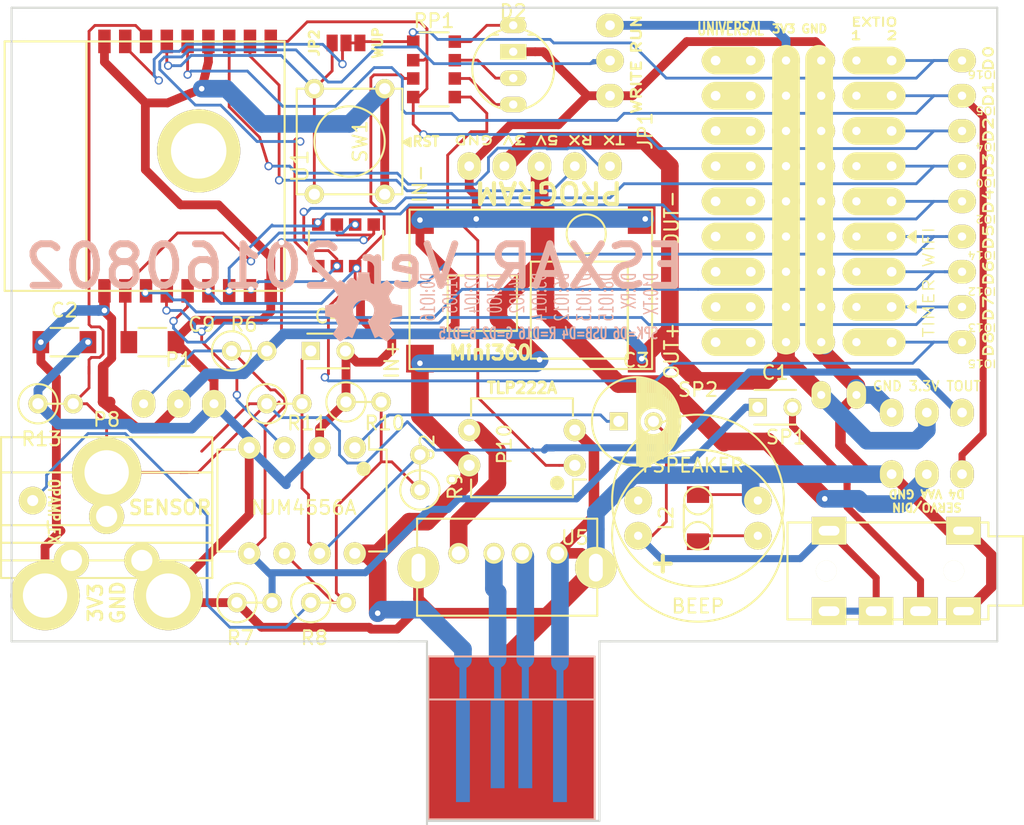
<source format=kicad_pcb>
(kicad_pcb (version 4) (host pcbnew 4.0.2+dfsg1-stable)

  (general
    (links 154)
    (no_connects 0)
    (area 137.084999 93.904999 208.355001 152.983001)
    (thickness 1.6)
    (drawings 58)
    (tracks 750)
    (zones 0)
    (modules 44)
    (nets 44)
  )

  (page A4)
  (layers
    (0 F.Cu signal)
    (31 B.Cu signal)
    (32 B.Adhes user)
    (33 F.Adhes user)
    (34 B.Paste user)
    (35 F.Paste user)
    (36 B.SilkS user)
    (37 F.SilkS user)
    (38 B.Mask user)
    (39 F.Mask user)
    (40 Dwgs.User user)
    (41 Cmts.User user)
    (42 Eco1.User user)
    (43 Eco2.User user)
    (44 Edge.Cuts user)
    (45 Margin user)
    (46 B.CrtYd user)
    (47 F.CrtYd user)
    (48 B.Fab user)
    (49 F.Fab user)
  )

  (setup
    (last_trace_width 1.27)
    (user_trace_width 0.127)
    (user_trace_width 0.2032)
    (user_trace_width 0.508)
    (user_trace_width 0.635)
    (user_trace_width 0.762)
    (user_trace_width 1.016)
    (user_trace_width 1.27)
    (user_trace_width 2.54)
    (user_trace_width 0.127)
    (user_trace_width 0.2032)
    (user_trace_width 0.508)
    (user_trace_width 0.635)
    (user_trace_width 0.762)
    (user_trace_width 1.016)
    (user_trace_width 1.27)
    (user_trace_width 2.54)
    (trace_clearance 0.2)
    (zone_clearance 0.508)
    (zone_45_only yes)
    (trace_min 0.0762)
    (segment_width 2)
    (edge_width 0.15)
    (via_size 0.6)
    (via_drill 0.4)
    (via_min_size 0.254)
    (via_min_drill 0.127)
    (user_via 1 0.6)
    (user_via 1 0.6)
    (uvia_size 0.3)
    (uvia_drill 0.1)
    (uvias_allowed no)
    (uvia_min_size 0)
    (uvia_min_drill 0)
    (pcb_text_width 0.3)
    (pcb_text_size 1.5 1.5)
    (mod_edge_width 0.15)
    (mod_text_size 1 1)
    (mod_text_width 0.15)
    (pad_size 1.7 2)
    (pad_drill 0.7)
    (pad_to_mask_clearance 0.2)
    (aux_axis_origin 0 0)
    (visible_elements FFFFF7ED)
    (pcbplotparams
      (layerselection 0x010f0_80000001)
      (usegerberextensions false)
      (excludeedgelayer true)
      (linewidth 0.100000)
      (plotframeref false)
      (viasonmask false)
      (mode 1)
      (useauxorigin false)
      (hpglpennumber 1)
      (hpglpenspeed 20)
      (hpglpendiameter 15)
      (hpglpenoverlay 2)
      (psnegative false)
      (psa4output false)
      (plotreference true)
      (plotvalue true)
      (plotinvisibletext false)
      (padsonsilk false)
      (subtractmaskfromsilk false)
      (outputformat 1)
      (mirror false)
      (drillshape 0)
      (scaleselection 1)
      (outputdirectory PCBWAY20160715))
  )

  (net 0 "")
  (net 1 +3V3)
  (net 2 GND)
  (net 3 "Net-(D2-Pad1)")
  (net 4 "Net-(D2-Pad3)")
  (net 5 "Net-(D2-Pad4)")
  (net 6 "Net-(JP1-Pad2)")
  (net 7 "Net-(JP2-Pad2)")
  (net 8 "Net-(JP2-Pad1)")
  (net 9 "Net-(P3-Pad1)")
  (net 10 +5V)
  (net 11 "Net-(P4-Pad1)")
  (net 12 "Net-(C3-Pad2)")
  (net 13 "Net-(P12-Pad1)")
  (net 14 "Net-(P10-Pad2)")
  (net 15 "Net-(P10-Pad3)")
  (net 16 "Net-(P13-Pad1)")
  (net 17 "Net-(P10-Pad1)")
  (net 18 "Net-(C9-Pad1)")
  (net 19 "Net-(C1-Pad1)")
  (net 20 "Net-(C1-Pad2)")
  (net 21 "Net-(C3-Pad1)")
  (net 22 "Net-(C4-Pad1)")
  (net 23 "Net-(L2-Pad1)")
  (net 24 "Net-(P3-Pad2)")
  (net 25 "Net-(R10-Pad2)")
  (net 26 "Net-(P18-Pad9)")
  (net 27 "Net-(P18-Pad5)")
  (net 28 "Net-(P18-Pad6)")
  (net 29 "Net-(P18-Pad8)")
  (net 30 "Net-(P18-Pad3)")
  (net 31 "Net-(P18-Pad4)")
  (net 32 "Net-(P19-Pad9)")
  (net 33 "Net-(P19-Pad5)")
  (net 34 "Net-(P19-Pad6)")
  (net 35 "Net-(P19-Pad8)")
  (net 36 "Net-(P19-Pad7)")
  (net 37 "Net-(P19-Pad3)")
  (net 38 "Net-(P19-Pad4)")
  (net 39 "Net-(P19-Pad2)")
  (net 40 "Net-(P19-Pad1)")
  (net 41 "Net-(RP1-Pad5)")
  (net 42 "Net-(JP3-Pad1)")
  (net 43 "Net-(JP3-Pad2)")

  (net_class Default "This is the default net class."
    (clearance 0.2)
    (trace_width 0.25)
    (via_dia 0.6)
    (via_drill 0.4)
    (uvia_dia 0.3)
    (uvia_drill 0.1)
    (add_net +3V3)
    (add_net +5V)
    (add_net GND)
    (add_net "Net-(C1-Pad1)")
    (add_net "Net-(C1-Pad2)")
    (add_net "Net-(C3-Pad1)")
    (add_net "Net-(C3-Pad2)")
    (add_net "Net-(C4-Pad1)")
    (add_net "Net-(C9-Pad1)")
    (add_net "Net-(D2-Pad1)")
    (add_net "Net-(D2-Pad3)")
    (add_net "Net-(D2-Pad4)")
    (add_net "Net-(JP1-Pad2)")
    (add_net "Net-(JP2-Pad1)")
    (add_net "Net-(JP2-Pad2)")
    (add_net "Net-(JP3-Pad1)")
    (add_net "Net-(JP3-Pad2)")
    (add_net "Net-(L2-Pad1)")
    (add_net "Net-(P10-Pad1)")
    (add_net "Net-(P10-Pad2)")
    (add_net "Net-(P10-Pad3)")
    (add_net "Net-(P12-Pad1)")
    (add_net "Net-(P13-Pad1)")
    (add_net "Net-(P18-Pad3)")
    (add_net "Net-(P18-Pad4)")
    (add_net "Net-(P18-Pad5)")
    (add_net "Net-(P18-Pad6)")
    (add_net "Net-(P18-Pad8)")
    (add_net "Net-(P18-Pad9)")
    (add_net "Net-(P19-Pad1)")
    (add_net "Net-(P19-Pad2)")
    (add_net "Net-(P19-Pad3)")
    (add_net "Net-(P19-Pad4)")
    (add_net "Net-(P19-Pad5)")
    (add_net "Net-(P19-Pad6)")
    (add_net "Net-(P19-Pad7)")
    (add_net "Net-(P19-Pad8)")
    (add_net "Net-(P19-Pad9)")
    (add_net "Net-(P3-Pad1)")
    (add_net "Net-(P3-Pad2)")
    (add_net "Net-(P4-Pad1)")
    (add_net "Net-(R10-Pad2)")
    (add_net "Net-(RP1-Pad5)")
  )

  (module LEDs:LED-RGB-5MM_Common_Cathode (layer F.Cu) (tedit 578882A2) (tstamp 57882373)
    (at 173.355 96.52)
    (descr "5mm common cathode RGB LED")
    (tags "RGB LED 5mm Common Cathode")
    (path /570C5426)
    (fp_text reference D2 (at 0 -2.25) (layer F.SilkS)
      (effects (font (size 1 1) (thickness 0.15)))
    )
    (fp_text value LED_RCBG (at 3.81 1.27 90) (layer F.Fab)
      (effects (font (size 1 1) (thickness 0.15)))
    )
    (fp_circle (center 0 1.905) (end 3.2 1.905) (layer F.CrtYd) (width 0.05))
    (fp_line (start -1.1 -0.595) (end -1.55 -0.595) (layer F.SilkS) (width 0.15))
    (fp_circle (center 0 1.905) (end 2.95 1.905) (layer F.SilkS) (width 0.15))
    (fp_line (start 1.1 -0.595) (end 1.55 -0.595) (layer F.SilkS) (width 0.15))
    (pad 1 thru_hole oval (at 0 -1.27) (size 1.905 1.1176) (drill 0.6) (layers *.Cu *.Mask F.SilkS)
      (net 3 "Net-(D2-Pad1)"))
    (pad 2 thru_hole rect (at 0 0.635) (size 1.905 1.1176) (drill 0.6) (layers *.Cu *.Mask F.SilkS)
      (net 2 GND))
    (pad 3 thru_hole oval (at 0 2.54) (size 1.905 1.1176) (drill 0.6) (layers *.Cu *.Mask F.SilkS)
      (net 4 "Net-(D2-Pad3)"))
    (pad 4 thru_hole oval (at 0 4.445) (size 1.905 1.1176) (drill 0.6) (layers *.Cu *.Mask F.SilkS)
      (net 5 "Net-(D2-Pad4)"))
  )

  (module library:SolderWirePad_Oval_3xInline_0-65mmDrill (layer F.Cu) (tedit 57A056E9) (tstamp 5788237A)
    (at 180.34 97.79 90)
    (descr SolderWirePad_Oval_3xInline_0-65mmDrill)
    (tags SolderWirePad_Oval_3xInline_0-65mmDrill)
    (path /5731CA12)
    (fp_text reference JP1 (at -5.08 2.54 90) (layer F.SilkS)
      (effects (font (size 1 1) (thickness 0.15)))
    )
    (fp_text value MODE_JP (at -0.635 3.175 90) (layer F.Fab)
      (effects (font (size 1 1) (thickness 0.15)))
    )
    (pad 3 thru_hole oval (at 2.54 0 90) (size 1.7 2) (drill 0.7) (layers *.Cu *.Mask F.SilkS)
      (net 1 +3V3))
    (pad 2 thru_hole oval (at 0 0 90) (size 1.7 2) (drill 0.7) (layers *.Cu *.Mask F.SilkS)
      (net 6 "Net-(JP1-Pad2)"))
    (pad 1 thru_hole oval (at -2.54 0 90) (size 1.7 2) (drill 0.7) (layers *.Cu *.Mask F.SilkS)
      (net 2 GND))
  )

  (module library:Solder_Jumper_3 (layer F.Cu) (tedit 5739445E) (tstamp 57882381)
    (at 161.29 96.52)
    (descr Solder_Jumper_3)
    (tags Solder_Jumper_3)
    (path /5731E014)
    (fp_text reference JP2 (at 0 -1.3) (layer F.SilkS) hide
      (effects (font (size 0.7 0.7) (thickness 0.15)))
    )
    (fp_text value WAKEUP (at 0 1.5) (layer F.Fab) hide
      (effects (font (size 0.7 0.7) (thickness 0.15)))
    )
    (pad 3 smd rect (at 1 0) (size 0.8 1.2) (layers F.Cu F.Paste F.Mask)
      (net 7 "Net-(JP2-Pad2)"))
    (pad 1 smd rect (at -1 0) (size 0.8 1.2) (layers F.Cu F.Paste F.Mask)
      (net 8 "Net-(JP2-Pad1)"))
    (pad 2 smd rect (at 0 0) (size 0.8 1.2) (layers F.Cu F.Paste F.Mask)
      (net 7 "Net-(JP2-Pad2)"))
  )

  (module library:SolderWirePad_Oval_3xInline_0-65mmDrill (layer F.Cu) (tedit 5788837F) (tstamp 5788239A)
    (at 149.225 122.555)
    (descr SolderWirePad_Oval_3xInline_0-65mmDrill)
    (tags SolderWirePad_Oval_3xInline_0-65mmDrill)
    (path /57873831)
    (fp_text reference P1 (at 0 -3.175) (layer F.SilkS)
      (effects (font (size 1 1) (thickness 0.15)))
    )
    (fp_text value ANALOG (at 0.127 1.905) (layer F.Fab)
      (effects (font (size 1 1) (thickness 0.15)))
    )
    (pad 3 thru_hole oval (at 2.54 0) (size 1.7 2) (drill 0.65) (layers *.Cu *.Mask F.SilkS)
      (net 2 GND))
    (pad 2 thru_hole oval (at 0 0) (size 1.7 2) (drill 0.65) (layers *.Cu *.Mask F.SilkS)
      (net 1 +3V3))
    (pad 1 thru_hole oval (at -2.54 0) (size 1.7 2) (drill 0.65) (layers *.Cu *.Mask F.SilkS)
      (net 19 "Net-(C1-Pad1)"))
  )

  (module library:SolderWirePad_Oval_5xInline_0-65mmDrill (layer F.Cu) (tedit 57A05713) (tstamp 578823B5)
    (at 175.26 105.41 180)
    (descr SolderWirePad_Oval_5xInline_0-65mmDrill)
    (tags SolderWirePad_Oval_5xInline_0-65mmDrill)
    (path /570C976E)
    (fp_text reference P3 (at 0 -3.175 180) (layer F.SilkS) hide
      (effects (font (size 1 1) (thickness 0.15)))
    )
    (fp_text value PROGRAM (at -3.175 -1.905 180) (layer F.Fab) hide
      (effects (font (size 1 1) (thickness 0.15)))
    )
    (pad 5 thru_hole oval (at 5.08 0 180) (size 1.7 2) (drill 0.7) (layers *.Cu *.Mask F.SilkS)
      (net 2 GND))
    (pad 3 thru_hole oval (at 0 0 180) (size 1.7 2) (drill 0.7) (layers *.Cu *.Mask F.SilkS)
      (net 10 +5V))
    (pad 4 thru_hole oval (at 2.54 0 180) (size 1.7 2) (drill 0.7) (layers *.Cu *.Mask F.SilkS)
      (net 1 +3V3))
    (pad 2 thru_hole oval (at -2.54 0 180) (size 1.7 2) (drill 0.7) (layers *.Cu *.Mask F.SilkS)
      (net 24 "Net-(P3-Pad2)"))
    (pad 1 thru_hole oval (at -5.08 0 180) (size 1.7 2) (drill 0.7) (layers *.Cu *.Mask F.SilkS)
      (net 9 "Net-(P3-Pad1)"))
  )

  (module Wire_Pads:SolderWirePad_single_0-8mmDrill (layer F.Cu) (tedit 57888346) (tstamp 578823BA)
    (at 138.684 129.54)
    (path /5787AF19)
    (fp_text reference P4 (at 0 -2.54) (layer F.SilkS) hide
      (effects (font (size 1 1) (thickness 0.15)))
    )
    (fp_text value "OPAMP EX" (at 2.032 -0.508 90) (layer F.Fab)
      (effects (font (size 1 1) (thickness 0.15)))
    )
    (pad 1 thru_hole circle (at 0 0) (size 1.99898 1.99898) (drill 0.8001) (layers *.Cu *.Mask F.SilkS)
      (net 11 "Net-(P4-Pad1)"))
  )

  (module library:USB_A_Vertical_Short (layer F.Cu) (tedit 57A056A7) (tstamp 57882400)
    (at 169.418 133.35)
    (descr "USB A Vertical Short connector")
    (tags "USB USB_A Vertical short")
    (path /5731ED2B)
    (fp_text reference P10 (at 3.302 -7.874 90) (layer F.SilkS)
      (effects (font (size 1 1) (thickness 0.15)))
    )
    (fp_text value USB_A (at 4 5.5) (layer F.Fab)
      (effects (font (size 1 1) (thickness 0.15)))
    )
    (fp_line (start -3 1) (end -3 -2.5) (layer F.SilkS) (width 0.15))
    (fp_line (start -3 -2.5) (end 10 -2.5) (layer F.SilkS) (width 0.15))
    (fp_line (start 10 -2.5) (end 10 4.5) (layer F.SilkS) (width 0.15))
    (fp_line (start 10 4.5) (end -3 4.5) (layer F.SilkS) (width 0.15))
    (fp_line (start -3 4.5) (end -3 1) (layer F.SilkS) (width 0.15))
    (pad 4 thru_hole circle (at 7.11286 -0.00212 270) (size 1.50114 1.50114) (drill 1.00076) (layers *.Cu *.Mask F.SilkS)
      (net 2 GND))
    (pad 3 thru_hole circle (at 4.57286 -0.00212 270) (size 1.50114 1.50114) (drill 1.00076) (layers *.Cu *.Mask F.SilkS)
      (net 15 "Net-(P10-Pad3)"))
    (pad 2 thru_hole circle (at 2.54086 -0.00212 270) (size 1.50114 1.50114) (drill 1.00076) (layers *.Cu *.Mask F.SilkS)
      (net 14 "Net-(P10-Pad2)"))
    (pad 1 thru_hole circle (at 0.00086 -0.00212 270) (size 1.50114 1.50114) (drill 1.00076) (layers *.Cu *.Mask F.SilkS)
      (net 17 "Net-(P10-Pad1)"))
    (pad 5 thru_hole oval (at 9.9 1.03 270) (size 3 3) (drill oval 2 1) (layers *.Cu *.Mask F.SilkS)
      (net 2 GND))
    (pad 5 thru_hole oval (at -2.9 1.03 270) (size 3 3) (drill oval 2 1) (layers *.Cu *.Mask F.SilkS)
      (net 2 GND))
    (model Connect.3dshapes/USB_A.wrl
      (at (xyz 0.14 0 0))
      (scale (xyz 1 1 1))
      (rotate (xyz 0 0 90))
    )
  )

  (module library:SolderWirePad_Oval_3xInline_0-65mmDrill (layer F.Cu) (tedit 57A05530) (tstamp 57882410)
    (at 203.2 127.635 180)
    (descr SolderWirePad_Oval_3xInline_0-65mmDrill)
    (tags SolderWirePad_Oval_3xInline_0-65mmDrill)
    (path /57329F11)
    (fp_text reference P12 (at 0 -3.175 180) (layer F.SilkS) hide
      (effects (font (size 1 1) (thickness 0.15)))
    )
    (fp_text value SERVO/INPUT (at -0.635 1.905 180) (layer F.Fab) hide
      (effects (font (size 1 1) (thickness 0.15)))
    )
    (pad 3 thru_hole oval (at 2.54 0 180) (size 1.7 2) (drill 0.7) (layers *.Cu *.Mask F.SilkS)
      (net 2 GND))
    (pad 2 thru_hole oval (at 0 0 180) (size 1.7 2) (drill 0.7) (layers *.Cu *.Mask F.SilkS)
      (net 10 +5V))
    (pad 1 thru_hole oval (at -2.54 0 180) (size 1.7 2) (drill 0.7) (layers *.Cu *.Mask F.SilkS)
      (net 13 "Net-(P12-Pad1)"))
  )

  (module library:SolderWirePad_Oval_3xInline_0-65mmDrill (layer F.Cu) (tedit 57A05510) (tstamp 57882417)
    (at 203.2 123.19 180)
    (descr SolderWirePad_Oval_3xInline_0-65mmDrill)
    (tags SolderWirePad_Oval_3xInline_0-65mmDrill)
    (path /573077F8)
    (fp_text reference P13 (at 0 -3.175 180) (layer F.SilkS) hide
      (effects (font (size 1 1) (thickness 0.15)))
    )
    (fp_text value ANALOG (at 0 -2.159 180) (layer F.Fab) hide
      (effects (font (size 1 1) (thickness 0.15)))
    )
    (pad 3 thru_hole oval (at 2.54 0 180) (size 1.7 2) (drill 0.7) (layers *.Cu *.Mask F.SilkS)
      (net 2 GND))
    (pad 2 thru_hole oval (at 0 0 180) (size 1.7 2) (drill 0.7) (layers *.Cu *.Mask F.SilkS)
      (net 1 +3V3))
    (pad 1 thru_hole oval (at -2.54 0 180) (size 1.7 2) (drill 0.7) (layers *.Cu *.Mask F.SilkS)
      (net 16 "Net-(P13-Pad1)"))
  )

  (module library:Padmatrix-wide-02x01 (layer F.Cu) (tedit 57A051CA) (tstamp 57882427)
    (at 196.85 121.92)
    (descr Padmatrix-wide-02x01)
    (tags Padmatrix-wide-02x01)
    (path /5739CAD9)
    (fp_text reference P16 (at 0 2.7) (layer F.SilkS) hide
      (effects (font (size 1.2 1.2) (thickness 0.15)))
    )
    (fp_text value BREADBOARD_POWER (at 0 -2.7) (layer F.Fab) hide
      (effects (font (size 1.2 1.2) (thickness 0.15)))
    )
    (pad 1 thru_hole oval (at -1.27 0) (size 1.4 2) (drill 0.58) (layers *.Cu *.Mask F.SilkS)
      (net 1 +3V3))
    (pad 2 thru_hole oval (at 1.27 0) (size 1.4 2) (drill 0.58) (layers *.Cu *.Mask F.SilkS)
      (net 2 GND))
  )

  (module Resistors_SMD:R_Array_Convex_4x1206 (layer F.Cu) (tedit 578882EF) (tstamp 5788245D)
    (at 167.64 98.425)
    (descr "Chip Resistor Network, ROHM MNR34 (see mnr_g.pdf)")
    (tags "resistor array")
    (path /57836341)
    (attr smd)
    (fp_text reference RP1 (at 0 -3.5) (layer F.SilkS)
      (effects (font (size 1 1) (thickness 0.15)))
    )
    (fp_text value R_PACK4 (at 0 3.5) (layer F.Fab) hide
      (effects (font (size 1 1) (thickness 0.15)))
    )
    (fp_line (start -2.2 -2.8) (end 2.2 -2.8) (layer F.CrtYd) (width 0.05))
    (fp_line (start -2.2 2.8) (end 2.2 2.8) (layer F.CrtYd) (width 0.05))
    (fp_line (start -2.2 -2.8) (end -2.2 2.8) (layer F.CrtYd) (width 0.05))
    (fp_line (start 2.2 -2.8) (end 2.2 2.8) (layer F.CrtYd) (width 0.05))
    (fp_line (start 1.05 2.675) (end -1.05 2.675) (layer F.SilkS) (width 0.15))
    (fp_line (start 1.05 -2.675) (end -1.05 -2.675) (layer F.SilkS) (width 0.15))
    (pad 1 smd rect (at -1.5 -2) (size 0.9 0.9) (layers F.Cu F.Paste F.Mask)
      (net 7 "Net-(JP2-Pad2)"))
    (pad 4 smd rect (at -1.5 2) (size 0.9 0.9) (layers F.Cu F.Paste F.Mask)
      (net 30 "Net-(P18-Pad3)"))
    (pad 2 smd rect (at -1.5 -0.66) (size 0.9 0.9) (layers F.Cu F.Paste F.Mask)
      (net 30 "Net-(P18-Pad3)"))
    (pad 3 smd rect (at -1.5 0.66) (size 0.9 0.9) (layers F.Cu F.Paste F.Mask)
      (net 26 "Net-(P18-Pad9)"))
    (pad 7 smd rect (at 1.5 -0.66) (size 0.9 0.9) (layers F.Cu F.Paste F.Mask)
      (net 4 "Net-(D2-Pad3)"))
    (pad 8 smd rect (at 1.5 -2) (size 0.9 0.9) (layers F.Cu F.Paste F.Mask)
      (net 3 "Net-(D2-Pad1)"))
    (pad 5 smd rect (at 1.5 2) (size 0.9 0.9) (layers F.Cu F.Paste F.Mask)
      (net 41 "Net-(RP1-Pad5)"))
    (pad 6 smd rect (at 1.5 0.66) (size 0.9 0.9) (layers F.Cu F.Paste F.Mask)
      (net 5 "Net-(D2-Pad4)"))
    (model Resistors_SMD.3dshapes/R_Array_Convex_4x1206.wrl
      (at (xyz 0 0 0))
      (scale (xyz 1 1 1))
      (rotate (xyz 0 0 0))
    )
  )

  (module Buzzers_Beepers:Buzzer_12x9.5RM7.6 (layer F.Cu) (tedit 57A05666) (tstamp 5788246F)
    (at 186.69 132.08)
    (descr "Generic Buzzer, D12mm height 9.5mm with RM7.6mm")
    (tags buzzer)
    (path /57873490)
    (fp_text reference SP1 (at 6.35 -7.112) (layer F.SilkS)
      (effects (font (size 1 1) (thickness 0.15)))
    )
    (fp_text value SPEAKER (at 0 -5.08) (layer F.SilkS)
      (effects (font (size 1 1) (thickness 0.15)))
    )
    (fp_circle (center 0 0) (end 1.00076 0) (layer F.SilkS) (width 0.15))
    (fp_text user + (at -3.81 -2.54) (layer F.SilkS)
      (effects (font (size 1 1) (thickness 0.15)))
    )
    (fp_circle (center 0 0) (end 6.20014 0) (layer F.SilkS) (width 0.15))
    (pad 1 thru_hole circle (at -4.318 0) (size 2 2) (drill 0.6) (layers *.Cu *.Mask F.SilkS)
      (net 12 "Net-(C3-Pad2)"))
    (pad 2 thru_hole circle (at 4.318 0) (size 2 2) (drill 0.6) (layers *.Cu *.Mask F.SilkS)
      (net 23 "Net-(L2-Pad1)"))
    (model Buzzers_Beepers.3dshapes/Buzzer_12x9.5RM7.6.wrl
      (at (xyz 0 0 0))
      (scale (xyz 4 4 4))
      (rotate (xyz 0 0 0))
    )
  )

  (module library:ESP_WROOM_02 (layer F.Cu) (tedit 570C9A9B) (tstamp 5788248E)
    (at 149.86 105.41 90)
    (descr ESP_WROOM_02)
    (tags ESP_WROOM_02)
    (path /570C61CE)
    (fp_text reference U1 (at 0 8.1 90) (layer F.SilkS)
      (effects (font (size 1.2 1.2) (thickness 0.15)))
    )
    (fp_text value ESP-WROOM-02 (at 0 -4 90) (layer F.Fab)
      (effects (font (size 1.2 1.2) (thickness 0.15)))
    )
    (fp_line (start -9 -13.2) (end 9 -13.2) (layer F.SilkS) (width 0.15))
    (fp_line (start 9 -13.2) (end 9 -11.8) (layer F.SilkS) (width 0.15))
    (fp_line (start 9 -7.4) (end 9 -11.8) (layer F.SilkS) (width 0.15))
    (fp_line (start -9 -13) (end -9 -13.2) (layer F.SilkS) (width 0.15))
    (fp_line (start -9 -7.3) (end 9 -7.3) (layer F.SilkS) (width 0.15))
    (fp_line (start -9 -7) (end -9 -13) (layer F.SilkS) (width 0.15))
    (fp_line (start -9 -7) (end -9 -7.4) (layer F.SilkS) (width 0.15))
    (fp_line (start 9 -7.4) (end 9 -7) (layer F.SilkS) (width 0.15))
    (fp_line (start -9 7) (end 9 7) (layer F.SilkS) (width 0.15))
    (fp_line (start -9 7) (end -9 -7) (layer F.SilkS) (width 0.15))
    (fp_line (start 9 -7) (end 9 7) (layer F.SilkS) (width 0.15))
    (pad 18 smd rect (at 9 -6) (size 0.9 1.7) (layers F.Cu F.Paste F.Mask)
      (net 2 GND))
    (pad 1 smd rect (at -9 -6) (size 0.9 1.7) (layers F.Cu F.Paste F.Mask)
      (net 1 +3V3))
    (pad 17 smd rect (at 9 -4.5) (size 0.9 1.7) (layers F.Cu F.Paste F.Mask)
      (net 7 "Net-(JP2-Pad2)"))
    (pad 2 smd rect (at -9 -4.5) (size 0.9 1.7) (layers F.Cu F.Paste F.Mask)
      (net 18 "Net-(C9-Pad1)"))
    (pad 16 smd rect (at 9 -3) (size 0.9 1.7) (layers F.Cu F.Paste F.Mask)
      (net 16 "Net-(P13-Pad1)"))
    (pad 3 smd rect (at -9 -3) (size 0.9 1.7) (layers F.Cu F.Paste F.Mask)
      (net 28 "Net-(P18-Pad6)"))
    (pad 15 smd rect (at 9 -1.5) (size 0.9 1.7) (layers F.Cu F.Paste F.Mask)
      (net 8 "Net-(JP2-Pad1)"))
    (pad 4 smd rect (at -9 -1.5) (size 0.9 1.7) (layers F.Cu F.Paste F.Mask)
      (net 42 "Net-(JP3-Pad1)"))
    (pad 14 smd rect (at 9 0) (size 0.9 1.7) (layers F.Cu F.Paste F.Mask)
      (net 13 "Net-(P12-Pad1)"))
    (pad 5 smd rect (at -9 0) (size 0.9 1.7) (layers F.Cu F.Paste F.Mask)
      (net 29 "Net-(P18-Pad8)"))
    (pad 13 smd rect (at 9 1.5) (size 0.9 1.7) (layers F.Cu F.Paste F.Mask)
      (net 2 GND))
    (pad 6 smd rect (at -9 1.5) (size 0.9 1.7) (layers F.Cu F.Paste F.Mask)
      (net 26 "Net-(P18-Pad9)"))
    (pad 12 smd rect (at 9 3) (size 0.9 1.7) (layers F.Cu F.Paste F.Mask)
      (net 9 "Net-(P3-Pad1)"))
    (pad 7 smd rect (at -9 3) (size 0.9 1.7) (layers F.Cu F.Paste F.Mask)
      (net 27 "Net-(P18-Pad5)"))
    (pad 11 smd rect (at 9 4.5) (size 0.9 1.7) (layers F.Cu F.Paste F.Mask)
      (net 24 "Net-(P3-Pad2)"))
    (pad 8 smd rect (at -9 4.5) (size 0.9 1.7) (layers F.Cu F.Paste F.Mask)
      (net 31 "Net-(P18-Pad4)"))
    (pad 10 smd rect (at 9 6) (size 0.9 1.7) (layers F.Cu F.Paste F.Mask)
      (net 30 "Net-(P18-Pad3)"))
    (pad 9 smd rect (at -9 6) (size 0.9 1.7) (layers F.Cu F.Paste F.Mask)
      (net 2 GND))
    (pad 24 thru_hole circle (at 1.1 0.8 90) (size 6 6) (drill 4) (layers *.Cu *.Mask F.SilkS))
  )

  (module Housings_DIP:DIP-8_W7.62mm (layer F.Cu) (tedit 5788899B) (tstamp 5788249A)
    (at 161.925 125.73 270)
    (descr "8-lead dip package, row spacing 7.62 mm (300 mils)")
    (tags "dil dip 2.54 300")
    (path /57873573)
    (fp_text reference U2 (at 0 -5.22 270) (layer F.SilkS)
      (effects (font (size 1 1) (thickness 0.15)))
    )
    (fp_text value NJM4556A (at 4.318 3.683 540) (layer F.SilkS)
      (effects (font (size 1 1) (thickness 0.15)))
    )
    (fp_line (start -1.05 -2.45) (end -1.05 10.1) (layer F.CrtYd) (width 0.05))
    (fp_line (start 8.65 -2.45) (end 8.65 10.1) (layer F.CrtYd) (width 0.05))
    (fp_line (start -1.05 -2.45) (end 8.65 -2.45) (layer F.CrtYd) (width 0.05))
    (fp_line (start -1.05 10.1) (end 8.65 10.1) (layer F.CrtYd) (width 0.05))
    (fp_line (start 0.135 -2.295) (end 0.135 -1.025) (layer F.SilkS) (width 0.15))
    (fp_line (start 7.485 -2.295) (end 7.485 -1.025) (layer F.SilkS) (width 0.15))
    (fp_line (start 7.485 9.915) (end 7.485 8.645) (layer F.SilkS) (width 0.15))
    (fp_line (start 0.135 9.915) (end 0.135 8.645) (layer F.SilkS) (width 0.15))
    (fp_line (start 0.135 -2.295) (end 7.485 -2.295) (layer F.SilkS) (width 0.15))
    (fp_line (start 0.135 9.915) (end 7.485 9.915) (layer F.SilkS) (width 0.15))
    (fp_line (start 0.135 -1.025) (end -0.8 -1.025) (layer F.SilkS) (width 0.15))
    (pad 1 thru_hole oval (at 0 0 270) (size 1.6 1.6) (drill 0.8) (layers *.Cu *.Mask F.SilkS)
      (net 21 "Net-(C3-Pad1)"))
    (pad 2 thru_hole oval (at 0 2.54 270) (size 1.6 1.6) (drill 0.8) (layers *.Cu *.Mask F.SilkS)
      (net 2 GND))
    (pad 3 thru_hole oval (at 0 5.08 270) (size 1.6 1.6) (drill 0.8) (layers *.Cu *.Mask F.SilkS)
      (net 42 "Net-(JP3-Pad1)"))
    (pad 4 thru_hole oval (at 0 7.62 270) (size 1.6 1.6) (drill 0.8) (layers *.Cu *.Mask F.SilkS)
      (net 2 GND))
    (pad 5 thru_hole oval (at 7.62 7.62 270) (size 1.6 1.6) (drill 0.8) (layers *.Cu *.Mask F.SilkS)
      (net 19 "Net-(C1-Pad1)"))
    (pad 6 thru_hole oval (at 7.62 5.08 270) (size 1.6 1.6) (drill 0.8) (layers *.Cu *.Mask F.SilkS)
      (net 25 "Net-(R10-Pad2)"))
    (pad 7 thru_hole oval (at 7.62 2.54 270) (size 1.6 1.6) (drill 0.8) (layers *.Cu *.Mask F.SilkS)
      (net 22 "Net-(C4-Pad1)"))
    (pad 8 thru_hole oval (at 7.62 0 270) (size 1.6 1.6) (drill 0.8) (layers *.Cu *.Mask F.SilkS)
      (net 10 +5V))
    (model Housings_DIP.3dshapes/DIP-8_W7.62mm.wrl
      (at (xyz 0 0 0))
      (scale (xyz 1 1 1))
      (rotate (xyz 0 0 0))
    )
  )

  (module library:3_5mm_4P_phonejack_yizhijia_PJ313 (layer F.Cu) (tedit 57A05560) (tstamp 578824A6)
    (at 207.645 134.62 180)
    (descr 3_5mm_4P_phonejack_yizhijia_PJ313)
    (tags 3_5mm_4P_phonejack_yizhijia_PJ313)
    (path /57876DC0)
    (fp_text reference U3 (at 6.5 5 180) (layer F.SilkS) hide
      (effects (font (size 1 1) (thickness 0.15)))
    )
    (fp_text value AUDIO_JACK (at 6.5 -5 180) (layer F.Fab) hide
      (effects (font (size 1 1) (thickness 0.15)))
    )
    (fp_line (start 0 2.5) (end -2.5 2.5) (layer F.SilkS) (width 0.15))
    (fp_line (start -2.5 2.5) (end -2.5 -2.5) (layer F.SilkS) (width 0.15))
    (fp_line (start -2.5 -2.5) (end 0 -2.5) (layer F.SilkS) (width 0.15))
    (fp_line (start 0 -2.5) (end 0 -3.5) (layer F.SilkS) (width 0.15))
    (fp_line (start 0 -3.5) (end 14.5 -3.5) (layer F.SilkS) (width 0.15))
    (fp_line (start 14.5 -3.5) (end 14.5 3.5) (layer F.SilkS) (width 0.15))
    (fp_line (start 14.5 3.5) (end 0 3.5) (layer F.SilkS) (width 0.15))
    (fp_line (start 0 3.5) (end 0 2.5) (layer F.SilkS) (width 0.15))
    (pad 2 thru_hole rect (at 11.5 2.9 180) (size 2.5 2) (drill oval 1.5 0.7) (layers *.Cu *.Mask F.SilkS)
      (net 12 "Net-(C3-Pad2)"))
    (pad 1 thru_hole rect (at 1.8 2.9 180) (size 2.5 2) (drill oval 1.5 0.6) (layers *.Cu *.Mask F.SilkS)
      (net 2 GND))
    (pad 3 thru_hole rect (at 8.1 -2.9 180) (size 2.5 2) (drill oval 1.5 0.7) (layers *.Cu *.Mask F.SilkS)
      (net 12 "Net-(C3-Pad2)"))
    (pad 2 thru_hole rect (at 11.5 -2.9 180) (size 2.5 2) (drill oval 1.5 0.7) (layers *.Cu *.Mask F.SilkS)
      (net 12 "Net-(C3-Pad2)"))
    (pad 1 thru_hole rect (at 1.8 -2.9 180) (size 2.5 2) (drill oval 1.5 0.6) (layers *.Cu *.Mask F.SilkS)
      (net 2 GND))
    (pad "" np_thru_hole circle (at 2.5 0 180) (size 1.5 1.5) (drill 1.5) (layers *.Cu *.Mask F.SilkS))
    (pad "" np_thru_hole circle (at 11.7 0 180) (size 1.5 1.5) (drill 1.5) (layers *.Cu *.Mask F.SilkS))
    (pad 4 thru_hole rect (at 4.9 -2.9 180) (size 2.5 2) (drill oval 1.5 0.7) (layers *.Cu *.Mask F.SilkS)
      (net 20 "Net-(C1-Pad2)"))
  )

  (module library:Mini-360_DCDC_LM2596_module (layer F.Cu) (tedit 578888F7) (tstamp 578824D2)
    (at 174.625 114.3 180)
    (descr Mini-360_DCDC_LM2596_module)
    (tags Mini-360_DCDC_LM2596_module)
    (path /5783D3C4)
    (fp_text reference U6 (at 0 7 180) (layer F.SilkS) hide
      (effects (font (size 1 1) (thickness 0.15)))
    )
    (fp_text value Mini360 (at 2.921 -4.572 180) (layer F.Fab)
      (effects (font (size 1 1) (thickness 0.15)))
    )
    (fp_line (start 1 -3) (end 1 1) (layer F.SilkS) (width 0.15))
    (fp_line (start 1 1) (end 6 1) (layer F.SilkS) (width 0.15))
    (fp_line (start 6 1) (end 6 -3) (layer F.SilkS) (width 0.15))
    (fp_line (start 6 -3) (end 1 -3) (layer F.SilkS) (width 0.15))
    (fp_circle (center -4 4) (end -3 5) (layer F.SilkS) (width 0.15))
    (fp_line (start -7 -5) (end -7 2) (layer F.SilkS) (width 0.15))
    (fp_line (start -7 2) (end 0 2) (layer F.SilkS) (width 0.15))
    (fp_line (start 0 2) (end 0 -5) (layer F.SilkS) (width 0.15))
    (fp_line (start 0 -5) (end -7 -5) (layer F.SilkS) (width 0.15))
    (fp_line (start -7 -5) (end -7 1) (layer F.SilkS) (width 0.15))
    (fp_line (start -1 -5) (end -7 -5) (layer F.SilkS) (width 0.15))
    (fp_text user OUT+ (at -10.16 -4.445 270) (layer F.SilkS)
      (effects (font (size 1 1) (thickness 0.15)))
    )
    (fp_text user OUT- (at -10.16 5.08 270) (layer F.SilkS)
      (effects (font (size 1 1) (thickness 0.15)))
    )
    (fp_text user IN- (at 8.001 7.62 270) (layer F.SilkS)
      (effects (font (size 1 1) (thickness 0.15)))
    )
    (fp_text user IN+ (at 10.033 -5.08 270) (layer F.SilkS)
      (effects (font (size 1 1) (thickness 0.15)))
    )
    (fp_line (start -8.75 -5.75) (end 8.75 -5.75) (layer F.SilkS) (width 0.15))
    (fp_line (start 8.75 -5.75) (end 8.75 5.75) (layer F.SilkS) (width 0.15))
    (fp_line (start 8.75 5.75) (end -8.75 5.75) (layer F.SilkS) (width 0.15))
    (fp_line (start -8.75 5.75) (end -8.75 -5.75) (layer F.SilkS) (width 0.15))
    (pad 3 smd rect (at -8 -5 180) (size 2 2) (layers F.Cu F.Paste F.Mask)
      (net 1 +3V3))
    (pad 2 smd rect (at -8 5 180) (size 2 2) (layers F.Cu F.Paste F.Mask)
      (net 2 GND))
    (pad 2 smd rect (at 8 5 180) (size 2 2) (layers F.Cu F.Paste F.Mask)
      (net 2 GND))
    (pad 1 smd rect (at 8 -5 180) (size 2 2) (layers F.Cu F.Paste F.Mask)
      (net 10 +5V))
  )

  (module library:USB_A_Male_Board (layer B.Cu) (tedit 55D52B38) (tstamp 57883640)
    (at 173.228 145.542 90)
    (path /5731F01F)
    (fp_text reference P11 (at 6 4 360) (layer B.SilkS) hide
      (effects (font (size 1 1) (thickness 0.15)) (justify mirror))
    )
    (fp_text value USB_B (at 4 0 360) (layer B.Fab)
      (effects (font (size 1 0.7) (thickness 0.15)) (justify mirror))
    )
    (fp_line (start -7 -6) (end 4.75 -6) (layer B.SilkS) (width 0.15))
    (fp_line (start 4.75 6) (end -7 6) (layer B.SilkS) (width 0.15))
    (fp_line (start 4.75 6) (end 4.75 -6) (layer B.SilkS) (width 0.15))
    (fp_line (start 1.65 6) (end 1.65 -6) (layer B.SilkS) (width 0.15))
    (fp_line (start -7 -6) (end -7 6) (layer B.SilkS) (width 0.15))
    (pad 4 smd rect (at -2.05 3.5 90) (size 7.41 1) (layers B.Cu B.Paste B.Mask)
      (net 2 GND))
    (pad 3 smd rect (at -1.55 1 90) (size 6.41 1) (layers B.Cu B.Paste B.Mask)
      (net 15 "Net-(P10-Pad3)"))
    (pad 2 smd rect (at -1.55 -1 90) (size 6.41 1) (layers B.Cu B.Paste B.Mask)
      (net 14 "Net-(P10-Pad2)"))
    (pad 1 smd rect (at -2.05 -3.5 90) (size 7.41 1) (layers B.Cu B.Paste B.Mask)
      (net 10 +5V))
    (pad 5 smd rect (at -1.13 0 90) (size 11.75 12) (layers F.Cu B.Paste B.Mask)
      (net 2 GND))
  )

  (module Discret:R1 (layer F.Cu) (tedit 57888690) (tstamp 578838BC)
    (at 154.305 118.745)
    (descr "Resistance verticale")
    (tags R)
    (path /57879275)
    (fp_text reference R6 (at -0.381 -1.905) (layer F.SilkS)
      (effects (font (size 1 1) (thickness 0.15)))
    )
    (fp_text value 4.7kΩ (at -1.143 2.54) (layer F.Fab) hide
      (effects (font (size 1 1) (thickness 0.15)))
    )
    (fp_line (start -1.27 0) (end 1.27 0) (layer F.SilkS) (width 0.15))
    (fp_circle (center -1.27 0) (end -0.635 1.27) (layer F.SilkS) (width 0.15))
    (pad 1 thru_hole circle (at -1.27 0) (size 1.397 1.397) (drill 0.8128) (layers *.Cu *.Mask F.SilkS)
      (net 19 "Net-(C1-Pad1)"))
    (pad 2 thru_hole circle (at 1.27 0) (size 1.397 1.397) (drill 0.8128) (layers *.Cu *.Mask F.SilkS)
      (net 1 +3V3))
    (model Discret.3dshapes/R1.wrl
      (at (xyz 0 0 0))
      (scale (xyz 1 1 1))
      (rotate (xyz 0 0 0))
    )
  )

  (module Discret:R1 (layer F.Cu) (tedit 578883A9) (tstamp 578838C2)
    (at 154.686 136.906)
    (descr "Resistance verticale")
    (tags R)
    (path /57873843)
    (fp_text reference R7 (at -1.016 2.54) (layer F.SilkS)
      (effects (font (size 1 1) (thickness 0.15)))
    )
    (fp_text value 4.7kΩ (at -1.143 2.54) (layer F.Fab) hide
      (effects (font (size 1 1) (thickness 0.15)))
    )
    (fp_line (start -1.27 0) (end 1.27 0) (layer F.SilkS) (width 0.15))
    (fp_circle (center -1.27 0) (end -0.635 1.27) (layer F.SilkS) (width 0.15))
    (pad 1 thru_hole circle (at -1.27 0) (size 1.397 1.397) (drill 0.8128) (layers *.Cu *.Mask F.SilkS)
      (net 2 GND))
    (pad 2 thru_hole circle (at 1.27 0) (size 1.397 1.397) (drill 0.8128) (layers *.Cu *.Mask F.SilkS)
      (net 19 "Net-(C1-Pad1)"))
    (model Discret.3dshapes/R1.wrl
      (at (xyz 0 0 0))
      (scale (xyz 1 1 1))
      (rotate (xyz 0 0 0))
    )
  )

  (module Discret:R1 (layer F.Cu) (tedit 578883C9) (tstamp 578838C8)
    (at 160.02 136.906)
    (descr "Resistance verticale")
    (tags R)
    (path /5787A79F)
    (fp_text reference R8 (at -1.016 2.54) (layer F.SilkS)
      (effects (font (size 1 1) (thickness 0.15)))
    )
    (fp_text value 4.7kΩ (at -1.143 2.54) (layer F.Fab) hide
      (effects (font (size 1 1) (thickness 0.15)))
    )
    (fp_line (start -1.27 0) (end 1.27 0) (layer F.SilkS) (width 0.15))
    (fp_circle (center -1.27 0) (end -0.635 1.27) (layer F.SilkS) (width 0.15))
    (pad 1 thru_hole circle (at -1.27 0) (size 1.397 1.397) (drill 0.8128) (layers *.Cu *.Mask F.SilkS)
      (net 11 "Net-(P4-Pad1)"))
    (pad 2 thru_hole circle (at 1.27 0) (size 1.397 1.397) (drill 0.8128) (layers *.Cu *.Mask F.SilkS)
      (net 25 "Net-(R10-Pad2)"))
    (model Discret.3dshapes/R1.wrl
      (at (xyz 0 0 0))
      (scale (xyz 1 1 1))
      (rotate (xyz 0 0 0))
    )
  )

  (module Discret:R1 (layer F.Cu) (tedit 0) (tstamp 578838CE)
    (at 166.624 127.508 90)
    (descr "Resistance verticale")
    (tags R)
    (path /5787A1E7)
    (fp_text reference R9 (at -1.016 2.54 90) (layer F.SilkS)
      (effects (font (size 1 1) (thickness 0.15)))
    )
    (fp_text value 4.7kΩ (at -1.143 2.54 90) (layer F.Fab)
      (effects (font (size 1 1) (thickness 0.15)))
    )
    (fp_line (start -1.27 0) (end 1.27 0) (layer F.SilkS) (width 0.15))
    (fp_circle (center -1.27 0) (end -0.635 1.27) (layer F.SilkS) (width 0.15))
    (pad 1 thru_hole circle (at -1.27 0 90) (size 1.397 1.397) (drill 0.8128) (layers *.Cu *.Mask F.SilkS)
      (net 25 "Net-(R10-Pad2)"))
    (pad 2 thru_hole circle (at 1.27 0 90) (size 1.397 1.397) (drill 0.8128) (layers *.Cu *.Mask F.SilkS)
      (net 22 "Net-(C4-Pad1)"))
    (model Discret.3dshapes/R1.wrl
      (at (xyz 0 0 0))
      (scale (xyz 1 1 1))
      (rotate (xyz 0 0 0))
    )
  )

  (module Discret:R1 (layer F.Cu) (tedit 57888695) (tstamp 578838D4)
    (at 162.56 122.428)
    (descr "Resistance verticale")
    (tags R)
    (path /5787A1F1)
    (fp_text reference R10 (at 1.524 1.524) (layer F.SilkS)
      (effects (font (size 1 1) (thickness 0.15)))
    )
    (fp_text value 4.7kΩ (at -1.143 2.54) (layer F.Fab) hide
      (effects (font (size 1 1) (thickness 0.15)))
    )
    (fp_line (start -1.27 0) (end 1.27 0) (layer F.SilkS) (width 0.15))
    (fp_circle (center -1.27 0) (end -0.635 1.27) (layer F.SilkS) (width 0.15))
    (pad 1 thru_hole circle (at -1.27 0) (size 1.397 1.397) (drill 0.8128) (layers *.Cu *.Mask F.SilkS)
      (net 2 GND))
    (pad 2 thru_hole circle (at 1.27 0) (size 1.397 1.397) (drill 0.8128) (layers *.Cu *.Mask F.SilkS)
      (net 25 "Net-(R10-Pad2)"))
    (model Discret.3dshapes/R1.wrl
      (at (xyz 0 0 0))
      (scale (xyz 1 1 1))
      (rotate (xyz 0 0 0))
    )
  )

  (module Discret:R1 (layer F.Cu) (tedit 57888699) (tstamp 578838DA)
    (at 156.845 122.555)
    (descr "Resistance verticale")
    (tags R)
    (path /57873F73)
    (fp_text reference R11 (at 1.651 1.397) (layer F.SilkS)
      (effects (font (size 1 1) (thickness 0.15)))
    )
    (fp_text value 4.7kΩ (at -1.143 2.54) (layer F.Fab) hide
      (effects (font (size 1 1) (thickness 0.15)))
    )
    (fp_line (start -1.27 0) (end 1.27 0) (layer F.SilkS) (width 0.15))
    (fp_circle (center -1.27 0) (end -0.635 1.27) (layer F.SilkS) (width 0.15))
    (pad 1 thru_hole circle (at -1.27 0) (size 1.397 1.397) (drill 0.8128) (layers *.Cu *.Mask F.SilkS)
      (net 16 "Net-(P13-Pad1)"))
    (pad 2 thru_hole circle (at 1.27 0) (size 1.397 1.397) (drill 0.8128) (layers *.Cu *.Mask F.SilkS)
      (net 22 "Net-(C4-Pad1)"))
    (model Discret.3dshapes/R1.wrl
      (at (xyz 0 0 0))
      (scale (xyz 1 1 1))
      (rotate (xyz 0 0 0))
    )
  )

  (module Discret:R1 (layer F.Cu) (tedit 5788834F) (tstamp 578838E0)
    (at 140.335 122.555)
    (descr "Resistance verticale")
    (tags R)
    (path /5763EE08)
    (fp_text reference R13 (at -1.016 2.54) (layer F.SilkS)
      (effects (font (size 1 1) (thickness 0.15)))
    )
    (fp_text value 4.7kΩ (at -1.143 2.54) (layer F.Fab) hide
      (effects (font (size 1 1) (thickness 0.15)))
    )
    (fp_line (start -1.27 0) (end 1.27 0) (layer F.SilkS) (width 0.15))
    (fp_circle (center -1.27 0) (end -0.635 1.27) (layer F.SilkS) (width 0.15))
    (pad 1 thru_hole circle (at -1.27 0) (size 1.397 1.397) (drill 0.8128) (layers *.Cu *.Mask F.SilkS)
      (net 2 GND))
    (pad 2 thru_hole circle (at 1.27 0) (size 1.397 1.397) (drill 0.8128) (layers *.Cu *.Mask F.SilkS)
      (net 16 "Net-(P13-Pad1)"))
    (model Discret.3dshapes/R1.wrl
      (at (xyz 0 0 0))
      (scale (xyz 1 1 1))
      (rotate (xyz 0 0 0))
    )
  )

  (module Housings_DIP:DIP-4_W7.62mm (layer F.Cu) (tedit 54130A77) (tstamp 57884055)
    (at 177.8 127 180)
    (descr "4-lead dip package, row spacing 7.62 mm (300 mils)")
    (tags "dil dip 2.54 300")
    (path /5731F0AA)
    (fp_text reference U5 (at 0 -5.22 180) (layer F.SilkS)
      (effects (font (size 1 1) (thickness 0.15)))
    )
    (fp_text value TLP222A (at 0 -3.72 180) (layer F.Fab)
      (effects (font (size 1 1) (thickness 0.15)))
    )
    (fp_line (start -1.05 -2.45) (end -1.05 5) (layer F.CrtYd) (width 0.05))
    (fp_line (start 8.65 -2.45) (end 8.65 5) (layer F.CrtYd) (width 0.05))
    (fp_line (start -1.05 -2.45) (end 8.65 -2.45) (layer F.CrtYd) (width 0.05))
    (fp_line (start -1.05 5) (end 8.65 5) (layer F.CrtYd) (width 0.05))
    (fp_line (start 0.135 -2.295) (end 0.135 -1.025) (layer F.SilkS) (width 0.15))
    (fp_line (start 7.485 -2.295) (end 7.485 -1.025) (layer F.SilkS) (width 0.15))
    (fp_line (start 7.485 4.835) (end 7.485 3.565) (layer F.SilkS) (width 0.15))
    (fp_line (start 0.135 4.835) (end 0.135 3.565) (layer F.SilkS) (width 0.15))
    (fp_line (start 0.135 -2.295) (end 7.485 -2.295) (layer F.SilkS) (width 0.15))
    (fp_line (start 0.135 4.835) (end 7.485 4.835) (layer F.SilkS) (width 0.15))
    (fp_line (start 0.135 -1.025) (end -0.8 -1.025) (layer F.SilkS) (width 0.15))
    (pad 1 thru_hole oval (at 0 0 180) (size 1.6 1.6) (drill 0.8) (layers *.Cu *.Mask F.SilkS)
      (net 41 "Net-(RP1-Pad5)"))
    (pad 2 thru_hole oval (at 0 2.54 180) (size 1.6 1.6) (drill 0.8) (layers *.Cu *.Mask F.SilkS)
      (net 2 GND))
    (pad 3 thru_hole oval (at 7.62 2.54 180) (size 1.6 1.6) (drill 0.8) (layers *.Cu *.Mask F.SilkS)
      (net 17 "Net-(P10-Pad1)"))
    (pad 4 thru_hole oval (at 7.62 0 180) (size 1.6 1.6) (drill 0.8) (layers *.Cu *.Mask F.SilkS)
      (net 10 +5V))
    (model Housings_DIP.3dshapes/DIP-4_W7.62mm.wrl
      (at (xyz 0 0 0))
      (scale (xyz 1 1 1))
      (rotate (xyz 0 0 0))
    )
  )

  (module Buzzers_Beepers:Buzzer_12x9.5RM7.6 (layer F.Cu) (tedit 57A055EA) (tstamp 57884759)
    (at 186.69 129.54)
    (descr "Generic Buzzer, D12mm height 9.5mm with RM7.6mm")
    (tags buzzer)
    (path /5788695C)
    (fp_text reference SP2 (at 0 -8.001) (layer F.SilkS)
      (effects (font (size 1 1) (thickness 0.15)))
    )
    (fp_text value BEEP (at 0 7.62) (layer F.SilkS)
      (effects (font (size 1 1) (thickness 0.15)))
    )
    (fp_circle (center 0 0) (end 1.00076 0) (layer F.SilkS) (width 0.15))
    (fp_text user + (at -3.81 -2.54) (layer F.SilkS)
      (effects (font (size 1 1) (thickness 0.15)))
    )
    (fp_circle (center 0 0) (end 6.20014 0) (layer F.SilkS) (width 0.15))
    (pad 1 thru_hole circle (at -4.318 0) (size 2 2) (drill 0.6) (layers *.Cu *.Mask F.SilkS)
      (net 43 "Net-(JP3-Pad2)"))
    (pad 2 thru_hole circle (at 4.318 0) (size 2 2) (drill 0.6) (layers *.Cu *.Mask F.SilkS)
      (net 2 GND))
    (model Buzzers_Beepers.3dshapes/Buzzer_12x9.5RM7.6.wrl
      (at (xyz 0 0 0))
      (scale (xyz 4 4 4))
      (rotate (xyz 0 0 0))
    )
  )

  (module Connect:bornier3 (layer F.Cu) (tedit 57888376) (tstamp 57885032)
    (at 144.018 128.778)
    (descr "Bornier d'alimentation 3 pins")
    (tags DEV)
    (path /578893CC)
    (fp_text reference P8 (at 0 -5.08) (layer F.SilkS)
      (effects (font (size 1 1) (thickness 0.15)))
    )
    (fp_text value SCREW (at 4.826 -1.778) (layer F.Fab)
      (effects (font (size 1 1) (thickness 0.15)))
    )
    (fp_line (start -7.62 3.81) (end -7.62 -3.81) (layer F.SilkS) (width 0.15))
    (fp_line (start 7.62 3.81) (end 7.62 -3.81) (layer F.SilkS) (width 0.15))
    (fp_line (start -7.62 2.54) (end 7.62 2.54) (layer F.SilkS) (width 0.15))
    (fp_line (start -7.62 -3.81) (end 7.62 -3.81) (layer F.SilkS) (width 0.15))
    (fp_line (start -7.62 3.81) (end 7.62 3.81) (layer F.SilkS) (width 0.15))
    (pad 1 thru_hole circle (at -4.445 7.62) (size 5 5) (drill 3.2) (layers *.Cu *.Mask F.SilkS)
      (net 1 +3V3))
    (pad 2 thru_hole circle (at 0 -1.27) (size 5 5) (drill 3.2) (layers *.Cu *.Mask F.SilkS)
      (net 16 "Net-(P13-Pad1)"))
    (pad 3 thru_hole circle (at 4.445 7.62) (size 5 5) (drill 3.2) (layers *.Cu *.Mask F.SilkS)
      (net 2 GND))
    (model Connect.3dshapes/bornier3.wrl
      (at (xyz 0 0 0))
      (scale (xyz 1 1 1))
      (rotate (xyz 0 0 0))
    )
  )

  (module Connect:bornier3 (layer F.Cu) (tedit 5788836D) (tstamp 57885039)
    (at 144.018 131.318)
    (descr "Bornier d'alimentation 3 pins")
    (tags DEV)
    (path /578894B1)
    (fp_text reference P17 (at 0 -5.08) (layer F.SilkS)
      (effects (font (size 1 1) (thickness 0.15)))
    )
    (fp_text value SENSOR (at 4.318 0.762) (layer F.Fab)
      (effects (font (size 1 1) (thickness 0.15)))
    )
    (fp_line (start -7.62 3.81) (end -7.62 -3.81) (layer F.SilkS) (width 0.15))
    (fp_line (start 7.62 3.81) (end 7.62 -3.81) (layer F.SilkS) (width 0.15))
    (fp_line (start -7.62 2.54) (end 7.62 2.54) (layer F.SilkS) (width 0.15))
    (fp_line (start -7.62 -3.81) (end 7.62 -3.81) (layer F.SilkS) (width 0.15))
    (fp_line (start -7.62 3.81) (end 7.62 3.81) (layer F.SilkS) (width 0.15))
    (pad 1 thru_hole circle (at -2.54 2.54) (size 2.54 2.54) (drill 1.524) (layers *.Cu *.Mask F.SilkS)
      (net 1 +3V3))
    (pad 2 thru_hole circle (at 0 -0.635) (size 2.54 2.54) (drill 1.524) (layers *.Cu *.Mask F.SilkS)
      (net 16 "Net-(P13-Pad1)"))
    (pad 3 thru_hole circle (at 2.54 2.54) (size 2.54 2.54) (drill 1.524) (layers *.Cu *.Mask F.SilkS)
      (net 2 GND))
    (model Connect.3dshapes/bornier3.wrl
      (at (xyz 0 0 0))
      (scale (xyz 1 1 1))
      (rotate (xyz 0 0 0))
    )
  )

  (module Buttons_Switches_ThroughHole:SW_PUSH_SMALL (layer F.Cu) (tedit 578882F9) (tstamp 578853C2)
    (at 161.544 103.632 270)
    (path /570F384A)
    (fp_text reference SW1 (at 0 -0.762 270) (layer F.SilkS)
      (effects (font (size 1 1) (thickness 0.15)))
    )
    (fp_text value RESET (at -1.143 5.334 270) (layer F.Fab)
      (effects (font (size 1 1) (thickness 0.15)))
    )
    (fp_circle (center 0 0) (end 0 -2.54) (layer F.SilkS) (width 0.15))
    (fp_line (start -3.81 -3.81) (end 3.81 -3.81) (layer F.SilkS) (width 0.15))
    (fp_line (start 3.81 -3.81) (end 3.81 3.81) (layer F.SilkS) (width 0.15))
    (fp_line (start 3.81 3.81) (end -3.81 3.81) (layer F.SilkS) (width 0.15))
    (fp_line (start -3.81 -3.81) (end -3.81 3.81) (layer F.SilkS) (width 0.15))
    (pad 1 thru_hole circle (at 3.81 -2.54 270) (size 1.397 1.397) (drill 0.8128) (layers *.Cu *.Mask F.SilkS)
      (net 2 GND))
    (pad 2 thru_hole circle (at 3.81 2.54 270) (size 1.397 1.397) (drill 0.8128) (layers *.Cu *.Mask F.SilkS)
      (net 8 "Net-(JP2-Pad1)"))
    (pad 1 thru_hole circle (at -3.81 -2.54 270) (size 1.397 1.397) (drill 0.8128) (layers *.Cu *.Mask F.SilkS)
      (net 2 GND))
    (pad 2 thru_hole circle (at -3.81 2.54 270) (size 1.397 1.397) (drill 0.8128) (layers *.Cu *.Mask F.SilkS)
      (net 8 "Net-(JP2-Pad1)"))
  )

  (module library:C_1206_HandSoldering_Small (layer F.Cu) (tedit 57888356) (tstamp 578857A1)
    (at 140.97 118.11)
    (descr "Capacitor SMD 1206, reflow soldering, AVX (see smccp.pdf)")
    (tags "capacitor 1206 HandSoldering Small")
    (path /570CBC9D)
    (attr smd)
    (fp_text reference C2 (at 0 -2.3) (layer F.SilkS)
      (effects (font (size 1 1) (thickness 0.15)))
    )
    (fp_text value 0.1uF (at 0 2.3) (layer F.Fab) hide
      (effects (font (size 1 1) (thickness 0.15)))
    )
    (fp_line (start -2.3 -1.15) (end 2.3 -1.15) (layer F.CrtYd) (width 0.05))
    (fp_line (start -2.3 1.15) (end 2.3 1.15) (layer F.CrtYd) (width 0.05))
    (fp_line (start -2.3 -1.15) (end -2.3 1.15) (layer F.CrtYd) (width 0.05))
    (fp_line (start 2.3 -1.15) (end 2.3 1.15) (layer F.CrtYd) (width 0.05))
    (fp_line (start 1 -1.025) (end -1 -1.025) (layer F.SilkS) (width 0.15))
    (fp_line (start -1 1.025) (end 1 1.025) (layer F.SilkS) (width 0.15))
    (pad 1 smd rect (at -1.7 0) (size 1.2 1.6) (layers F.Cu F.Paste F.Mask)
      (net 1 +3V3))
    (pad 2 smd rect (at 1.7 0) (size 1.2 1.6) (layers F.Cu F.Paste F.Mask)
      (net 2 GND))
    (model Capacitors_SMD.3dshapes/C_1206.wrl
      (at (xyz 0 0 0))
      (scale (xyz 1 1 1))
      (rotate (xyz 0 0 0))
    )
  )

  (module library:C_1206_HandSoldering_Small (layer F.Cu) (tedit 5788835C) (tstamp 578857F4)
    (at 147.32 118.11)
    (descr "Capacitor SMD 1206, reflow soldering, AVX (see smccp.pdf)")
    (tags "capacitor 1206 HandSoldering Small")
    (path /5763FCFA)
    (attr smd)
    (fp_text reference C9 (at 3.556 -1.27) (layer F.SilkS)
      (effects (font (size 1 1) (thickness 0.15)))
    )
    (fp_text value 0.1uF (at 0 2.3) (layer F.Fab) hide
      (effects (font (size 1 1) (thickness 0.15)))
    )
    (fp_line (start -2.3 -1.15) (end 2.3 -1.15) (layer F.CrtYd) (width 0.05))
    (fp_line (start -2.3 1.15) (end 2.3 1.15) (layer F.CrtYd) (width 0.05))
    (fp_line (start -2.3 -1.15) (end -2.3 1.15) (layer F.CrtYd) (width 0.05))
    (fp_line (start 2.3 -1.15) (end 2.3 1.15) (layer F.CrtYd) (width 0.05))
    (fp_line (start 1 -1.025) (end -1 -1.025) (layer F.SilkS) (width 0.15))
    (fp_line (start -1 1.025) (end 1 1.025) (layer F.SilkS) (width 0.15))
    (pad 1 smd rect (at -1.7 0) (size 1.2 1.6) (layers F.Cu F.Paste F.Mask)
      (net 18 "Net-(C9-Pad1)"))
    (pad 2 smd rect (at 1.7 0) (size 1.2 1.6) (layers F.Cu F.Paste F.Mask)
      (net 2 GND))
    (model Capacitors_SMD.3dshapes/C_1206.wrl
      (at (xyz 0 0 0))
      (scale (xyz 1 1 1))
      (rotate (xyz 0 0 0))
    )
  )

  (module library:C_1206_HandSoldering_Small (layer F.Cu) (tedit 57888468) (tstamp 57885800)
    (at 186.69 130.81 90)
    (descr "Capacitor SMD 1206, reflow soldering, AVX (see smccp.pdf)")
    (tags "capacitor 1206 HandSoldering Small")
    (path /57875526)
    (attr smd)
    (fp_text reference L2 (at 0 -2.3 90) (layer F.SilkS)
      (effects (font (size 1 1) (thickness 0.15)))
    )
    (fp_text value L_Small (at 0 2.3 90) (layer F.Fab) hide
      (effects (font (size 1 1) (thickness 0.15)))
    )
    (fp_line (start -2.3 -1.15) (end 2.3 -1.15) (layer F.CrtYd) (width 0.05))
    (fp_line (start -2.3 1.15) (end 2.3 1.15) (layer F.CrtYd) (width 0.05))
    (fp_line (start -2.3 -1.15) (end -2.3 1.15) (layer F.CrtYd) (width 0.05))
    (fp_line (start 2.3 -1.15) (end 2.3 1.15) (layer F.CrtYd) (width 0.05))
    (fp_line (start 1 -1.025) (end -1 -1.025) (layer F.SilkS) (width 0.15))
    (fp_line (start -1 1.025) (end 1 1.025) (layer F.SilkS) (width 0.15))
    (pad 1 smd rect (at -1.7 0 90) (size 1.2 1.6) (layers F.Cu F.Paste F.Mask)
      (net 23 "Net-(L2-Pad1)"))
    (pad 2 smd rect (at 1.7 0 90) (size 1.2 1.6) (layers F.Cu F.Paste F.Mask)
      (net 2 GND))
    (model Capacitors_SMD.3dshapes/C_1206.wrl
      (at (xyz 0 0 0))
      (scale (xyz 1 1 1))
      (rotate (xyz 0 0 0))
    )
  )

  (module Resistors_SMD:R_Array_Convex_4x1206 (layer F.Cu) (tedit 578882E7) (tstamp 57885812)
    (at 161.29 111.125 90)
    (descr "Chip Resistor Network, ROHM MNR34 (see mnr_g.pdf)")
    (tags "resistor array")
    (path /5787CB10)
    (attr smd)
    (fp_text reference RP2 (at 0 -3.5 90) (layer F.SilkS) hide
      (effects (font (size 1 1) (thickness 0.15)))
    )
    (fp_text value 4UNIT_R_PACK (at 0 3.5 90) (layer F.Fab) hide
      (effects (font (size 1 1) (thickness 0.15)))
    )
    (fp_line (start -2.2 -2.8) (end 2.2 -2.8) (layer F.CrtYd) (width 0.05))
    (fp_line (start -2.2 2.8) (end 2.2 2.8) (layer F.CrtYd) (width 0.05))
    (fp_line (start -2.2 -2.8) (end -2.2 2.8) (layer F.CrtYd) (width 0.05))
    (fp_line (start 2.2 -2.8) (end 2.2 2.8) (layer F.CrtYd) (width 0.05))
    (fp_line (start 1.05 2.675) (end -1.05 2.675) (layer F.SilkS) (width 0.15))
    (fp_line (start 1.05 -2.675) (end -1.05 -2.675) (layer F.SilkS) (width 0.15))
    (pad 1 smd rect (at -1.5 -2 90) (size 0.9 0.9) (layers F.Cu F.Paste F.Mask)
      (net 6 "Net-(JP1-Pad2)"))
    (pad 4 smd rect (at -1.5 2 90) (size 0.9 0.9) (layers F.Cu F.Paste F.Mask)
      (net 2 GND))
    (pad 2 smd rect (at -1.5 -0.66 90) (size 0.9 0.9) (layers F.Cu F.Paste F.Mask)
      (net 31 "Net-(P18-Pad4)"))
    (pad 3 smd rect (at -1.5 0.66 90) (size 0.9 0.9) (layers F.Cu F.Paste F.Mask)
      (net 26 "Net-(P18-Pad9)"))
    (pad 7 smd rect (at 1.5 -0.66 90) (size 0.9 0.9) (layers F.Cu F.Paste F.Mask)
      (net 1 +3V3))
    (pad 8 smd rect (at 1.5 -2 90) (size 0.9 0.9) (layers F.Cu F.Paste F.Mask)
      (net 27 "Net-(P18-Pad5)"))
    (pad 5 smd rect (at 1.5 2 90) (size 0.9 0.9) (layers F.Cu F.Paste F.Mask)
      (net 1 +3V3))
    (pad 6 smd rect (at 1.5 0.66 90) (size 0.9 0.9) (layers F.Cu F.Paste F.Mask)
      (net 18 "Net-(C9-Pad1)"))
    (model Resistors_SMD.3dshapes/R_Array_Convex_4x1206.wrl
      (at (xyz 0 0 0))
      (scale (xyz 1 1 1))
      (rotate (xyz 0 0 0))
    )
  )

  (module Capacitors_ThroughHole:C_Disc_D3_P2.5 (layer F.Cu) (tedit 0) (tstamp 578880D5)
    (at 191.008 122.809)
    (descr "Capacitor 3mm Disc, Pitch 2.5mm")
    (tags Capacitor)
    (path /57879B81)
    (fp_text reference C1 (at 1.25 -2.5) (layer F.SilkS)
      (effects (font (size 1 1) (thickness 0.15)))
    )
    (fp_text value 10uF (at 1.25 2.5) (layer F.Fab)
      (effects (font (size 1 1) (thickness 0.15)))
    )
    (fp_line (start -0.9 -1.5) (end 3.4 -1.5) (layer F.CrtYd) (width 0.05))
    (fp_line (start 3.4 -1.5) (end 3.4 1.5) (layer F.CrtYd) (width 0.05))
    (fp_line (start 3.4 1.5) (end -0.9 1.5) (layer F.CrtYd) (width 0.05))
    (fp_line (start -0.9 1.5) (end -0.9 -1.5) (layer F.CrtYd) (width 0.05))
    (fp_line (start -0.25 -1.25) (end 2.75 -1.25) (layer F.SilkS) (width 0.15))
    (fp_line (start 2.75 1.25) (end -0.25 1.25) (layer F.SilkS) (width 0.15))
    (pad 1 thru_hole rect (at 0 0) (size 1.3 1.3) (drill 0.8) (layers *.Cu *.Mask F.SilkS)
      (net 19 "Net-(C1-Pad1)"))
    (pad 2 thru_hole circle (at 2.5 0) (size 1.3 1.3) (drill 0.8001) (layers *.Cu *.Mask F.SilkS)
      (net 20 "Net-(C1-Pad2)"))
    (model Capacitors_ThroughHole.3dshapes/C_Disc_D3_P2.5.wrl
      (at (xyz 0.0492126 0 0))
      (scale (xyz 1 1 1))
      (rotate (xyz 0 0 0))
    )
  )

  (module Capacitors_ThroughHole:C_Radial_D6.3_L11.2_P2.5 (layer F.Cu) (tedit 0) (tstamp 57888102)
    (at 180.975 123.825)
    (descr "Radial Electrolytic Capacitor, Diameter 6.3mm x Length 11.2mm, Pitch 2.5mm")
    (tags "Electrolytic Capacitor")
    (path /578742AB)
    (fp_text reference C3 (at 1.25 -4.4) (layer F.SilkS)
      (effects (font (size 1 1) (thickness 0.15)))
    )
    (fp_text value CP (at 1.25 4.4) (layer F.Fab)
      (effects (font (size 1 1) (thickness 0.15)))
    )
    (fp_line (start 1.325 -3.149) (end 1.325 3.149) (layer F.SilkS) (width 0.15))
    (fp_line (start 1.465 -3.143) (end 1.465 3.143) (layer F.SilkS) (width 0.15))
    (fp_line (start 1.605 -3.13) (end 1.605 -0.446) (layer F.SilkS) (width 0.15))
    (fp_line (start 1.605 0.446) (end 1.605 3.13) (layer F.SilkS) (width 0.15))
    (fp_line (start 1.745 -3.111) (end 1.745 -0.656) (layer F.SilkS) (width 0.15))
    (fp_line (start 1.745 0.656) (end 1.745 3.111) (layer F.SilkS) (width 0.15))
    (fp_line (start 1.885 -3.085) (end 1.885 -0.789) (layer F.SilkS) (width 0.15))
    (fp_line (start 1.885 0.789) (end 1.885 3.085) (layer F.SilkS) (width 0.15))
    (fp_line (start 2.025 -3.053) (end 2.025 -0.88) (layer F.SilkS) (width 0.15))
    (fp_line (start 2.025 0.88) (end 2.025 3.053) (layer F.SilkS) (width 0.15))
    (fp_line (start 2.165 -3.014) (end 2.165 -0.942) (layer F.SilkS) (width 0.15))
    (fp_line (start 2.165 0.942) (end 2.165 3.014) (layer F.SilkS) (width 0.15))
    (fp_line (start 2.305 -2.968) (end 2.305 -0.981) (layer F.SilkS) (width 0.15))
    (fp_line (start 2.305 0.981) (end 2.305 2.968) (layer F.SilkS) (width 0.15))
    (fp_line (start 2.445 -2.915) (end 2.445 -0.998) (layer F.SilkS) (width 0.15))
    (fp_line (start 2.445 0.998) (end 2.445 2.915) (layer F.SilkS) (width 0.15))
    (fp_line (start 2.585 -2.853) (end 2.585 -0.996) (layer F.SilkS) (width 0.15))
    (fp_line (start 2.585 0.996) (end 2.585 2.853) (layer F.SilkS) (width 0.15))
    (fp_line (start 2.725 -2.783) (end 2.725 -0.974) (layer F.SilkS) (width 0.15))
    (fp_line (start 2.725 0.974) (end 2.725 2.783) (layer F.SilkS) (width 0.15))
    (fp_line (start 2.865 -2.704) (end 2.865 -0.931) (layer F.SilkS) (width 0.15))
    (fp_line (start 2.865 0.931) (end 2.865 2.704) (layer F.SilkS) (width 0.15))
    (fp_line (start 3.005 -2.616) (end 3.005 -0.863) (layer F.SilkS) (width 0.15))
    (fp_line (start 3.005 0.863) (end 3.005 2.616) (layer F.SilkS) (width 0.15))
    (fp_line (start 3.145 -2.516) (end 3.145 -0.764) (layer F.SilkS) (width 0.15))
    (fp_line (start 3.145 0.764) (end 3.145 2.516) (layer F.SilkS) (width 0.15))
    (fp_line (start 3.285 -2.404) (end 3.285 -0.619) (layer F.SilkS) (width 0.15))
    (fp_line (start 3.285 0.619) (end 3.285 2.404) (layer F.SilkS) (width 0.15))
    (fp_line (start 3.425 -2.279) (end 3.425 -0.38) (layer F.SilkS) (width 0.15))
    (fp_line (start 3.425 0.38) (end 3.425 2.279) (layer F.SilkS) (width 0.15))
    (fp_line (start 3.565 -2.136) (end 3.565 2.136) (layer F.SilkS) (width 0.15))
    (fp_line (start 3.705 -1.974) (end 3.705 1.974) (layer F.SilkS) (width 0.15))
    (fp_line (start 3.845 -1.786) (end 3.845 1.786) (layer F.SilkS) (width 0.15))
    (fp_line (start 3.985 -1.563) (end 3.985 1.563) (layer F.SilkS) (width 0.15))
    (fp_line (start 4.125 -1.287) (end 4.125 1.287) (layer F.SilkS) (width 0.15))
    (fp_line (start 4.265 -0.912) (end 4.265 0.912) (layer F.SilkS) (width 0.15))
    (fp_circle (center 2.5 0) (end 2.5 -1) (layer F.SilkS) (width 0.15))
    (fp_circle (center 1.25 0) (end 1.25 -3.1875) (layer F.SilkS) (width 0.15))
    (fp_circle (center 1.25 0) (end 1.25 -3.4) (layer F.CrtYd) (width 0.05))
    (pad 2 thru_hole circle (at 2.5 0) (size 1.3 1.3) (drill 0.8) (layers *.Cu *.Mask F.SilkS)
      (net 12 "Net-(C3-Pad2)"))
    (pad 1 thru_hole rect (at 0 0) (size 1.3 1.3) (drill 0.8) (layers *.Cu *.Mask F.SilkS)
      (net 21 "Net-(C3-Pad1)"))
    (model Capacitors_ThroughHole.3dshapes/C_Radial_D6.3_L11.2_P2.5.wrl
      (at (xyz 0 0 0))
      (scale (xyz 1 1 1))
      (rotate (xyz 0 0 0))
    )
  )

  (module library:SolderWirePad_Oval_9xInline_0-6mmDrill (layer F.Cu) (tedit 57888579) (tstamp 57889AA1)
    (at 205.74 107.95 270)
    (descr SolderWirePad_Oval_9xInline_0-6mmDrill)
    (tags SolderWirePad_Oval_9xInline_0-6mmDrill)
    (path /573069DF)
    (fp_text reference P2 (at 0 -3.175 270) (layer F.SilkS) hide
      (effects (font (size 1 1) (thickness 0.15)))
    )
    (fp_text value BREADBOARD (at -1.27 -1.524 270) (layer F.Fab)
      (effects (font (size 1 1) (thickness 0.15)))
    )
    (pad 9 thru_hole oval (at 10.16 0 270) (size 1.7 2) (drill 0.6) (layers *.Cu *.Mask F.SilkS)
      (net 26 "Net-(P18-Pad9)"))
    (pad 5 thru_hole oval (at 0 0 270) (size 1.7 2) (drill 0.6) (layers *.Cu *.Mask F.SilkS)
      (net 27 "Net-(P18-Pad5)"))
    (pad 6 thru_hole oval (at 2.54 0 270) (size 1.7 2) (drill 0.6) (layers *.Cu *.Mask F.SilkS)
      (net 28 "Net-(P18-Pad6)"))
    (pad 8 thru_hole oval (at 7.62 0 270) (size 1.7 2) (drill 0.6) (layers *.Cu *.Mask F.SilkS)
      (net 29 "Net-(P18-Pad8)"))
    (pad 7 thru_hole oval (at 5.08 0 270) (size 1.7 2) (drill 0.6) (layers *.Cu *.Mask F.SilkS)
      (net 42 "Net-(JP3-Pad1)"))
    (pad 3 thru_hole oval (at -5.08 0 270) (size 1.7 2) (drill 0.6) (layers *.Cu *.Mask F.SilkS)
      (net 30 "Net-(P18-Pad3)"))
    (pad 4 thru_hole oval (at -2.54 0 270) (size 1.7 2) (drill 0.6) (layers *.Cu *.Mask F.SilkS)
      (net 31 "Net-(P18-Pad4)"))
    (pad 2 thru_hole oval (at -7.62 0 270) (size 1.7 2) (drill 0.6) (layers *.Cu *.Mask F.SilkS)
      (net 13 "Net-(P12-Pad1)"))
    (pad 1 thru_hole oval (at -10.16 0 270) (size 1.7 2) (drill 0.6) (layers *.Cu *.Mask F.SilkS)
      (net 7 "Net-(JP2-Pad2)"))
  )

  (module library:OSHW_LOGL_SYLK_5mm (layer B.Cu) (tedit 0) (tstamp 5713A39E)
    (at 162.56 115.57 180)
    (descr OSHW)
    (tags OSHW)
    (fp_text reference OSHW (at 0 -2.95148 180) (layer B.SilkS) hide
      (effects (font (size 0.254 0.254) (thickness 0.0508)) (justify mirror))
    )
    (fp_text value 1.1 (at 0 2.95148 180) (layer B.SilkS) hide
      (effects (font (size 0.254 0.254) (thickness 0.0508)) (justify mirror))
    )
    (fp_poly (pts (xy -1.68656 -2.49936) (xy -1.65608 -2.48412) (xy -1.59258 -2.44348) (xy -1.4986 -2.38252)
      (xy -1.38938 -2.30886) (xy -1.27762 -2.23266) (xy -1.18872 -2.1717) (xy -1.12522 -2.13106)
      (xy -1.09728 -2.11836) (xy -1.08458 -2.12344) (xy -1.03124 -2.14884) (xy -0.95504 -2.18694)
      (xy -0.91186 -2.2098) (xy -0.84074 -2.24028) (xy -0.80772 -2.24536) (xy -0.8001 -2.23774)
      (xy -0.7747 -2.1844) (xy -0.7366 -2.09296) (xy -0.68326 -1.97104) (xy -0.6223 -1.83134)
      (xy -0.5588 -1.67894) (xy -0.49276 -1.524) (xy -0.4318 -1.37414) (xy -0.37846 -1.24206)
      (xy -0.33528 -1.13284) (xy -0.3048 -1.05918) (xy -0.29464 -1.02616) (xy -0.29718 -1.01854)
      (xy -0.33274 -0.98552) (xy -0.3937 -0.9398) (xy -0.52578 -0.83312) (xy -0.65532 -0.67056)
      (xy -0.73406 -0.48514) (xy -0.762 -0.28194) (xy -0.73914 -0.09144) (xy -0.66294 0.09144)
      (xy -0.53594 0.254) (xy -0.38354 0.37592) (xy -0.2032 0.45466) (xy 0 0.47752)
      (xy 0.19304 0.4572) (xy 0.37846 0.38354) (xy 0.54356 0.25908) (xy 0.61214 0.1778)
      (xy 0.70866 0.0127) (xy 0.762 -0.1651) (xy 0.76962 -0.21082) (xy 0.75946 -0.4064)
      (xy 0.70358 -0.59182) (xy 0.59944 -0.75946) (xy 0.4572 -0.89662) (xy 0.43942 -0.91186)
      (xy 0.37084 -0.96012) (xy 0.32766 -0.99568) (xy 0.2921 -1.02362) (xy 0.54102 -1.62306)
      (xy 0.58166 -1.71704) (xy 0.65024 -1.88214) (xy 0.70866 -2.02184) (xy 0.75692 -2.1336)
      (xy 0.78994 -2.2098) (xy 0.80518 -2.24028) (xy 0.80772 -2.24028) (xy 0.82804 -2.24536)
      (xy 0.87376 -2.22758) (xy 0.95758 -2.18694) (xy 1.01346 -2.159) (xy 1.07696 -2.12852)
      (xy 1.1049 -2.11836) (xy 1.1303 -2.13106) (xy 1.19126 -2.16916) (xy 1.28016 -2.23012)
      (xy 1.38684 -2.30378) (xy 1.48844 -2.37236) (xy 1.58242 -2.43332) (xy 1.651 -2.4765)
      (xy 1.68402 -2.49428) (xy 1.6891 -2.49428) (xy 1.71958 -2.47904) (xy 1.77292 -2.43332)
      (xy 1.8542 -2.35712) (xy 1.97104 -2.24282) (xy 1.98882 -2.22504) (xy 2.0828 -2.12852)
      (xy 2.159 -2.04724) (xy 2.21234 -1.99136) (xy 2.23012 -1.96342) (xy 2.23012 -1.96342)
      (xy 2.21234 -1.9304) (xy 2.16916 -1.86436) (xy 2.1082 -1.76784) (xy 2.032 -1.65608)
      (xy 1.83388 -1.36906) (xy 1.9431 -1.09728) (xy 1.97612 -1.01346) (xy 2.0193 -0.91186)
      (xy 2.04978 -0.84074) (xy 2.06502 -0.80772) (xy 2.0955 -0.79756) (xy 2.16916 -0.77978)
      (xy 2.27838 -0.75692) (xy 2.40792 -0.73406) (xy 2.52984 -0.7112) (xy 2.63906 -0.69088)
      (xy 2.72034 -0.67564) (xy 2.7559 -0.66802) (xy 2.76606 -0.66294) (xy 2.77114 -0.64516)
      (xy 2.77622 -0.60706) (xy 2.77876 -0.54102) (xy 2.7813 -0.43434) (xy 2.7813 -0.28194)
      (xy 2.7813 -0.26416) (xy 2.77876 -0.11684) (xy 2.77622 -0.00254) (xy 2.77368 0.07366)
      (xy 2.7686 0.10414) (xy 2.7686 0.10414) (xy 2.73304 0.11176) (xy 2.6543 0.12954)
      (xy 2.54508 0.14986) (xy 2.413 0.17526) (xy 2.40284 0.1778) (xy 2.2733 0.2032)
      (xy 2.16154 0.22606) (xy 2.08534 0.24384) (xy 2.05232 0.254) (xy 2.0447 0.26416)
      (xy 2.0193 0.31496) (xy 1.9812 0.39624) (xy 1.93802 0.4953) (xy 1.89484 0.59944)
      (xy 1.85674 0.69088) (xy 1.83134 0.762) (xy 1.82372 0.79248) (xy 1.82626 0.79248)
      (xy 1.84404 0.8255) (xy 1.88976 0.89408) (xy 1.95326 0.98806) (xy 2.032 1.09982)
      (xy 2.03708 1.10744) (xy 2.11328 1.2192) (xy 2.17424 1.31318) (xy 2.21488 1.38176)
      (xy 2.23012 1.41224) (xy 2.23012 1.41224) (xy 2.20472 1.44526) (xy 2.14884 1.50876)
      (xy 2.06756 1.59512) (xy 1.9685 1.69164) (xy 1.93802 1.72212) (xy 1.83134 1.8288)
      (xy 1.75514 1.89738) (xy 1.70942 1.93548) (xy 1.68656 1.9431) (xy 1.68402 1.9431)
      (xy 1.651 1.92278) (xy 1.58242 1.87706) (xy 1.4859 1.81102) (xy 1.37414 1.73482)
      (xy 1.36652 1.72974) (xy 1.25476 1.65354) (xy 1.16078 1.59004) (xy 1.09474 1.54686)
      (xy 1.0668 1.52908) (xy 1.06172 1.52908) (xy 1.016 1.54432) (xy 0.93726 1.57226)
      (xy 0.84074 1.60782) (xy 0.7366 1.651) (xy 0.64516 1.6891) (xy 0.57404 1.72212)
      (xy 0.54102 1.7399) (xy 0.54102 1.74244) (xy 0.52832 1.78054) (xy 0.508 1.86436)
      (xy 0.48514 1.97866) (xy 0.45974 2.11582) (xy 0.45466 2.13868) (xy 0.42926 2.27076)
      (xy 0.40894 2.37998) (xy 0.3937 2.45618) (xy 0.38608 2.48666) (xy 0.36576 2.49174)
      (xy 0.30226 2.49682) (xy 0.2032 2.49936) (xy 0.08382 2.49936) (xy -0.04064 2.49936)
      (xy -0.1651 2.49682) (xy -0.26924 2.49174) (xy -0.34544 2.48666) (xy -0.37592 2.48158)
      (xy -0.37592 2.47904) (xy -0.38862 2.4384) (xy -0.4064 2.35458) (xy -0.42926 2.24028)
      (xy -0.4572 2.10312) (xy -0.46228 2.07772) (xy -0.48514 1.94564) (xy -0.508 1.83896)
      (xy -0.52324 1.76276) (xy -0.5334 1.73482) (xy -0.54356 1.7272) (xy -0.59944 1.70434)
      (xy -0.68834 1.66624) (xy -0.79756 1.62306) (xy -1.05156 1.51892) (xy -1.36398 1.73482)
      (xy -1.39446 1.7526) (xy -1.50622 1.8288) (xy -1.59766 1.8923) (xy -1.66116 1.93294)
      (xy -1.6891 1.94818) (xy -1.69164 1.94564) (xy -1.72212 1.92024) (xy -1.78308 1.86182)
      (xy -1.86944 1.778) (xy -1.96596 1.68148) (xy -2.03962 1.60782) (xy -2.12598 1.52146)
      (xy -2.17932 1.46304) (xy -2.2098 1.42494) (xy -2.21996 1.40208) (xy -2.21742 1.38684)
      (xy -2.1971 1.35382) (xy -2.15138 1.28524) (xy -2.08788 1.19126) (xy -2.01168 1.0795)
      (xy -1.94818 0.98806) (xy -1.88214 0.88392) (xy -1.83642 0.80772) (xy -1.82118 0.77216)
      (xy -1.82626 0.75692) (xy -1.84658 0.69596) (xy -1.88468 0.60198) (xy -1.9304 0.49276)
      (xy -2.03962 0.24638) (xy -2.20218 0.21336) (xy -2.30124 0.19558) (xy -2.4384 0.17018)
      (xy -2.56794 0.14478) (xy -2.77368 0.10414) (xy -2.7813 -0.6477) (xy -2.75082 -0.66294)
      (xy -2.72034 -0.67056) (xy -2.64414 -0.68834) (xy -2.53492 -0.70866) (xy -2.40792 -0.73406)
      (xy -2.2987 -0.75438) (xy -2.18694 -0.7747) (xy -2.1082 -0.78994) (xy -2.07264 -0.79756)
      (xy -2.06502 -0.80772) (xy -2.03708 -0.86106) (xy -1.99898 -0.94742) (xy -1.9558 -1.04902)
      (xy -1.91008 -1.15316) (xy -1.87198 -1.25222) (xy -1.84404 -1.32588) (xy -1.83388 -1.36398)
      (xy -1.84912 -1.39192) (xy -1.8923 -1.45796) (xy -1.95326 -1.5494) (xy -2.02692 -1.65862)
      (xy -2.10058 -1.76784) (xy -2.16408 -1.86182) (xy -2.20726 -1.92786) (xy -2.22758 -1.95834)
      (xy -2.21742 -1.9812) (xy -2.17424 -2.032) (xy -2.09042 -2.11836) (xy -1.9685 -2.24028)
      (xy -1.94818 -2.25806) (xy -1.85166 -2.35204) (xy -1.76784 -2.42824) (xy -1.71196 -2.47904)
      (xy -1.68656 -2.49936)) (layer B.SilkS) (width 0.00254))
  )

  (module Capacitors_ThroughHole:C_Disc_D3_P2.5 (layer F.Cu) (tedit 578883C2) (tstamp 5788B803)
    (at 158.75 118.745)
    (descr "Capacitor 3mm Disc, Pitch 2.5mm")
    (tags Capacitor)
    (path /57876A5D)
    (fp_text reference C4 (at 1.25 -2.5) (layer F.SilkS)
      (effects (font (size 1 1) (thickness 0.15)))
    )
    (fp_text value 0.1uF (at 1.25 2.5) (layer F.Fab) hide
      (effects (font (size 1 1) (thickness 0.15)))
    )
    (fp_line (start -0.9 -1.5) (end 3.4 -1.5) (layer F.CrtYd) (width 0.05))
    (fp_line (start 3.4 -1.5) (end 3.4 1.5) (layer F.CrtYd) (width 0.05))
    (fp_line (start 3.4 1.5) (end -0.9 1.5) (layer F.CrtYd) (width 0.05))
    (fp_line (start -0.9 1.5) (end -0.9 -1.5) (layer F.CrtYd) (width 0.05))
    (fp_line (start -0.25 -1.25) (end 2.75 -1.25) (layer F.SilkS) (width 0.15))
    (fp_line (start 2.75 1.25) (end -0.25 1.25) (layer F.SilkS) (width 0.15))
    (pad 1 thru_hole rect (at 0 0) (size 1.3 1.3) (drill 0.8) (layers *.Cu *.Mask F.SilkS)
      (net 22 "Net-(C4-Pad1)"))
    (pad 2 thru_hole circle (at 2.5 0) (size 1.3 1.3) (drill 0.8001) (layers *.Cu *.Mask F.SilkS)
      (net 2 GND))
    (model Capacitors_ThroughHole.3dshapes/C_Disc_D3_P2.5.wrl
      (at (xyz 0.0492126 0 0))
      (scale (xyz 1 1 1))
      (rotate (xyz 0 0 0))
    )
  )

  (module library:SolderWirePad_Oval_9xInline_0-6mmDrill (layer F.Cu) (tedit 57A059B3) (tstamp 57A05D5C)
    (at 198.12 107.95 270)
    (descr SolderWirePad_Oval_9xInline_0-6mmDrill)
    (tags SolderWirePad_Oval_9xInline_0-6mmDrill)
    (path /578716FF)
    (fp_text reference P5 (at 0 -3.175 270) (layer F.SilkS) hide
      (effects (font (size 1 1) (thickness 0.15)))
    )
    (fp_text value MODEJP (at -0.635 3.175 270) (layer F.Fab)
      (effects (font (size 1 1) (thickness 0.15)))
    )
    (pad 9 thru_hole oval (at 10.16 0 270) (size 1.7 2) (drill 0.6) (layers *.Cu *.Mask F.SilkS)
      (net 26 "Net-(P18-Pad9)"))
    (pad 5 thru_hole oval (at 0 0 270) (size 1.7 2) (drill 0.6) (layers *.Cu *.Mask F.SilkS)
      (net 27 "Net-(P18-Pad5)"))
    (pad 6 thru_hole oval (at 2.54 0 270) (size 1.7 2) (drill 0.6) (layers *.Cu *.Mask F.SilkS)
      (net 28 "Net-(P18-Pad6)"))
    (pad 8 thru_hole oval (at 7.62 0 270) (size 1.7 2) (drill 0.6) (layers *.Cu *.Mask F.SilkS)
      (net 29 "Net-(P18-Pad8)"))
    (pad 7 thru_hole oval (at 5.08 0 270) (size 1.7 2) (drill 0.6) (layers *.Cu *.Mask F.SilkS)
      (net 42 "Net-(JP3-Pad1)"))
    (pad 3 thru_hole oval (at -5.08 0 270) (size 1.7 2) (drill 0.6) (layers *.Cu *.Mask F.SilkS)
      (net 30 "Net-(P18-Pad3)"))
    (pad 4 thru_hole oval (at -2.54 0 270) (size 1.7 2) (drill 0.6) (layers *.Cu *.Mask F.SilkS)
      (net 31 "Net-(P18-Pad4)"))
    (pad 2 thru_hole oval (at -7.62 0 270) (size 1.7 2) (drill 0.6) (layers *.Cu *.Mask F.SilkS)
      (net 13 "Net-(P12-Pad1)"))
    (pad 1 thru_hole oval (at -10.16 0 270) (size 1.7 2) (drill 0.6) (layers *.Cu *.Mask F.SilkS)
      (net 7 "Net-(JP2-Pad2)"))
  )

  (module library:SolderWirePad_Oval_9xInline_0-6mmDrill (layer F.Cu) (tedit 57A059D7) (tstamp 57A05D69)
    (at 193.04 107.95 270)
    (descr SolderWirePad_Oval_9xInline_0-6mmDrill)
    (tags SolderWirePad_Oval_9xInline_0-6mmDrill)
    (path /578720F5)
    (fp_text reference P6 (at 0 -3.175 270) (layer F.SilkS) hide
      (effects (font (size 1 1) (thickness 0.15)))
    )
    (fp_text value VCCJP (at -0.635 3.175 270) (layer F.Fab)
      (effects (font (size 1 1) (thickness 0.15)))
    )
    (pad 9 thru_hole oval (at 10.16 0 270) (size 1.7 2) (drill 0.6) (layers *.Cu *.Mask F.SilkS)
      (net 1 +3V3))
    (pad 5 thru_hole oval (at 0 0 270) (size 1.7 2) (drill 0.6) (layers *.Cu *.Mask F.SilkS)
      (net 1 +3V3))
    (pad 6 thru_hole oval (at 2.54 0 270) (size 1.7 2) (drill 0.6) (layers *.Cu *.Mask F.SilkS)
      (net 1 +3V3))
    (pad 8 thru_hole oval (at 7.62 0 270) (size 1.7 2) (drill 0.6) (layers *.Cu *.Mask F.SilkS)
      (net 1 +3V3))
    (pad 7 thru_hole oval (at 5.08 0 270) (size 1.7 2) (drill 0.6) (layers *.Cu *.Mask F.SilkS)
      (net 1 +3V3))
    (pad 3 thru_hole oval (at -5.08 0 270) (size 1.7 2) (drill 0.6) (layers *.Cu *.Mask F.SilkS)
      (net 1 +3V3))
    (pad 4 thru_hole oval (at -2.54 0 270) (size 1.7 2) (drill 0.6) (layers *.Cu *.Mask F.SilkS)
      (net 1 +3V3))
    (pad 2 thru_hole oval (at -7.62 0 270) (size 1.7 2) (drill 0.6) (layers *.Cu *.Mask F.SilkS)
      (net 1 +3V3))
    (pad 1 thru_hole oval (at -10.16 0 270) (size 1.7 2) (drill 0.6) (layers *.Cu *.Mask F.SilkS)
      (net 1 +3V3))
  )

  (module library:SolderWirePad_Oval_9xInline_0-6mmDrill (layer F.Cu) (tedit 57A059D3) (tstamp 57A05D76)
    (at 195.58 107.95 270)
    (descr SolderWirePad_Oval_9xInline_0-6mmDrill)
    (tags SolderWirePad_Oval_9xInline_0-6mmDrill)
    (path /57872AC9)
    (fp_text reference P7 (at 0 -3.175 270) (layer F.SilkS) hide
      (effects (font (size 1 1) (thickness 0.15)))
    )
    (fp_text value GNDJP (at -0.635 3.175 270) (layer F.Fab)
      (effects (font (size 1 1) (thickness 0.15)))
    )
    (pad 9 thru_hole oval (at 10.16 0 270) (size 1.7 2) (drill 0.6) (layers *.Cu *.Mask F.SilkS)
      (net 2 GND))
    (pad 5 thru_hole oval (at 0 0 270) (size 1.7 2) (drill 0.6) (layers *.Cu *.Mask F.SilkS)
      (net 2 GND))
    (pad 6 thru_hole oval (at 2.54 0 270) (size 1.7 2) (drill 0.6) (layers *.Cu *.Mask F.SilkS)
      (net 2 GND))
    (pad 8 thru_hole oval (at 7.62 0 270) (size 1.7 2) (drill 0.6) (layers *.Cu *.Mask F.SilkS)
      (net 2 GND))
    (pad 7 thru_hole oval (at 5.08 0 270) (size 1.7 2) (drill 0.6) (layers *.Cu *.Mask F.SilkS)
      (net 2 GND))
    (pad 3 thru_hole oval (at -5.08 0 270) (size 1.7 2) (drill 0.6) (layers *.Cu *.Mask F.SilkS)
      (net 2 GND))
    (pad 4 thru_hole oval (at -2.54 0 270) (size 1.7 2) (drill 0.6) (layers *.Cu *.Mask F.SilkS)
      (net 2 GND))
    (pad 2 thru_hole oval (at -7.62 0 270) (size 1.7 2) (drill 0.6) (layers *.Cu *.Mask F.SilkS)
      (net 2 GND))
    (pad 1 thru_hole oval (at -10.16 0 270) (size 1.7 2) (drill 0.6) (layers *.Cu *.Mask F.SilkS)
      (net 2 GND))
  )

  (module library:SolderWirePad_Oval_9xInline_0-7mmDrill (layer F.Cu) (tedit 57A059CA) (tstamp 57A05D83)
    (at 200.66 107.95 270)
    (descr SolderWirePad_Oval_9xInline_0-7mmDrill)
    (tags SolderWirePad_Oval_9xInline_0-7mmDrill)
    (path /57887260)
    (fp_text reference P18 (at 0 -3.175 270) (layer F.SilkS) hide
      (effects (font (size 1 1) (thickness 0.15)))
    )
    (fp_text value EXTIO (at -0.635 3.175 270) (layer F.Fab)
      (effects (font (size 1 1) (thickness 0.15)))
    )
    (pad 9 thru_hole oval (at 10.16 0 270) (size 1.7 2) (drill 0.7) (layers *.Cu *.Mask F.SilkS)
      (net 26 "Net-(P18-Pad9)"))
    (pad 5 thru_hole oval (at 0 0 270) (size 1.7 2) (drill 0.7) (layers *.Cu *.Mask F.SilkS)
      (net 27 "Net-(P18-Pad5)"))
    (pad 6 thru_hole oval (at 2.54 0 270) (size 1.7 2) (drill 0.7) (layers *.Cu *.Mask F.SilkS)
      (net 28 "Net-(P18-Pad6)"))
    (pad 8 thru_hole oval (at 7.62 0 270) (size 1.7 2) (drill 0.7) (layers *.Cu *.Mask F.SilkS)
      (net 29 "Net-(P18-Pad8)"))
    (pad 7 thru_hole oval (at 5.08 0 270) (size 1.7 2) (drill 0.7) (layers *.Cu *.Mask F.SilkS)
      (net 42 "Net-(JP3-Pad1)"))
    (pad 3 thru_hole oval (at -5.08 0 270) (size 1.7 2) (drill 0.7) (layers *.Cu *.Mask F.SilkS)
      (net 30 "Net-(P18-Pad3)"))
    (pad 4 thru_hole oval (at -2.54 0 270) (size 1.7 2) (drill 0.7) (layers *.Cu *.Mask F.SilkS)
      (net 31 "Net-(P18-Pad4)"))
    (pad 2 thru_hole oval (at -7.62 0 270) (size 1.7 2) (drill 0.7) (layers *.Cu *.Mask F.SilkS)
      (net 13 "Net-(P12-Pad1)"))
    (pad 1 thru_hole oval (at -10.16 0 270) (size 1.7 2) (drill 0.7) (layers *.Cu *.Mask F.SilkS)
      (net 7 "Net-(JP2-Pad2)"))
  )

  (module library:SolderWirePad_Oval_9xInline_0-7mmDrill (layer F.Cu) (tedit 57A059CC) (tstamp 57A05D90)
    (at 187.96 107.95 270)
    (descr SolderWirePad_Oval_9xInline_0-7mmDrill)
    (tags SolderWirePad_Oval_9xInline_0-7mmDrill)
    (path /57888256)
    (fp_text reference P19 (at 0 -3.175 270) (layer F.SilkS) hide
      (effects (font (size 1 1) (thickness 0.15)))
    )
    (fp_text value UNIVERSAL (at -0.635 3.175 270) (layer F.Fab)
      (effects (font (size 1 1) (thickness 0.15)))
    )
    (pad 9 thru_hole oval (at 10.16 0 270) (size 1.7 2) (drill 0.7) (layers *.Cu *.Mask F.SilkS)
      (net 32 "Net-(P19-Pad9)"))
    (pad 5 thru_hole oval (at 0 0 270) (size 1.7 2) (drill 0.7) (layers *.Cu *.Mask F.SilkS)
      (net 33 "Net-(P19-Pad5)"))
    (pad 6 thru_hole oval (at 2.54 0 270) (size 1.7 2) (drill 0.7) (layers *.Cu *.Mask F.SilkS)
      (net 34 "Net-(P19-Pad6)"))
    (pad 8 thru_hole oval (at 7.62 0 270) (size 1.7 2) (drill 0.7) (layers *.Cu *.Mask F.SilkS)
      (net 35 "Net-(P19-Pad8)"))
    (pad 7 thru_hole oval (at 5.08 0 270) (size 1.7 2) (drill 0.7) (layers *.Cu *.Mask F.SilkS)
      (net 36 "Net-(P19-Pad7)"))
    (pad 3 thru_hole oval (at -5.08 0 270) (size 1.7 2) (drill 0.7) (layers *.Cu *.Mask F.SilkS)
      (net 37 "Net-(P19-Pad3)"))
    (pad 4 thru_hole oval (at -2.54 0 270) (size 1.7 2) (drill 0.7) (layers *.Cu *.Mask F.SilkS)
      (net 38 "Net-(P19-Pad4)"))
    (pad 2 thru_hole oval (at -7.62 0 270) (size 1.7 2) (drill 0.7) (layers *.Cu *.Mask F.SilkS)
      (net 39 "Net-(P19-Pad2)"))
    (pad 1 thru_hole oval (at -10.16 0 270) (size 1.7 2) (drill 0.7) (layers *.Cu *.Mask F.SilkS)
      (net 40 "Net-(P19-Pad1)"))
  )

  (module library:SolderWirePad_Oval_9xInline_0-7mmDrill (layer F.Cu) (tedit 57A059C6) (tstamp 57A05D9D)
    (at 190.5 107.95 270)
    (descr SolderWirePad_Oval_9xInline_0-7mmDrill)
    (tags SolderWirePad_Oval_9xInline_0-7mmDrill)
    (path /5788825C)
    (fp_text reference P20 (at 0 -3.175 270) (layer F.SilkS) hide
      (effects (font (size 1 1) (thickness 0.15)))
    )
    (fp_text value UNIVERSAL (at -0.635 3.175 270) (layer F.Fab)
      (effects (font (size 1 1) (thickness 0.15)))
    )
    (pad 9 thru_hole oval (at 10.16 0 270) (size 1.7 2) (drill 0.7) (layers *.Cu *.Mask F.SilkS)
      (net 32 "Net-(P19-Pad9)"))
    (pad 5 thru_hole oval (at 0 0 270) (size 1.7 2) (drill 0.7) (layers *.Cu *.Mask F.SilkS)
      (net 33 "Net-(P19-Pad5)"))
    (pad 6 thru_hole oval (at 2.54 0 270) (size 1.7 2) (drill 0.7) (layers *.Cu *.Mask F.SilkS)
      (net 34 "Net-(P19-Pad6)"))
    (pad 8 thru_hole oval (at 7.62 0 270) (size 1.7 2) (drill 0.7) (layers *.Cu *.Mask F.SilkS)
      (net 35 "Net-(P19-Pad8)"))
    (pad 7 thru_hole oval (at 5.08 0 270) (size 1.7 2) (drill 0.7) (layers *.Cu *.Mask F.SilkS)
      (net 36 "Net-(P19-Pad7)"))
    (pad 3 thru_hole oval (at -5.08 0 270) (size 1.7 2) (drill 0.7) (layers *.Cu *.Mask F.SilkS)
      (net 37 "Net-(P19-Pad3)"))
    (pad 4 thru_hole oval (at -2.54 0 270) (size 1.7 2) (drill 0.7) (layers *.Cu *.Mask F.SilkS)
      (net 38 "Net-(P19-Pad4)"))
    (pad 2 thru_hole oval (at -7.62 0 270) (size 1.7 2) (drill 0.7) (layers *.Cu *.Mask F.SilkS)
      (net 39 "Net-(P19-Pad2)"))
    (pad 1 thru_hole oval (at -10.16 0 270) (size 1.7 2) (drill 0.7) (layers *.Cu *.Mask F.SilkS)
      (net 40 "Net-(P19-Pad1)"))
  )

  (gr_text "  ▲     ▲\nTIMER WIFI" (at 202.692 113.792 90) (layer F.SilkS)
    (effects (font (size 0.8 1) (thickness 0.1)))
  )
  (gr_line (start 198.12 97.79) (end 200.66 97.79) (angle 90) (layer F.SilkS) (width 2) (tstamp 5788BE0A))
  (gr_line (start 198.12 100.33) (end 200.66 100.33) (angle 90) (layer F.SilkS) (width 2) (tstamp 5788BE09))
  (gr_line (start 187.96 115.57) (end 190.5 115.57) (angle 90) (layer F.SilkS) (width 2) (tstamp 5788BE02))
  (gr_line (start 187.96 118.11) (end 190.5 118.11) (angle 90) (layer F.SilkS) (width 2) (tstamp 5788BE01))
  (gr_circle (center 162.56 127.254) (end 162.292 127.254) (layer F.SilkS) (width 0.5) (tstamp 5788BC75))
  (gr_circle (center 176.53 128.27) (end 176.262 128.27) (layer F.SilkS) (width 0.5))
  (gr_text TLP222A (at 173.99 121.412) (layer F.SilkS)
    (effects (font (size 0.8 0.8) (thickness 0.2)))
  )
  (gr_text OPAMP_EX (at 140.208 130.302 270) (layer F.SilkS)
    (effects (font (size 0.8 0.6) (thickness 0.15)))
  )
  (gr_text "3V3\nGND" (at 144.018 136.906 90) (layer F.SilkS) (tstamp 5788BB94)
    (effects (font (size 1 1) (thickness 0.2)))
  )
  (gr_text SENSOR (at 148.59 130.048) (layer F.SilkS)
    (effects (font (size 1 1) (thickness 0.2)))
  )
  (gr_text Mini360 (at 171.704 118.872) (layer F.SilkS)
    (effects (font (size 1 1) (thickness 0.25)))
  )
  (gr_text UNIVERSAL (at 191.516 95.504) (layer F.SilkS)
    (effects (font (size 0.9 0.6) (thickness 0.15)) (justify right))
  )
  (gr_text PROGRAM (at 175.895 107.315 180) (layer F.SilkS)
    (effects (font (size 1.5 1.5) (thickness 0.3)))
  )
  (gr_line (start 179.578 139.7) (end 180.34 139.7) (angle 90) (layer Edge.Cuts) (width 0.15))
  (gr_line (start 179.578 152.654) (end 179.578 139.7) (angle 90) (layer Edge.Cuts) (width 0.15))
  (gr_line (start 167.132 152.654) (end 179.578 152.654) (angle 90) (layer Edge.Cuts) (width 0.15))
  (gr_line (start 167.132 139.7) (end 167.132 152.908) (angle 90) (layer Edge.Cuts) (width 0.15))
  (gr_line (start 165.1 139.7) (end 167.132 139.7) (angle 90) (layer Edge.Cuts) (width 0.15))
  (gr_line (start 137.16 139.7) (end 165.1 139.7) (angle 90) (layer Edge.Cuts) (width 0.15))
  (gr_line (start 137.16 93.98) (end 137.16 139.7) (angle 90) (layer Edge.Cuts) (width 0.15))
  (gr_line (start 208.28 93.98) (end 137.16 93.98) (angle 90) (layer Edge.Cuts) (width 0.15))
  (gr_line (start 208.28 96.52) (end 208.28 93.98) (angle 90) (layer Edge.Cuts) (width 0.15))
  (gr_line (start 208.28 99.06) (end 208.28 96.52) (angle 90) (layer Edge.Cuts) (width 0.15))
  (gr_line (start 208.28 139.7) (end 208.28 99.06) (angle 90) (layer Edge.Cuts) (width 0.15))
  (gr_line (start 180.34 139.7) (end 208.28 139.7) (angle 90) (layer Edge.Cuts) (width 0.15))
  (gr_text "3V3 GND" (at 196.088 95.504) (layer F.SilkS)
    (effects (font (size 0.6 0.6) (thickness 0.15)) (justify right))
  )
  (gr_text + (at 184.15 133.985) (layer F.SilkS)
    (effects (font (size 1.5 1.5) (thickness 0.3)) (justify mirror))
  )
  (gr_text "SERVO/DIN\nD4 VAA GND" (at 203.2 129.54 180) (layer F.SilkS)
    (effects (font (size 0.6 0.6) (thickness 0.15)))
  )
  (gr_text "IO15\n\n\nIO13\n\n\nIO12\n\n\nIO14\n\n\nIO2\n\n\nIO0\n\n\nIO4\n\n\nIO5\n\n\nIO16" (at 208.28 109.22 180) (layer F.SilkS)
    (effects (font (size 0.54 0.6) (thickness 0.1)) (justify left))
  )
  (gr_text "D0:IO16\nD1:IO5\nD2:IO4\nD3:IO0\nD4:IO2\nD5:IO14\nD6:IO12\nD7:IO13\nD8:IO15\nD9:RX\nD10:TX\n" (at 175.26 113.03 90) (layer B.SilkS)
    (effects (font (size 1 0.6) (thickness 0.1)) (justify left mirror))
  )
  (gr_text WRITE (at 182.245 99.695 90) (layer F.SilkS)
    (effects (font (size 0.7 0.9) (thickness 0.175)))
  )
  (gr_text RUN (at 182.245 95.885 90) (layer F.SilkS)
    (effects (font (size 0.7 0.9) (thickness 0.175)))
  )
  (gr_text "ESXAR Ver.20160802" (at 161.925 112.649) (layer B.SilkS)
    (effects (font (size 3 3) (thickness 0.5)) (justify mirror))
  )
  (gr_text "SPK=D6 USB=D4 R=D16 G=D2 B=D15" (at 175.895 117.475) (layer B.SilkS)
    (effects (font (size 0.8 0.53) (thickness 0.1325)) (justify mirror))
  )
  (gr_text WUP (at 163.576 96.52 90) (layer F.SilkS)
    (effects (font (size 0.7 0.7) (thickness 0.17)))
  )
  (gr_line (start 198.12 118.11) (end 200.66 118.11) (angle 90) (layer F.SilkS) (width 2))
  (gr_line (start 187.96 113.03) (end 190.5 113.03) (angle 90) (layer F.SilkS) (width 2))
  (gr_line (start 198.12 115.57) (end 200.66 115.57) (angle 90) (layer F.SilkS) (width 2))
  (gr_line (start 187.96 110.49) (end 190.5 110.49) (angle 90) (layer F.SilkS) (width 2))
  (gr_line (start 187.96 107.95) (end 190.5 107.95) (angle 90) (layer F.SilkS) (width 2))
  (gr_line (start 198.12 113.03) (end 200.66 113.03) (angle 90) (layer F.SilkS) (width 2))
  (gr_line (start 198.12 110.49) (end 200.66 110.49) (angle 90) (layer F.SilkS) (width 2))
  (gr_line (start 198.12 107.95) (end 200.66 107.95) (angle 90) (layer F.SilkS) (width 2))
  (gr_line (start 187.96 105.41) (end 190.5 105.41) (angle 90) (layer F.SilkS) (width 2))
  (gr_line (start 187.96 102.87) (end 190.5 102.87) (angle 90) (layer F.SilkS) (width 2))
  (gr_line (start 187.96 100.33) (end 190.5 100.33) (angle 90) (layer F.SilkS) (width 2))
  (gr_line (start 198.12 105.41) (end 200.66 105.41) (angle 90) (layer F.SilkS) (width 2))
  (gr_line (start 187.96 97.79) (end 190.5 97.79) (angle 90) (layer F.SilkS) (width 2))
  (gr_line (start 198.12 102.87) (end 200.66 102.87) (angle 90) (layer F.SilkS) (width 2))
  (gr_line (start 195.426 97.663) (end 195.426 118) (angle 90) (layer F.SilkS) (width 2) (tstamp 57134243))
  (gr_line (start 193.04 97.663) (end 193.04 118) (angle 90) (layer F.SilkS) (width 2))
  (gr_text "EXTIO\n1   2" (at 201.168 95.504) (layer F.SilkS)
    (effects (font (size 0.6 0.8) (thickness 0.15)) (justify right))
  )
  (gr_text "D8 D7 D6 D5 D4 D3 D2 D1 D0" (at 207.645 107.95 90) (layer F.SilkS)
    (effects (font (size 0.7 0.95) (thickness 0.15)))
  )
  (gr_text "GND 3.3V TOUT" (at 203.2 121.285) (layer F.SilkS)
    (effects (font (size 0.7 0.68) (thickness 0.125)))
  )
  (gr_text "TX RX 5V 3V GND" (at 175.26 103.505 180) (layer F.SilkS)
    (effects (font (size 0.6 0.92) (thickness 0.15)))
  )
  (gr_text ◀RST (at 166.624 103.632) (layer F.SilkS)
    (effects (font (size 0.7 0.7) (thickness 0.175)))
  )
  (gr_text JP2 (at 159.004 96.52 90) (layer F.SilkS)
    (effects (font (size 0.7 0.7) (thickness 0.175)))
  )

  (segment (start 195.58 121.92) (end 198.882 125.222) (width 1.27) (layer B.Cu) (net 1))
  (segment (start 203.2 124.46) (end 203.2 123.19) (width 1.27) (layer B.Cu) (net 1) (tstamp 57A06068))
  (segment (start 202.438 125.222) (end 203.2 124.46) (width 1.27) (layer B.Cu) (net 1) (tstamp 57A06067))
  (segment (start 198.882 125.222) (end 202.438 125.222) (width 1.27) (layer B.Cu) (net 1) (tstamp 57A06066))
  (segment (start 156.806818 110.744) (end 156.635409 110.915409) (width 0.2032) (layer B.Cu) (net 1))
  (segment (start 162.56 110.744) (end 156.806818 110.744) (width 0.2032) (layer B.Cu) (net 1))
  (segment (start 156.635409 111.339673) (end 156.635409 110.915409) (width 0.2032) (layer F.Cu) (net 1))
  (segment (start 156.635409 117.684591) (end 156.635409 111.339673) (width 0.2032) (layer F.Cu) (net 1))
  (segment (start 155.575 118.745) (end 156.635409 117.684591) (width 0.2032) (layer F.Cu) (net 1))
  (via (at 156.635409 110.915409) (size 0.6) (drill 0.4) (layers F.Cu B.Cu) (net 1))
  (segment (start 139.27 118.11) (end 139.27 118.286) (width 0.762) (layer B.Cu) (net 1))
  (segment (start 139.27 118.286) (end 139.192 118.364) (width 0.762) (layer B.Cu) (net 1))
  (segment (start 141.215518 116.332) (end 141.048 116.332) (width 0.762) (layer B.Cu) (net 1))
  (segment (start 141.048 116.332) (end 139.27 118.11) (width 0.762) (layer B.Cu) (net 1))
  (via (at 139.27 118.11) (size 0.6) (drill 0.4) (layers F.Cu B.Cu) (net 1))
  (segment (start 143.435717 115.824019) (end 141.723499 115.824019) (width 0.762) (layer B.Cu) (net 1))
  (segment (start 143.435736 115.824) (end 143.435717 115.824019) (width 0.762) (layer B.Cu) (net 1))
  (segment (start 143.86 115.824) (end 143.435736 115.824) (width 0.762) (layer B.Cu) (net 1))
  (segment (start 141.723499 115.824019) (end 141.215518 116.332) (width 0.762) (layer B.Cu) (net 1))
  (segment (start 143.86 115.824) (end 143.86 115.895) (width 0.635) (layer F.Cu) (net 1))
  (segment (start 143.86 114.41) (end 143.86 115.824) (width 0.762) (layer F.Cu) (net 1))
  (via (at 143.86 115.824) (size 0.6) (drill 0.4) (layers F.Cu B.Cu) (net 1))
  (segment (start 139.27 118.31) (end 139.27 118.11) (width 0.635) (layer F.Cu) (net 1))
  (segment (start 144.38311 116.41811) (end 144.38311 119.26889) (width 0.635) (layer F.Cu) (net 1))
  (segment (start 143.86 115.895) (end 144.38311 116.41811) (width 0.635) (layer F.Cu) (net 1))
  (segment (start 144.38311 119.26889) (end 143.764 119.888) (width 0.635) (layer F.Cu) (net 1))
  (segment (start 141.478 133.858) (end 141.478 134.493) (width 0.635) (layer F.Cu) (net 1))
  (segment (start 141.478 134.493) (end 139.573 136.398) (width 0.635) (layer F.Cu) (net 1))
  (segment (start 140.716 131.719467) (end 140.388999 131.392466) (width 0.635) (layer F.Cu) (net 1))
  (segment (start 140.388999 131.392466) (end 140.388999 120.663999) (width 0.635) (layer F.Cu) (net 1))
  (segment (start 140.388999 120.663999) (end 139.27 119.545) (width 0.635) (layer F.Cu) (net 1))
  (segment (start 139.27 119.545) (end 139.27 118.11) (width 0.635) (layer F.Cu) (net 1))
  (segment (start 139.573 136.398) (end 139.573 132.862467) (width 0.635) (layer F.Cu) (net 1))
  (segment (start 139.573 132.862467) (end 140.716 131.719467) (width 0.635) (layer F.Cu) (net 1))
  (segment (start 181.521999 117.513999) (end 182.625 118.617) (width 0.762) (layer B.Cu) (net 1))
  (segment (start 182.625 118.617) (end 182.625 119.3) (width 0.762) (layer B.Cu) (net 1))
  (via (at 182.625 119.3) (size 0.6) (drill 0.4) (layers F.Cu B.Cu) (net 1))
  (segment (start 155.575 118.745) (end 156.806001 117.513999) (width 0.762) (layer B.Cu) (net 1))
  (segment (start 156.806001 117.513999) (end 181.521999 117.513999) (width 0.762) (layer B.Cu) (net 1))
  (segment (start 151.234 120.396) (end 153.924 120.396) (width 0.762) (layer B.Cu) (net 1))
  (segment (start 153.924 120.396) (end 155.575 118.745) (width 0.762) (layer B.Cu) (net 1))
  (segment (start 149.225 122.555) (end 149.225 122.405) (width 0.762) (layer B.Cu) (net 1))
  (segment (start 149.225 122.405) (end 151.234 120.396) (width 0.762) (layer B.Cu) (net 1))
  (segment (start 143.764 122.428) (end 143.764 119.888) (width 0.762) (layer F.Cu) (net 1))
  (segment (start 146.161 124.317) (end 143.764 122.428) (width 0.762) (layer F.Cu) (net 1))
  (segment (start 144.272 122.428) (end 143.764 122.428) (width 0.762) (layer F.Cu) (net 1))
  (segment (start 149.225 122.555) (end 149.225 122.705) (width 0.762) (layer F.Cu) (net 1))
  (segment (start 149.225 122.705) (end 147.613 124.317) (width 0.762) (layer F.Cu) (net 1))
  (segment (start 147.613 124.317) (end 146.161 124.317) (width 0.762) (layer F.Cu) (net 1))
  (via (at 155.575 118.745) (size 0.6) (drill 0.4) (layers F.Cu B.Cu) (net 1))
  (segment (start 162.8242 110.744) (end 162.56 110.744) (width 0.2032) (layer F.Cu) (net 1))
  (via (at 162.56 110.744) (size 0.6) (drill 0.4) (layers F.Cu B.Cu) (net 1))
  (segment (start 163.29 110.2782) (end 162.8242 110.744) (width 0.2032) (layer F.Cu) (net 1))
  (segment (start 160.668601 110.376601) (end 160.63 110.338) (width 0.2032) (layer F.Cu) (net 1))
  (segment (start 160.63 110.338) (end 160.63 109.625) (width 0.2032) (layer F.Cu) (net 1))
  (segment (start 163.29 109.625) (end 163.29 110.2782) (width 0.2032) (layer F.Cu) (net 1))
  (segment (start 163.29 110.2782) (end 163.191599 110.376601) (width 0.2032) (layer F.Cu) (net 1))
  (segment (start 163.191599 110.376601) (end 160.668601 110.376601) (width 0.2032) (layer F.Cu) (net 1))
  (segment (start 172.72 105.41) (end 174.55501 103.57499) (width 1.27) (layer F.Cu) (net 1))
  (segment (start 174.55501 103.57499) (end 182.82299 103.57499) (width 1.27) (layer F.Cu) (net 1))
  (segment (start 182.82299 103.57499) (end 184.658 105.41) (width 1.27) (layer F.Cu) (net 1))
  (segment (start 184.658 105.41) (end 184.658 117.5615) (width 1.27) (layer F.Cu) (net 1))
  (segment (start 193.04 97.79) (end 193.04 96.305) (width 0.635) (layer B.Cu) (net 1))
  (segment (start 193.04 96.305) (end 191.985 95.25) (width 0.635) (layer B.Cu) (net 1))
  (segment (start 191.985 95.25) (end 181.975 95.25) (width 0.635) (layer B.Cu) (net 1))
  (segment (start 181.975 95.25) (end 180.34 95.25) (width 0.635) (layer B.Cu) (net 1))
  (segment (start 193.04 100.33) (end 193.04 97.79) (width 1.27) (layer F.Cu) (net 1))
  (segment (start 193.04 102.87) (end 193.04 100.33) (width 1.27) (layer F.Cu) (net 1))
  (segment (start 193.04 105.41) (end 193.04 102.87) (width 1.27) (layer F.Cu) (net 1))
  (segment (start 193.04 107.95) (end 193.04 105.41) (width 1.27) (layer F.Cu) (net 1))
  (segment (start 193.04 110.49) (end 193.04 107.95) (width 1.27) (layer F.Cu) (net 1))
  (segment (start 193.04 113.03) (end 193.04 110.49) (width 1.27) (layer F.Cu) (net 1))
  (segment (start 193.04 118.11) (end 193.04 119.38) (width 1.27) (layer F.Cu) (net 1))
  (segment (start 193.04 115.57) (end 193.04 113.03) (width 1.27) (layer F.Cu) (net 1))
  (segment (start 193.04 118.11) (end 193.04 115.57) (width 1.27) (layer F.Cu) (net 1))
  (segment (start 195.58 121.92) (end 193.04 119.38) (width 1.27) (layer F.Cu) (net 1))
  (segment (start 184.658 117.5615) (end 184.658 118.872) (width 1.27) (layer F.Cu) (net 1))
  (segment (start 184.658 118.872) (end 186.69 120.904) (width 1.27) (layer F.Cu) (net 1) (tstamp 5788BCBA))
  (segment (start 186.69 120.904) (end 191.516 120.904) (width 1.27) (layer F.Cu) (net 1) (tstamp 5788BCBB))
  (segment (start 191.516 120.904) (end 193.04 119.38) (width 1.27) (layer F.Cu) (net 1) (tstamp 5788BCBC))
  (segment (start 184.658 117.5615) (end 184.658 117.267) (width 1.27) (layer F.Cu) (net 1) (tstamp 5788BCB8))
  (segment (start 184.658 117.267) (end 182.625 119.3) (width 1.27) (layer F.Cu) (net 1) (tstamp 5788BCB5))
  (segment (start 200.66 127.635) (end 190.139051 127.635) (width 1.27) (layer B.Cu) (net 2))
  (segment (start 190.139051 127.635) (end 190.069052 127.704999) (width 1.27) (layer B.Cu) (net 2) (tstamp 57A060D4))
  (segment (start 195.58 118.11) (end 195.58 118.745) (width 1.27) (layer F.Cu) (net 2))
  (segment (start 195.58 118.745) (end 198.12 121.285) (width 1.27) (layer F.Cu) (net 2) (tstamp 57A06056))
  (segment (start 198.12 121.285) (end 198.12 121.92) (width 1.27) (layer F.Cu) (net 2) (tstamp 57A06057))
  (segment (start 198.12 121.92) (end 198.12 121.412) (width 1.27) (layer B.Cu) (net 2))
  (segment (start 150.876 99.822) (end 152.654 99.822) (width 1.27) (layer B.Cu) (net 2))
  (segment (start 161.544 102.362) (end 164.084 99.822) (width 1.27) (layer B.Cu) (net 2) (tstamp 57A05F02))
  (segment (start 155.194 102.362) (end 161.544 102.362) (width 1.27) (layer B.Cu) (net 2) (tstamp 57A05F01))
  (segment (start 152.654 99.822) (end 155.194 102.362) (width 1.27) (layer B.Cu) (net 2) (tstamp 57A05F00))
  (segment (start 150.399502 116.530498) (end 149.02 117.91) (width 0.635) (layer F.Cu) (net 2))
  (segment (start 149.02 117.91) (end 149.02 118.11) (width 0.635) (layer F.Cu) (net 2))
  (segment (start 155.86 115.895) (end 155.224502 116.530498) (width 0.635) (layer F.Cu) (net 2))
  (segment (start 155.86 114.41) (end 155.86 115.895) (width 0.635) (layer F.Cu) (net 2))
  (segment (start 155.224502 116.530498) (end 150.399502 116.530498) (width 0.635) (layer F.Cu) (net 2))
  (segment (start 155.86 111.978096) (end 152.085904 108.204) (width 0.635) (layer F.Cu) (net 2))
  (segment (start 155.86 114.41) (end 155.86 111.978096) (width 0.635) (layer F.Cu) (net 2))
  (segment (start 146.812 105.664) (end 146.812 100.847) (width 0.635) (layer F.Cu) (net 2))
  (segment (start 149.352 108.204) (end 146.812 105.664) (width 0.635) (layer F.Cu) (net 2))
  (segment (start 152.085904 108.204) (end 149.352 108.204) (width 0.635) (layer F.Cu) (net 2))
  (segment (start 195.834 118.364) (end 195.58 118.11) (width 1.27) (layer B.Cu) (net 2) (tstamp 5788BEE8))
  (segment (start 198.12 121.92) (end 199.39 121.92) (width 1.27) (layer B.Cu) (net 2))
  (segment (start 199.39 121.92) (end 200.66 123.19) (width 1.27) (layer B.Cu) (net 2) (tstamp 5788BEE3))
  (segment (start 200.66 127.785) (end 200.66 127.635) (width 0.635) (layer F.Cu) (net 2))
  (segment (start 148.463 136.398) (end 148.463 135.763) (width 0.635) (layer F.Cu) (net 2))
  (segment (start 148.463 135.763) (end 146.558 133.858) (width 0.635) (layer F.Cu) (net 2))
  (segment (start 163.698091 119.554522) (end 162.059522 119.554522) (width 0.635) (layer F.Cu) (net 2))
  (segment (start 168.435302 117.575109) (end 164.592 117.575109) (width 0.635) (layer F.Cu) (net 2))
  (segment (start 169.167748 113.477748) (end 169.167748 116.842663) (width 0.635) (layer F.Cu) (net 2))
  (segment (start 164.592 118.660613) (end 163.698091 119.554522) (width 0.635) (layer F.Cu) (net 2))
  (segment (start 164.592 117.575109) (end 164.592 118.660613) (width 0.635) (layer F.Cu) (net 2))
  (segment (start 169.167748 116.842663) (end 168.435302 117.575109) (width 0.635) (layer F.Cu) (net 2))
  (segment (start 162.059522 119.554522) (end 161.899999 119.394999) (width 0.635) (layer F.Cu) (net 2))
  (segment (start 166.625 110.935) (end 169.167748 113.477748) (width 0.635) (layer F.Cu) (net 2))
  (segment (start 161.899999 119.394999) (end 161.25 118.745) (width 0.635) (layer F.Cu) (net 2))
  (segment (start 166.625 109.3) (end 166.625 110.935) (width 0.635) (layer F.Cu) (net 2))
  (segment (start 151.765 122.555) (end 151.765 122.705) (width 0.762) (layer B.Cu) (net 2))
  (segment (start 150.153 124.317) (end 145.938727 124.317) (width 0.762) (layer B.Cu) (net 2))
  (segment (start 151.765 122.705) (end 150.153 124.317) (width 0.762) (layer B.Cu) (net 2))
  (segment (start 145.938727 124.317) (end 145.645515 124.023788) (width 0.762) (layer B.Cu) (net 2))
  (segment (start 145.645515 124.023788) (end 140.533788 124.023788) (width 0.762) (layer B.Cu) (net 2))
  (segment (start 139.763499 123.253499) (end 139.065 122.555) (width 0.762) (layer B.Cu) (net 2))
  (segment (start 140.533788 124.023788) (end 139.763499 123.253499) (width 0.762) (layer B.Cu) (net 2))
  (segment (start 148.408 100.847) (end 150.876 99.822) (width 0.635) (layer F.Cu) (net 2))
  (segment (start 150.876 99.822) (end 151.36 97.895) (width 0.635) (layer F.Cu) (net 2))
  (via (at 150.876 99.822) (size 0.6) (drill 0.4) (layers F.Cu B.Cu) (net 2))
  (segment (start 151.36 97.895) (end 151.36 96.41) (width 0.635) (layer F.Cu) (net 2))
  (segment (start 146.812 100.847) (end 148.408 100.847) (width 0.635) (layer F.Cu) (net 2))
  (segment (start 143.86 97.895) (end 146.812 100.847) (width 0.635) (layer F.Cu) (net 2))
  (segment (start 143.86 96.41) (end 143.86 97.895) (width 0.635) (layer F.Cu) (net 2))
  (segment (start 164.084 107.442) (end 164.084 99.822) (width 0.635) (layer F.Cu) (net 2))
  (segment (start 173.167521 102.422479) (end 170.18 105.41) (width 0.635) (layer F.Cu) (net 2))
  (segment (start 178.705 100.33) (end 176.61252 102.422479) (width 0.635) (layer F.Cu) (net 2))
  (segment (start 180.34 100.33) (end 178.705 100.33) (width 0.635) (layer F.Cu) (net 2))
  (segment (start 176.61252 102.422479) (end 173.167521 102.422479) (width 0.635) (layer F.Cu) (net 2))
  (segment (start 166.705 109.22) (end 170.688 109.22) (width 1.27) (layer B.Cu) (net 2))
  (via (at 170.688 109.22) (size 0.6) (drill 0.4) (layers F.Cu B.Cu) (net 2))
  (segment (start 170.688 109.22) (end 182.88 109.22) (width 1.27) (layer B.Cu) (net 2))
  (segment (start 170.688 107.553) (end 170.688 109.22) (width 0.635) (layer F.Cu) (net 2))
  (segment (start 170.18 107.045) (end 170.688 107.553) (width 0.635) (layer F.Cu) (net 2))
  (segment (start 170.18 105.41) (end 170.18 107.045) (width 0.635) (layer F.Cu) (net 2))
  (segment (start 164.079112 117.062221) (end 164.592 117.575109) (width 0.635) (layer F.Cu) (net 2))
  (segment (start 163.063112 117.062221) (end 164.079112 117.062221) (width 0.635) (layer F.Cu) (net 2))
  (segment (start 163.29 112.625) (end 163.29 113.71) (width 0.635) (layer F.Cu) (net 2))
  (segment (start 163.29 113.71) (end 162.337779 114.662221) (width 0.635) (layer F.Cu) (net 2))
  (segment (start 162.337779 114.662221) (end 162.337779 116.336888) (width 0.635) (layer F.Cu) (net 2))
  (segment (start 162.337779 116.336888) (end 163.063112 117.062221) (width 0.635) (layer F.Cu) (net 2))
  (segment (start 139.065 121.539) (end 142.494 118.11) (width 0.635) (layer B.Cu) (net 2))
  (via (at 142.67 118.11) (size 0.6) (drill 0.4) (layers F.Cu B.Cu) (net 2))
  (segment (start 142.494 118.11) (end 142.67 118.11) (width 0.635) (layer B.Cu) (net 2))
  (segment (start 139.065 122.555) (end 139.065 121.539) (width 0.635) (layer B.Cu) (net 2))
  (segment (start 154.305 125.73) (end 154.305 125.095) (width 0.635) (layer B.Cu) (net 2))
  (segment (start 154.305 125.095) (end 151.765 122.555) (width 0.635) (layer B.Cu) (net 2))
  (segment (start 161.29 122.428) (end 161.29 118.785) (width 0.635) (layer F.Cu) (net 2))
  (segment (start 161.29 118.785) (end 161.25 118.745) (width 0.635) (layer F.Cu) (net 2))
  (segment (start 159.385 125.73) (end 159.385 124.333) (width 0.635) (layer F.Cu) (net 2))
  (segment (start 159.385 124.333) (end 161.29 122.428) (width 0.635) (layer F.Cu) (net 2))
  (segment (start 156.972 128.397) (end 156.972 128.143) (width 0.635) (layer B.Cu) (net 2))
  (segment (start 156.972 128.143) (end 159.385 125.73) (width 0.635) (layer B.Cu) (net 2))
  (segment (start 154.305 125.73) (end 156.972 128.397) (width 0.635) (layer B.Cu) (net 2))
  (segment (start 153.416 136.906) (end 148.971 136.906) (width 0.635) (layer F.Cu) (net 2))
  (segment (start 148.971 136.906) (end 148.463 136.398) (width 0.635) (layer F.Cu) (net 2))
  (segment (start 162.962105 138.684) (end 155.194 138.684) (width 0.635) (layer F.Cu) (net 2))
  (segment (start 155.194 138.684) (end 153.416 136.906) (width 0.635) (layer F.Cu) (net 2))
  (segment (start 166.518 137.266) (end 164.96349 138.82051) (width 0.635) (layer F.Cu) (net 2))
  (segment (start 164.96349 138.82051) (end 163.098615 138.82051) (width 0.635) (layer F.Cu) (net 2))
  (segment (start 163.098615 138.82051) (end 162.962105 138.684) (width 0.635) (layer F.Cu) (net 2))
  (segment (start 166.518 134.38) (end 166.518 137.266) (width 0.635) (layer F.Cu) (net 2))
  (segment (start 148.463 136.398) (end 154.305 130.556) (width 0.635) (layer F.Cu) (net 2))
  (segment (start 154.305 130.556) (end 154.305 125.73) (width 0.635) (layer F.Cu) (net 2))
  (segment (start 151.765 122.555) (end 151.765 120.855) (width 0.635) (layer F.Cu) (net 2))
  (segment (start 151.765 120.855) (end 149.02 118.11) (width 0.635) (layer F.Cu) (net 2))
  (segment (start 180.34 100.33) (end 181.975 100.33) (width 0.635) (layer F.Cu) (net 2))
  (segment (start 181.975 100.33) (end 185.88251 96.42249) (width 0.635) (layer F.Cu) (net 2))
  (segment (start 185.88251 96.42249) (end 195.16951 96.42249) (width 0.635) (layer F.Cu) (net 2))
  (segment (start 195.16951 96.42249) (end 195.58 96.83298) (width 0.635) (layer F.Cu) (net 2))
  (segment (start 195.58 96.83298) (end 195.58 97.79) (width 0.635) (layer F.Cu) (net 2))
  (segment (start 178.705 100.33) (end 175.53 97.155) (width 0.635) (layer F.Cu) (net 2))
  (segment (start 175.53 97.155) (end 174.9425 97.155) (width 0.635) (layer F.Cu) (net 2))
  (segment (start 174.9425 97.155) (end 173.355 97.155) (width 0.635) (layer F.Cu) (net 2))
  (segment (start 190.069052 127.704999) (end 182.009359 127.704999) (width 1.27) (layer B.Cu) (net 2))
  (segment (start 179.318 130.396358) (end 179.318 131.61) (width 1.27) (layer B.Cu) (net 2))
  (segment (start 182.009359 127.704999) (end 179.318 130.396358) (width 1.27) (layer B.Cu) (net 2))
  (segment (start 179.318 131.61) (end 179.318 134.38) (width 1.27) (layer B.Cu) (net 2))
  (segment (start 190.48984 128.125787) (end 190.069052 127.704999) (width 1.27) (layer B.Cu) (net 2))
  (segment (start 190.48984 129.54) (end 190.48984 128.125787) (width 1.27) (layer B.Cu) (net 2))
  (segment (start 199.048 127.635) (end 196.969001 125.556001) (width 0.762) (layer F.Cu) (net 2))
  (segment (start 200.66 127.635) (end 199.048 127.635) (width 0.762) (layer F.Cu) (net 2))
  (segment (start 196.969001 125.556001) (end 196.969001 123.070999) (width 0.762) (layer F.Cu) (net 2))
  (segment (start 196.969001 123.070999) (end 198.12 121.92) (width 0.762) (layer F.Cu) (net 2))
  (segment (start 205.845 131.72) (end 204.745 131.72) (width 0.762) (layer F.Cu) (net 2))
  (segment (start 204.745 131.72) (end 200.66 127.635) (width 0.762) (layer F.Cu) (net 2))
  (segment (start 205.845 137.52) (end 206.095 137.52) (width 0.762) (layer F.Cu) (net 2))
  (segment (start 206.095 137.52) (end 207.857 135.758) (width 0.762) (layer F.Cu) (net 2))
  (segment (start 207.857 133.482) (end 206.095 131.72) (width 0.762) (layer F.Cu) (net 2))
  (segment (start 207.857 135.758) (end 207.857 133.482) (width 0.762) (layer F.Cu) (net 2))
  (segment (start 206.095 131.72) (end 205.845 131.72) (width 0.762) (layer F.Cu) (net 2))
  (segment (start 173.228 140.47) (end 176.03 137.668) (width 1.27) (layer F.Cu) (net 2))
  (segment (start 176.03 137.668) (end 179.318 134.38) (width 1.27) (layer F.Cu) (net 2))
  (segment (start 166.518 134.38) (end 166.518 136.642) (width 0.762) (layer F.Cu) (net 2))
  (segment (start 166.518 136.642) (end 167.544 137.668) (width 0.762) (layer F.Cu) (net 2))
  (segment (start 167.544 137.668) (end 176.03 137.668) (width 0.762) (layer F.Cu) (net 2))
  (segment (start 176.53086 133.34788) (end 178.28588 133.34788) (width 0.762) (layer F.Cu) (net 2))
  (segment (start 178.28588 133.34788) (end 179.318 134.38) (width 0.762) (layer F.Cu) (net 2))
  (segment (start 177.8 124.46) (end 179.181001 125.841001) (width 0.762) (layer F.Cu) (net 2))
  (segment (start 179.181001 130.697739) (end 177.281429 132.597311) (width 0.762) (layer F.Cu) (net 2))
  (segment (start 179.181001 125.841001) (end 179.181001 130.697739) (width 0.762) (layer F.Cu) (net 2))
  (segment (start 177.281429 132.597311) (end 176.53086 133.34788) (width 0.762) (layer F.Cu) (net 2))
  (segment (start 186.69 129.11) (end 190.05984 129.11) (width 0.2032) (layer F.Cu) (net 2))
  (segment (start 190.05984 129.11) (end 190.48984 129.54) (width 0.2032) (layer F.Cu) (net 2) (tstamp 5788BE7D))
  (segment (start 195.58 115.57) (end 195.58 118.11) (width 1.27) (layer F.Cu) (net 2))
  (segment (start 195.58 113.03) (end 195.58 115.57) (width 1.27) (layer F.Cu) (net 2))
  (segment (start 195.58 110.49) (end 195.58 113.03) (width 1.27) (layer F.Cu) (net 2))
  (segment (start 195.58 107.95) (end 195.58 110.49) (width 1.27) (layer F.Cu) (net 2))
  (segment (start 195.58 105.41) (end 195.58 107.95) (width 1.27) (layer F.Cu) (net 2))
  (segment (start 195.58 102.87) (end 195.58 105.41) (width 1.27) (layer F.Cu) (net 2))
  (segment (start 195.58 100.33) (end 195.58 102.87) (width 1.27) (layer F.Cu) (net 2))
  (segment (start 195.58 97.79) (end 195.58 100.33) (width 1.27) (layer F.Cu) (net 2))
  (via (at 166.625 109.3) (size 0.6) (drill 0.4) (layers F.Cu B.Cu) (net 2))
  (segment (start 182.8 109.3) (end 182.88 109.22) (width 1.27) (layer F.Cu) (net 2) (tstamp 5788BCA8))
  (via (at 182.88 109.22) (size 0.6) (drill 0.4) (layers F.Cu B.Cu) (net 2))
  (segment (start 166.705 109.22) (end 166.625 109.3) (width 1.27) (layer B.Cu) (net 2) (tstamp 5788BCA4))
  (segment (start 182.8 109.3) (end 182.625 109.3) (width 1.27) (layer F.Cu) (net 2) (tstamp 5788BCA9))
  (segment (start 176.728 141.224) (end 176.728 133.54502) (width 1.27) (layer B.Cu) (net 2))
  (segment (start 176.728 133.54502) (end 176.53086 133.34788) (width 1.27) (layer B.Cu) (net 2) (tstamp 5788BBE1))
  (segment (start 173.228 146.672) (end 173.228 140.47) (width 1.27) (layer F.Cu) (net 2))
  (segment (start 176.728 147.592) (end 176.728 141.224) (width 0.508) (layer B.Cu) (net 2))
  (segment (start 176.728 141.224) (end 176.728 141.168) (width 0.508) (layer B.Cu) (net 2) (tstamp 5788BBDF))
  (segment (start 176.728 141.168) (end 176.53 140.97) (width 0.508) (layer B.Cu) (net 2) (tstamp 5788BBD8))
  (segment (start 169.14 96.425) (end 170.275 96.425) (width 0.2032) (layer F.Cu) (net 3))
  (segment (start 171.45 95.25) (end 173.355 95.25) (width 0.2032) (layer F.Cu) (net 3) (tstamp 5788BDB7))
  (segment (start 170.275 96.425) (end 171.45 95.25) (width 0.2032) (layer F.Cu) (net 3) (tstamp 5788BDB6))
  (segment (start 169.14 97.765) (end 170.79 97.765) (width 0.2032) (layer F.Cu) (net 4))
  (segment (start 172.085 99.06) (end 173.355 99.06) (width 0.2032) (layer F.Cu) (net 4) (tstamp 5788BDAC))
  (segment (start 170.79 97.765) (end 172.085 99.06) (width 0.2032) (layer F.Cu) (net 4) (tstamp 5788BDAA))
  (segment (start 169.14 99.085) (end 170.205 99.085) (width 0.2032) (layer F.Cu) (net 5))
  (segment (start 172.085 100.965) (end 173.355 100.965) (width 0.2032) (layer F.Cu) (net 5) (tstamp 5788BDB2))
  (segment (start 170.205 99.085) (end 172.085 100.965) (width 0.2032) (layer F.Cu) (net 5) (tstamp 5788BDB0))
  (segment (start 157.988 103.632) (end 154.86837 103.632) (width 0.2032) (layer B.Cu) (net 6))
  (segment (start 154.86837 103.632) (end 153.85237 102.616) (width 0.2032) (layer B.Cu) (net 6) (tstamp 57A05F46))
  (segment (start 149.94454 97.02168) (end 149.43654 97.52968) (width 0.2032) (layer B.Cu) (net 6))
  (segment (start 149.43654 97.52968) (end 148.193802 97.52968) (width 0.2032) (layer B.Cu) (net 6))
  (segment (start 160.964199 99.341951) (end 160.004101 99.341951) (width 0.2032) (layer B.Cu) (net 6))
  (segment (start 147.851325 97.872157) (end 147.851325 98.43488) (width 0.2032) (layer B.Cu) (net 6))
  (segment (start 178.911399 98.015401) (end 167.63199 98.015401) (width 0.2032) (layer B.Cu) (net 6))
  (segment (start 167.63199 98.015401) (end 166.428769 96.81218) (width 0.2032) (layer B.Cu) (net 6))
  (segment (start 163.49397 96.81218) (end 160.964199 99.341951) (width 0.2032) (layer B.Cu) (net 6))
  (segment (start 160.004101 99.341951) (end 157.68383 97.02168) (width 0.2032) (layer B.Cu) (net 6))
  (segment (start 148.193802 97.52968) (end 147.851325 97.872157) (width 0.2032) (layer B.Cu) (net 6))
  (segment (start 157.68383 97.02168) (end 149.94454 97.02168) (width 0.2032) (layer B.Cu) (net 6))
  (segment (start 147.851325 98.43488) (end 150.424844 101.008399) (width 0.2032) (layer B.Cu) (net 6))
  (segment (start 152.244769 101.008399) (end 153.85237 102.616) (width 0.2032) (layer B.Cu) (net 6))
  (segment (start 150.424844 101.008399) (end 152.244769 101.008399) (width 0.2032) (layer B.Cu) (net 6))
  (segment (start 166.428769 96.81218) (end 163.49397 96.81218) (width 0.2032) (layer B.Cu) (net 6))
  (segment (start 157.69917 103.423999) (end 157.988 103.632) (width 0.2032) (layer F.Cu) (net 6))
  (segment (start 159.29 112.625) (end 159.29 112.554) (width 0.2032) (layer F.Cu) (net 6))
  (segment (start 159.29 112.554) (end 157.600688 110.864688) (width 0.2032) (layer F.Cu) (net 6))
  (via (at 157.988 103.632) (size 0.6) (drill 0.4) (layers F.Cu B.Cu) (net 6))
  (segment (start 157.600688 103.522481) (end 157.69917 103.423999) (width 0.2032) (layer F.Cu) (net 6))
  (segment (start 157.600688 110.864688) (end 157.600688 103.522481) (width 0.2032) (layer F.Cu) (net 6))
  (segment (start 178.911399 98.015401) (end 180.34 97.79) (width 0.2032) (layer B.Cu) (net 6))
  (segment (start 179.1368 97.79) (end 178.911399 98.015401) (width 0.2032) (layer B.Cu) (net 6))
  (segment (start 180.34 97.79) (end 179.1368 97.79) (width 0.2032) (layer B.Cu) (net 6))
  (segment (start 205.74 97.79) (end 203.708 97.79) (width 0.2032) (layer B.Cu) (net 7))
  (segment (start 166.14 95.782) (end 166.14 96.425) (width 0.2032) (layer F.Cu) (net 7) (tstamp 57A05ECD))
  (segment (start 166.116 95.758) (end 166.14 95.782) (width 0.2032) (layer F.Cu) (net 7) (tstamp 57A05ECC))
  (via (at 166.116 95.758) (size 0.6) (drill 0.4) (layers F.Cu B.Cu) (net 7))
  (segment (start 166.37 95.758) (end 166.116 95.758) (width 0.2032) (layer B.Cu) (net 7) (tstamp 57A05EC7))
  (segment (start 167.386 95.758) (end 166.37 95.758) (width 0.2032) (layer B.Cu) (net 7) (tstamp 57A05EC6))
  (segment (start 167.894 96.266) (end 167.386 95.758) (width 0.2032) (layer B.Cu) (net 7) (tstamp 57A05EC5))
  (segment (start 176.022 96.266) (end 167.894 96.266) (width 0.2032) (layer B.Cu) (net 7) (tstamp 57A05EC4))
  (segment (start 176.276 96.52) (end 176.022 96.266) (width 0.2032) (layer B.Cu) (net 7) (tstamp 57A05EC3))
  (segment (start 181.864 96.52) (end 176.276 96.52) (width 0.2032) (layer B.Cu) (net 7) (tstamp 57A05EC1))
  (segment (start 184.404 99.06) (end 181.864 96.52) (width 0.2032) (layer B.Cu) (net 7) (tstamp 57A05EBF))
  (segment (start 202.438 99.06) (end 184.404 99.06) (width 0.2032) (layer B.Cu) (net 7) (tstamp 57A05EBD))
  (segment (start 203.708 97.79) (end 202.438 99.06) (width 0.2032) (layer B.Cu) (net 7) (tstamp 57A05EBB))
  (segment (start 162.29 96.32) (end 162.29 96.52) (width 0.2032) (layer F.Cu) (net 7))
  (segment (start 147.448114 98.893642) (end 147.479996 98.925524) (width 0.2032) (layer B.Cu) (net 7))
  (segment (start 149.269525 97.126469) (end 148.026786 97.12647) (width 0.2032) (layer B.Cu) (net 7))
  (segment (start 147.479996 98.925524) (end 147.779995 99.225523) (width 0.2032) (layer B.Cu) (net 7))
  (segment (start 161.036 98.044) (end 159.61047 96.61847) (width 0.2032) (layer B.Cu) (net 7))
  (segment (start 147.448114 97.705142) (end 147.448114 98.893642) (width 0.2032) (layer B.Cu) (net 7))
  (segment (start 148.026786 97.12647) (end 147.448114 97.705142) (width 0.2032) (layer B.Cu) (net 7))
  (segment (start 159.61047 96.61847) (end 149.777524 96.61847) (width 0.2032) (layer B.Cu) (net 7))
  (via (at 147.779995 99.225523) (size 0.6) (drill 0.4) (layers F.Cu B.Cu) (net 7))
  (segment (start 149.777524 96.61847) (end 149.269525 97.126469) (width 0.2032) (layer B.Cu) (net 7))
  (segment (start 147.775523 99.225523) (end 147.779995 99.225523) (width 0.2032) (layer F.Cu) (net 7))
  (segment (start 145.36 96.41) (end 145.36 96.81) (width 0.2032) (layer F.Cu) (net 7))
  (segment (start 145.36 96.81) (end 147.775523 99.225523) (width 0.2032) (layer F.Cu) (net 7))
  (segment (start 161.036 98.044) (end 161.036 96.774) (width 0.2032) (layer F.Cu) (net 7))
  (segment (start 161.036 96.774) (end 161.29 96.52) (width 0.2032) (layer F.Cu) (net 7))
  (via (at 161.036 98.044) (size 0.6) (drill 0.4) (layers F.Cu B.Cu) (net 7))
  (segment (start 162.29 96.52) (end 161.29 96.52) (width 0.2032) (layer F.Cu) (net 7))
  (segment (start 166.14 96.425) (end 162.385 96.425) (width 0.2032) (layer F.Cu) (net 7))
  (segment (start 162.385 96.425) (end 162.29 96.52) (width 0.2032) (layer F.Cu) (net 7))
  (segment (start 200.66 97.79) (end 205.74 97.79) (width 0.2032) (layer B.Cu) (net 7))
  (segment (start 198.12 97.79) (end 200.66 97.79) (width 0.2032) (layer B.Cu) (net 7))
  (segment (start 159.004 107.442) (end 159.004 99.822) (width 0.2032) (layer F.Cu) (net 8))
  (segment (start 148.87719 98.160926) (end 148.452926 98.160926) (width 0.2032) (layer B.Cu) (net 8))
  (segment (start 156.60689 97.42489) (end 150.111556 97.42489) (width 0.2032) (layer B.Cu) (net 8))
  (segment (start 149.37552 98.160926) (end 148.87719 98.160926) (width 0.2032) (layer B.Cu) (net 8))
  (segment (start 150.111556 97.42489) (end 149.37552 98.160926) (width 0.2032) (layer B.Cu) (net 8))
  (segment (start 159.004 99.822) (end 156.60689 97.42489) (width 0.2032) (layer B.Cu) (net 8))
  (via (at 148.452926 98.160926) (size 0.6) (drill 0.4) (layers F.Cu B.Cu) (net 8))
  (segment (start 148.36 98.068) (end 148.452926 98.160926) (width 0.2032) (layer F.Cu) (net 8))
  (segment (start 148.36 96.41) (end 148.36 98.068) (width 0.2032) (layer F.Cu) (net 8))
  (segment (start 160.29 96.52) (end 160.29 98.536) (width 0.2032) (layer F.Cu) (net 8))
  (segment (start 160.29 98.536) (end 159.004 99.822) (width 0.2032) (layer F.Cu) (net 8) (tstamp 5788BE9E))
  (segment (start 155.702 105.41) (end 157.226 105.41) (width 0.2032) (layer B.Cu) (net 9))
  (segment (start 157.734 105.918) (end 164.991376 105.918) (width 0.2032) (layer B.Cu) (net 9) (tstamp 57A05F2A))
  (segment (start 157.226 105.41) (end 157.734 105.918) (width 0.2032) (layer B.Cu) (net 9) (tstamp 57A05F29))
  (segment (start 165.784986 106.71161) (end 164.991376 105.918) (width 0.2032) (layer B.Cu) (net 9))
  (segment (start 175.737012 104.10839) (end 174.782988 104.10839) (width 0.2032) (layer B.Cu) (net 9))
  (segment (start 175.790535 104.161913) (end 175.737012 104.10839) (width 0.2032) (layer B.Cu) (net 9))
  (segment (start 179.578622 105.41) (end 178.277012 104.10839) (width 0.2032) (layer B.Cu) (net 9))
  (segment (start 177.269465 104.161913) (end 175.790535 104.161913) (width 0.2032) (layer B.Cu) (net 9))
  (segment (start 174.782988 104.10839) (end 174.729465 104.161913) (width 0.2032) (layer B.Cu) (net 9))
  (segment (start 178.277012 104.10839) (end 177.322988 104.10839) (width 0.2032) (layer B.Cu) (net 9))
  (segment (start 173.197012 104.10839) (end 172.242988 104.10839) (width 0.2032) (layer B.Cu) (net 9))
  (segment (start 171.56839 104.782988) (end 171.56839 105.800232) (width 0.2032) (layer B.Cu) (net 9))
  (segment (start 172.242988 104.10839) (end 171.56839 104.782988) (width 0.2032) (layer B.Cu) (net 9))
  (segment (start 171.56839 105.800232) (end 170.657012 106.71161) (width 0.2032) (layer B.Cu) (net 9))
  (segment (start 177.322988 104.10839) (end 177.269465 104.161913) (width 0.2032) (layer B.Cu) (net 9))
  (segment (start 170.657012 106.71161) (end 165.784986 106.71161) (width 0.2032) (layer B.Cu) (net 9))
  (segment (start 173.250535 104.161913) (end 173.197012 104.10839) (width 0.2032) (layer B.Cu) (net 9))
  (segment (start 174.729465 104.161913) (end 173.250535 104.161913) (width 0.2032) (layer B.Cu) (net 9))
  (segment (start 180.34 105.41) (end 179.578622 105.41) (width 0.2032) (layer B.Cu) (net 9))
  (segment (start 152.86 96.41) (end 152.86 101.132754) (width 0.2032) (layer F.Cu) (net 9))
  (segment (start 152.86 101.132754) (end 155.054399 103.327153) (width 0.2032) (layer F.Cu) (net 9))
  (segment (start 155.054399 103.327153) (end 155.702 105.41) (width 0.2032) (layer F.Cu) (net 9))
  (via (at 155.702 105.41) (size 0.6) (drill 0.4) (layers F.Cu B.Cu) (net 9))
  (segment (start 161.925 133.35) (end 163.576 133.35) (width 1.27) (layer F.Cu) (net 10) (status 400000))
  (segment (start 170.18 128.016) (end 170.18 127) (width 1.27) (layer F.Cu) (net 10) (tstamp 57A061E0) (status 800000))
  (segment (start 167.132 131.064) (end 170.18 128.016) (width 1.27) (layer F.Cu) (net 10) (tstamp 57A061DF))
  (segment (start 165.862 131.064) (end 167.132 131.064) (width 1.27) (layer F.Cu) (net 10) (tstamp 57A061DE))
  (segment (start 163.576 133.35) (end 165.862 131.064) (width 1.27) (layer F.Cu) (net 10) (tstamp 57A061DA))
  (segment (start 203.2 127.635) (end 203.2 127.889) (width 1.27) (layer B.Cu) (net 10))
  (segment (start 203.2 127.889) (end 201.295 129.794) (width 1.27) (layer B.Cu) (net 10) (tstamp 57A060DD))
  (segment (start 191.69742 125.27642) (end 188.468 125.27642) (width 1.27) (layer F.Cu) (net 10) (tstamp 57A060E8))
  (segment (start 195.834 129.413) (end 191.69742 125.27642) (width 1.27) (layer F.Cu) (net 10) (tstamp 57A060E7))
  (via (at 195.834 129.413) (size 0.6) (drill 0.4) (layers F.Cu B.Cu) (net 10))
  (segment (start 198.247 129.413) (end 195.834 129.413) (width 1.27) (layer B.Cu) (net 10) (tstamp 57A060E4))
  (segment (start 198.628 129.794) (end 198.247 129.413) (width 1.27) (layer B.Cu) (net 10) (tstamp 57A060E2))
  (segment (start 201.295 129.794) (end 198.628 129.794) (width 1.27) (layer B.Cu) (net 10) (tstamp 57A060DE))
  (segment (start 166.624 119.634) (end 175.006 119.634) (width 1.27) (layer B.Cu) (net 10))
  (segment (start 175.006 119.634) (end 175.26 119.38) (width 1.27) (layer B.Cu) (net 10))
  (segment (start 175.26 112.467434) (end 175.26 107.95) (width 1.27) (layer F.Cu) (net 10))
  (segment (start 175.688611 115.866614) (end 180.956998 121.135001) (width 1.27) (layer F.Cu) (net 10))
  (segment (start 175.26 107.95) (end 175.688611 108.378611) (width 1.27) (layer F.Cu) (net 10))
  (segment (start 180.956998 121.135001) (end 184.326581 121.135001) (width 1.27) (layer F.Cu) (net 10))
  (segment (start 172.291391 115.436043) (end 175.26 112.467434) (width 1.27) (layer F.Cu) (net 10))
  (segment (start 184.326581 121.135001) (end 188.468 125.27642) (width 1.27) (layer F.Cu) (net 10))
  (segment (start 172.291391 116.411391) (end 172.291391 115.436043) (width 1.27) (layer F.Cu) (net 10))
  (segment (start 175.26 119.38) (end 172.291391 116.411391) (width 1.27) (layer F.Cu) (net 10))
  (segment (start 175.688611 108.378611) (end 175.688611 115.866614) (width 1.27) (layer F.Cu) (net 10))
  (segment (start 187.65158 124.46) (end 188.468 125.27642) (width 0.762) (layer F.Cu) (net 10))
  (segment (start 187.65158 124.46) (end 188.55658 125.365) (width 1.27) (layer F.Cu) (net 10))
  (segment (start 203.2 127.485) (end 203.2 127.635) (width 1.27) (layer F.Cu) (net 10))
  (segment (start 161.925 133.35) (end 162.814 133.35) (width 1.27) (layer F.Cu) (net 10))
  (segment (start 163.83 137.414) (end 165.354 137.414) (width 1.27) (layer B.Cu) (net 10) (tstamp 5788BE3F))
  (segment (start 163.576 137.668) (end 163.83 137.414) (width 1.27) (layer B.Cu) (net 10) (tstamp 5788BE3E))
  (via (at 163.576 137.668) (size 0.6) (drill 0.4) (layers F.Cu B.Cu) (net 10))
  (segment (start 163.576 134.112) (end 163.576 137.668) (width 1.27) (layer F.Cu) (net 10) (tstamp 5788BE3B))
  (segment (start 162.814 133.35) (end 163.576 134.112) (width 1.27) (layer F.Cu) (net 10) (tstamp 5788BE3A))
  (segment (start 170.18 127) (end 166.624 123.444) (width 1.27) (layer F.Cu) (net 10))
  (segment (start 166.624 123.444) (end 166.624 119.634) (width 1.27) (layer F.Cu) (net 10))
  (via (at 175.26 119.38) (size 0.6) (drill 0.4) (layers F.Cu B.Cu) (net 10))
  (segment (start 166.625 119.3) (end 166.958 119.3) (width 1.27) (layer F.Cu) (net 10))
  (segment (start 175.26 107.95) (end 175.26 105.41) (width 1.27) (layer F.Cu) (net 10) (tstamp 5788BCCF))
  (segment (start 166.624 119.634) (end 166.625 119.633) (width 1.27) (layer F.Cu) (net 10) (tstamp 5788BC9F))
  (via (at 166.624 119.634) (size 0.6) (drill 0.4) (layers F.Cu B.Cu) (net 10))
  (segment (start 166.625 119.633) (end 166.625 119.3) (width 1.27) (layer F.Cu) (net 10) (tstamp 5788BCA0))
  (segment (start 169.728 141.026) (end 169.728 140.264) (width 1.27) (layer B.Cu) (net 10))
  (segment (start 166.878 137.414) (end 165.354 137.414) (width 1.27) (layer B.Cu) (net 10) (tstamp 5788BC89))
  (segment (start 169.728 140.264) (end 166.878 137.414) (width 1.27) (layer B.Cu) (net 10) (tstamp 5788BC88))
  (segment (start 169.728 147.592) (end 169.728 141.026) (width 0.508) (layer B.Cu) (net 10))
  (segment (start 169.728 141.026) (end 169.672 140.97) (width 0.508) (layer B.Cu) (net 10) (tstamp 5788BBCF))
  (segment (start 139.683489 127.696141) (end 139.683489 128.540511) (width 0.2032) (layer B.Cu) (net 11))
  (segment (start 142.673231 124.706399) (end 139.683489 127.696141) (width 0.2032) (layer B.Cu) (net 11))
  (segment (start 151.264601 130.608231) (end 145.362769 124.706399) (width 0.2032) (layer B.Cu) (net 11))
  (segment (start 145.362769 124.706399) (end 142.673231 124.706399) (width 0.2032) (layer B.Cu) (net 11))
  (segment (start 151.264601 137.040601) (end 151.264601 130.608231) (width 0.2032) (layer B.Cu) (net 11))
  (segment (start 156.972 138.684) (end 152.908 138.684) (width 0.2032) (layer B.Cu) (net 11))
  (segment (start 139.683489 128.540511) (end 138.684 129.54) (width 0.2032) (layer B.Cu) (net 11))
  (segment (start 152.908 138.684) (end 151.264601 137.040601) (width 0.2032) (layer B.Cu) (net 11))
  (segment (start 158.75 136.906) (end 156.972 138.684) (width 0.2032) (layer B.Cu) (net 11))
  (segment (start 196.145 131.72) (end 196.067 131.72) (width 0.508) (layer B.Cu) (net 12))
  (segment (start 196.067 131.72) (end 194.056 133.731) (width 0.508) (layer B.Cu) (net 12) (tstamp 57A06093))
  (segment (start 184.023 133.731) (end 182.372 132.08) (width 0.508) (layer B.Cu) (net 12) (tstamp 57A06096))
  (segment (start 194.056 133.731) (end 184.023 133.731) (width 0.508) (layer B.Cu) (net 12) (tstamp 57A06094))
  (segment (start 196.145 137.52) (end 199.545 137.52) (width 0.508) (layer B.Cu) (net 12))
  (segment (start 199.545 137.52) (end 199.545 135.12) (width 0.508) (layer F.Cu) (net 12))
  (segment (start 199.545 135.12) (end 196.145 131.72) (width 0.508) (layer F.Cu) (net 12) (tstamp 57A0607D))
  (segment (start 182.89016 132.08) (end 183.388 132.08) (width 0.2032) (layer F.Cu) (net 12))
  (segment (start 183.388 132.08) (end 184.404 131.064) (width 0.2032) (layer F.Cu) (net 12) (tstamp 5788BE73))
  (segment (start 184.404 124.754) (end 183.475 123.825) (width 0.2032) (layer F.Cu) (net 12) (tstamp 5788BE76))
  (segment (start 184.404 131.064) (end 184.404 124.754) (width 0.2032) (layer F.Cu) (net 12) (tstamp 5788BE74))
  (segment (start 196.145 131.72) (end 195.94 131.72) (width 0.2032) (layer B.Cu) (net 12))
  (segment (start 205.74 127.635) (end 205.74 126.238) (width 0.508) (layer F.Cu) (net 13))
  (segment (start 207.264 101.854) (end 205.74 100.33) (width 0.508) (layer F.Cu) (net 13) (tstamp 57A06083))
  (segment (start 207.264 124.714) (end 207.264 101.854) (width 0.508) (layer F.Cu) (net 13) (tstamp 57A06082))
  (segment (start 205.74 126.238) (end 207.264 124.714) (width 0.508) (layer F.Cu) (net 13) (tstamp 57A06081))
  (segment (start 161.798 99.822) (end 160.528 101.092) (width 0.2032) (layer B.Cu) (net 13))
  (segment (start 202.438 101.6) (end 181.356 101.6) (width 0.2032) (layer B.Cu) (net 13) (tstamp 57A05ED3))
  (segment (start 181.356 101.6) (end 180.848 102.108) (width 0.2032) (layer B.Cu) (net 13) (tstamp 57A05ED4))
  (segment (start 180.848 102.108) (end 169.418 102.108) (width 0.2032) (layer B.Cu) (net 13) (tstamp 57A05ED5))
  (segment (start 169.418 102.108) (end 168.91 101.6) (width 0.2032) (layer B.Cu) (net 13) (tstamp 57A05ED6))
  (segment (start 168.91 101.6) (end 165.608 101.6) (width 0.2032) (layer B.Cu) (net 13) (tstamp 57A05ED8))
  (segment (start 165.608 101.6) (end 165.354 101.346) (width 0.2032) (layer B.Cu) (net 13) (tstamp 57A05ED9))
  (segment (start 165.354 101.346) (end 165.354 99.06) (width 0.2032) (layer B.Cu) (net 13) (tstamp 57A05EDA))
  (segment (start 165.354 99.06) (end 164.592 98.298) (width 0.2032) (layer B.Cu) (net 13) (tstamp 57A05EDB))
  (segment (start 164.592 98.298) (end 163.322 98.298) (width 0.2032) (layer B.Cu) (net 13) (tstamp 57A05EDC))
  (segment (start 163.322 98.298) (end 161.798 99.822) (width 0.2032) (layer B.Cu) (net 13) (tstamp 57A05EDD))
  (segment (start 203.708 100.33) (end 202.438 101.6) (width 0.2032) (layer B.Cu) (net 13))
  (segment (start 149.86 98.806) (end 149.86 96.41) (width 0.2032) (layer F.Cu) (net 13) (tstamp 57A05F55))
  (via (at 149.86 98.806) (size 0.6) (drill 0.4) (layers F.Cu B.Cu) (net 13))
  (segment (start 150.114 98.552) (end 149.86 98.806) (width 0.2032) (layer B.Cu) (net 13) (tstamp 57A05F52))
  (segment (start 154.178 98.552) (end 150.114 98.552) (width 0.2032) (layer B.Cu) (net 13) (tstamp 57A05F50))
  (segment (start 156.718 101.092) (end 154.178 98.552) (width 0.2032) (layer B.Cu) (net 13) (tstamp 57A05F4F))
  (segment (start 160.528 101.092) (end 156.718 101.092) (width 0.2032) (layer B.Cu) (net 13) (tstamp 57A05F4E))
  (segment (start 200.66 100.33) (end 203.708 100.33) (width 0.2032) (layer B.Cu) (net 13))
  (segment (start 203.708 100.33) (end 205.74 100.33) (width 0.2032) (layer B.Cu) (net 13) (tstamp 57A05ED1))
  (segment (start 198.12 100.33) (end 200.66 100.33) (width 0.2032) (layer B.Cu) (net 13))
  (segment (start 172.228 140.986) (end 172.228 136.16) (width 1.27) (layer B.Cu) (net 14))
  (segment (start 171.95886 135.89086) (end 171.95886 133.34788) (width 1.27) (layer B.Cu) (net 14) (tstamp 5788BBE9))
  (segment (start 172.228 136.16) (end 171.95886 135.89086) (width 1.27) (layer B.Cu) (net 14) (tstamp 5788BBE8))
  (segment (start 172.228 147.092) (end 172.228 140.986) (width 0.508) (layer B.Cu) (net 14))
  (segment (start 172.228 140.986) (end 172.212 140.97) (width 0.508) (layer B.Cu) (net 14) (tstamp 5788BBD2))
  (segment (start 174.228 140.986) (end 174.228 133.58502) (width 1.27) (layer B.Cu) (net 15))
  (segment (start 174.228 133.58502) (end 173.99086 133.34788) (width 1.27) (layer B.Cu) (net 15) (tstamp 5788BBE5))
  (segment (start 174.228 147.092) (end 174.228 140.986) (width 0.508) (layer B.Cu) (net 15))
  (segment (start 174.228 140.986) (end 174.244 140.97) (width 0.508) (layer B.Cu) (net 15) (tstamp 5788BBD5))
  (segment (start 205.486 123.19) (end 202.565 120.269) (width 0.508) (layer B.Cu) (net 16) (tstamp 57A06086))
  (segment (start 175.768 125.73) (end 175.599601 125.898399) (width 0.508) (layer B.Cu) (net 16) (tstamp 57A0608C))
  (segment (start 184.912 125.73) (end 175.768 125.73) (width 0.508) (layer B.Cu) (net 16) (tstamp 57A0608A))
  (segment (start 190.373 120.269) (end 184.912 125.73) (width 0.508) (layer B.Cu) (net 16) (tstamp 57A06089))
  (segment (start 202.565 120.269) (end 190.373 120.269) (width 0.508) (layer B.Cu) (net 16) (tstamp 57A06087))
  (segment (start 205.74 123.19) (end 205.486 123.19) (width 0.508) (layer B.Cu) (net 16))
  (segment (start 156.575101 123.555101) (end 156.273499 123.253499) (width 0.2032) (layer B.Cu) (net 16))
  (segment (start 162.728971 126.831601) (end 161.396231 126.831601) (width 0.2032) (layer B.Cu) (net 16))
  (segment (start 160.823399 124.512431) (end 159.866069 123.555101) (width 0.2032) (layer B.Cu) (net 16))
  (segment (start 160.823399 126.258769) (end 160.823399 124.512431) (width 0.2032) (layer B.Cu) (net 16))
  (segment (start 161.396231 126.831601) (end 160.823399 126.258769) (width 0.2032) (layer B.Cu) (net 16))
  (segment (start 165.713361 123.847211) (end 162.728971 126.831601) (width 0.2032) (layer B.Cu) (net 16))
  (segment (start 176.276 125.898399) (end 175.599601 125.898399) (width 0.2032) (layer B.Cu) (net 16))
  (segment (start 175.599601 125.898399) (end 167.764549 125.898399) (width 0.2032) (layer B.Cu) (net 16) (tstamp 57A0608F))
  (segment (start 167.764549 125.898399) (end 165.713361 123.847211) (width 0.2032) (layer B.Cu) (net 16))
  (segment (start 156.273499 123.253499) (end 155.575 122.555) (width 0.2032) (layer B.Cu) (net 16))
  (segment (start 159.866069 123.555101) (end 156.575101 123.555101) (width 0.2032) (layer B.Cu) (net 16))
  (segment (start 142.748 119.888) (end 142.748 120.396) (width 0.2032) (layer F.Cu) (net 16))
  (segment (start 142.748 119.38) (end 142.748 119.888) (width 0.2032) (layer F.Cu) (net 16))
  (segment (start 142.748 119.888) (end 142.748 121.412) (width 0.2032) (layer F.Cu) (net 16))
  (segment (start 142.748 121.412) (end 141.605 122.555) (width 0.2032) (layer F.Cu) (net 16))
  (segment (start 142.916399 119.211601) (end 142.748 119.38) (width 0.2032) (layer F.Cu) (net 16))
  (segment (start 143.764 117.261118) (end 143.764 118.958882) (width 0.2032) (layer F.Cu) (net 16))
  (segment (start 143.764 118.958882) (end 143.511281 119.211601) (width 0.2032) (layer F.Cu) (net 16))
  (segment (start 143.511281 119.211601) (end 142.916399 119.211601) (width 0.2032) (layer F.Cu) (net 16))
  (segment (start 142.748 116.245118) (end 142.748 116.84) (width 0.2032) (layer F.Cu) (net 16))
  (segment (start 143.511281 117.008399) (end 143.764 117.261118) (width 0.2032) (layer F.Cu) (net 16))
  (segment (start 142.916399 117.008399) (end 143.511281 117.008399) (width 0.2032) (layer F.Cu) (net 16))
  (segment (start 142.748 116.84) (end 142.916399 117.008399) (width 0.2032) (layer F.Cu) (net 16))
  (segment (start 142.748 95.679118) (end 142.748 116.245118) (width 0.2032) (layer F.Cu) (net 16))
  (segment (start 146.86 96.41) (end 146.86 96.01) (width 0.2032) (layer F.Cu) (net 16))
  (segment (start 146.86 96.01) (end 146.108399 95.258399) (width 0.2032) (layer F.Cu) (net 16))
  (segment (start 143.168719 95.258399) (end 142.748 95.679118) (width 0.2032) (layer F.Cu) (net 16))
  (segment (start 146.108399 95.258399) (end 143.168719 95.258399) (width 0.2032) (layer F.Cu) (net 16))
  (segment (start 144.018 130.683) (end 144.018 127.508) (width 0.635) (layer F.Cu) (net 16))
  (segment (start 155.575 122.555) (end 156.337 122.555) (width 0.2032) (layer F.Cu) (net 16))
  (segment (start 156.337 122.555) (end 156.464 122.428) (width 0.2032) (layer F.Cu) (net 16))
  (segment (start 155.575 122.555) (end 155.194 122.936) (width 0.2032) (layer F.Cu) (net 16))
  (segment (start 149.352 127.508) (end 149.86 127.508) (width 0.2032) (layer F.Cu) (net 16))
  (segment (start 144.018 127.508) (end 149.352 127.508) (width 0.2032) (layer F.Cu) (net 16))
  (segment (start 149.352 127.508) (end 150.622 127.508) (width 0.2032) (layer F.Cu) (net 16))
  (segment (start 150.622 127.508) (end 155.575 122.555) (width 0.2032) (layer F.Cu) (net 16))
  (segment (start 154.305 122.555) (end 150.876 125.984) (width 0.2032) (layer F.Cu) (net 16))
  (segment (start 155.575 122.555) (end 154.305 122.555) (width 0.2032) (layer F.Cu) (net 16))
  (segment (start 144.018 127.508) (end 144.018 123.972467) (width 0.2032) (layer F.Cu) (net 16))
  (segment (start 144.018 123.972467) (end 142.600533 122.555) (width 0.2032) (layer F.Cu) (net 16))
  (segment (start 142.600533 122.555) (end 142.592828 122.555) (width 0.2032) (layer F.Cu) (net 16))
  (segment (start 142.592828 122.555) (end 141.605 122.555) (width 0.2032) (layer F.Cu) (net 16))
  (segment (start 176.276 125.898399) (end 174.837601 125.898399) (width 0.2032) (layer B.Cu) (net 16))
  (segment (start 174.837601 125.898399) (end 174.752 125.984) (width 0.2032) (layer B.Cu) (net 16))
  (segment (start 174.752 125.812798) (end 174.752 125.984) (width 0.2032) (layer B.Cu) (net 16))
  (segment (start 205.74 123.19) (end 205.74 123.34) (width 0.2032) (layer B.Cu) (net 16))
  (segment (start 170.18 124.46) (end 170.688 124.46) (width 1.27) (layer F.Cu) (net 17))
  (segment (start 170.688 124.46) (end 172.212 125.984) (width 1.27) (layer F.Cu) (net 17) (tstamp 5788BC93))
  (segment (start 172.212 125.984) (end 172.212 128.27) (width 1.27) (layer F.Cu) (net 17) (tstamp 5788BC94))
  (segment (start 172.212 128.27) (end 169.41886 131.06314) (width 1.27) (layer F.Cu) (net 17) (tstamp 5788BC95))
  (segment (start 169.41886 131.06314) (end 169.41886 133.34788) (width 1.27) (layer F.Cu) (net 17) (tstamp 5788BC96))
  (segment (start 161.036 110.236) (end 161.647 109.625) (width 0.2032) (layer B.Cu) (net 18))
  (via (at 161.95 109.625) (size 0.6) (drill 0.4) (layers F.Cu B.Cu) (net 18))
  (segment (start 161.647 109.625) (end 161.95 109.625) (width 0.2032) (layer B.Cu) (net 18))
  (segment (start 156.464 110.236) (end 161.036 110.236) (width 0.2032) (layer B.Cu) (net 18))
  (segment (start 154.432 112.268) (end 156.464 110.236) (width 0.2032) (layer B.Cu) (net 18))
  (segment (start 149.134 110.236) (end 152.4 110.236) (width 0.2032) (layer F.Cu) (net 18))
  (segment (start 152.4 110.236) (end 154.432 112.268) (width 0.2032) (layer F.Cu) (net 18))
  (via (at 154.432 112.268) (size 0.6) (drill 0.4) (layers F.Cu B.Cu) (net 18))
  (segment (start 145.36 114.41) (end 145.36 114.01) (width 0.2032) (layer F.Cu) (net 18))
  (segment (start 145.36 114.01) (end 149.134 110.236) (width 0.2032) (layer F.Cu) (net 18))
  (segment (start 145.36 114.41) (end 145.36 117.85) (width 0.2032) (layer F.Cu) (net 18))
  (segment (start 145.36 117.85) (end 145.62 118.11) (width 0.2032) (layer F.Cu) (net 18) (tstamp 5788BEC8))
  (segment (start 155.956 136.906) (end 155.956 135.001) (width 0.508) (layer B.Cu) (net 19))
  (segment (start 155.956 135.001) (end 154.305 133.35) (width 0.508) (layer B.Cu) (net 19) (tstamp 57A060D0))
  (segment (start 168.656 130.175) (end 167.259 130.175) (width 0.508) (layer B.Cu) (net 19))
  (segment (start 180.724003 126.615997) (end 177.927 129.413) (width 0.508) (layer B.Cu) (net 19) (tstamp 57A060C5))
  (segment (start 177.927 129.413) (end 169.418 129.413) (width 0.508) (layer B.Cu) (net 19) (tstamp 57A060C6))
  (segment (start 169.418 129.413) (end 168.656 130.175) (width 0.508) (layer B.Cu) (net 19) (tstamp 57A060C7))
  (segment (start 191.008 122.809) (end 190.115997 122.809) (width 0.508) (layer B.Cu) (net 19))
  (segment (start 190.115997 122.809) (end 186.309 126.615997) (width 0.508) (layer B.Cu) (net 19) (tstamp 57A060C1))
  (segment (start 186.309 126.615997) (end 180.724003 126.615997) (width 0.508) (layer B.Cu) (net 19))
  (segment (start 155.702 134.747) (end 154.305 133.35) (width 0.508) (layer B.Cu) (net 19) (tstamp 57A060CD))
  (segment (start 162.687 134.747) (end 155.702 134.747) (width 0.508) (layer B.Cu) (net 19) (tstamp 57A060CC))
  (segment (start 167.259 130.175) (end 162.687 134.747) (width 0.508) (layer B.Cu) (net 19) (tstamp 57A060CB))
  (segment (start 156.972 122.63815) (end 156.92815 122.63815) (width 0.2032) (layer F.Cu) (net 19))
  (segment (start 156.92815 122.63815) (end 156.867209 122.577209) (width 0.2032) (layer F.Cu) (net 19))
  (segment (start 155.844899 121.554899) (end 153.035 118.745) (width 0.2032) (layer F.Cu) (net 19))
  (segment (start 156.867209 122.577209) (end 156.867209 122.260985) (width 0.2032) (layer F.Cu) (net 19))
  (segment (start 156.867209 122.260985) (end 156.161123 121.554899) (width 0.2032) (layer F.Cu) (net 19))
  (segment (start 156.161123 121.554899) (end 155.844899 121.554899) (width 0.2032) (layer F.Cu) (net 19))
  (segment (start 155.448 132.207) (end 155.448 124.16215) (width 0.2032) (layer F.Cu) (net 19))
  (segment (start 155.448 124.16215) (end 156.972 122.63815) (width 0.2032) (layer F.Cu) (net 19))
  (segment (start 154.305 133.35) (end 155.448 132.207) (width 0.2032) (layer F.Cu) (net 19))
  (segment (start 152.047172 118.745) (end 153.035 118.745) (width 0.2032) (layer B.Cu) (net 19))
  (segment (start 150.345 118.745) (end 152.047172 118.745) (width 0.2032) (layer B.Cu) (net 19))
  (segment (start 146.685 122.405) (end 150.345 118.745) (width 0.2032) (layer B.Cu) (net 19))
  (segment (start 146.685 122.555) (end 146.685 122.405) (width 0.2032) (layer B.Cu) (net 19))
  (segment (start 154.305 133.35) (end 155.956 135.001) (width 0.2032) (layer B.Cu) (net 19))
  (segment (start 197.445 128.397) (end 197.445 128.103) (width 0.508) (layer F.Cu) (net 20))
  (segment (start 193.508 124.166) (end 193.508 122.809) (width 0.508) (layer F.Cu) (net 20) (tstamp 57A060BE))
  (segment (start 197.445 128.103) (end 193.508 124.166) (width 0.508) (layer F.Cu) (net 20) (tstamp 57A060BD))
  (segment (start 197.445 128.27) (end 197.445 128.397) (width 0.508) (layer F.Cu) (net 20))
  (segment (start 197.445 128.397) (end 197.445 130.008) (width 0.508) (layer F.Cu) (net 20) (tstamp 57A060BB))
  (segment (start 202.745 135.308) (end 202.745 137.52) (width 0.508) (layer F.Cu) (net 20) (tstamp 57A06078))
  (segment (start 197.445 130.008) (end 202.745 135.308) (width 0.508) (layer F.Cu) (net 20) (tstamp 57A06077))
  (segment (start 164.29415 123.444) (end 164.211 123.444) (width 0.2032) (layer B.Cu) (net 21))
  (via (at 161.925 125.73) (size 0.6) (drill 0.4) (layers F.Cu B.Cu) (net 21))
  (segment (start 164.211 123.444) (end 161.925 125.73) (width 0.2032) (layer B.Cu) (net 21))
  (segment (start 179.655199 123.358399) (end 164.379751 123.358399) (width 0.2032) (layer B.Cu) (net 21))
  (segment (start 180.975 123.825) (end 180.1218 123.825) (width 0.2032) (layer B.Cu) (net 21))
  (segment (start 180.1218 123.825) (end 179.655199 123.358399) (width 0.2032) (layer B.Cu) (net 21))
  (segment (start 164.379751 123.358399) (end 164.29415 123.444) (width 0.2032) (layer B.Cu) (net 21))
  (segment (start 166.624 126.238) (end 159.512 133.35) (width 0.2032) (layer B.Cu) (net 22))
  (segment (start 159.512 133.35) (end 159.385 133.35) (width 0.2032) (layer B.Cu) (net 22))
  (segment (start 158.115 122.555) (end 158.115 119.38) (width 0.2032) (layer F.Cu) (net 22))
  (segment (start 158.115 119.38) (end 158.75 118.745) (width 0.2032) (layer F.Cu) (net 22))
  (segment (start 158.585001 129.121001) (end 158.115 128.651) (width 0.2032) (layer F.Cu) (net 22))
  (segment (start 158.115 128.651) (end 158.115 122.555) (width 0.2032) (layer F.Cu) (net 22))
  (segment (start 159.385 133.35) (end 158.585001 132.550001) (width 0.2032) (layer F.Cu) (net 22))
  (segment (start 158.585001 132.550001) (end 158.585001 129.121001) (width 0.2032) (layer F.Cu) (net 22))
  (segment (start 190.48984 132.08) (end 187.12 132.08) (width 0.2032) (layer F.Cu) (net 23))
  (segment (start 187.12 132.08) (end 186.69 132.51) (width 0.2032) (layer F.Cu) (net 23) (tstamp 5788BE7A))
  (segment (start 156.464 106.426) (end 164.929162 106.426) (width 0.2032) (layer B.Cu) (net 24))
  (segment (start 164.929162 106.426) (end 165.691162 107.188) (width 0.2032) (layer B.Cu) (net 24) (tstamp 57A05F24))
  (segment (start 156.464 106.426) (end 156.464 99.568) (width 0.2032) (layer F.Cu) (net 24))
  (segment (start 154.36 97.464) (end 154.36 96.41) (width 0.2032) (layer F.Cu) (net 24) (tstamp 57A05F18))
  (segment (start 156.464 99.568) (end 154.36 97.464) (width 0.2032) (layer F.Cu) (net 24) (tstamp 57A05F16))
  (segment (start 154.36 96.81) (end 154.36 96.41) (width 0.2032) (layer F.Cu) (net 24))
  (via (at 156.464 106.426) (size 0.6) (drill 0.4) (layers F.Cu B.Cu) (net 24))
  (segment (start 176.172 107.188) (end 165.691162 107.188) (width 0.2032) (layer B.Cu) (net 24))
  (segment (start 177.8 105.56) (end 176.172 107.188) (width 0.2032) (layer B.Cu) (net 24))
  (segment (start 177.8 105.41) (end 177.8 105.56) (width 0.2032) (layer B.Cu) (net 24))
  (segment (start 166.624 128.778) (end 164.592 126.746) (width 0.2032) (layer F.Cu) (net 25))
  (segment (start 164.592 126.746) (end 163.83 126.746) (width 0.2032) (layer F.Cu) (net 25))
  (segment (start 160.591501 129.984499) (end 163.83 126.746) (width 0.2032) (layer F.Cu) (net 25))
  (segment (start 163.83 126.746) (end 163.83 122.428) (width 0.2032) (layer F.Cu) (net 25))
  (segment (start 161.29 136.906) (end 160.591501 136.207501) (width 0.2032) (layer F.Cu) (net 25))
  (segment (start 160.591501 136.207501) (end 160.591501 129.984499) (width 0.2032) (layer F.Cu) (net 25))
  (segment (start 156.845 133.35) (end 160.401 136.906) (width 0.2032) (layer F.Cu) (net 25))
  (segment (start 160.401 136.906) (end 161.29 136.906) (width 0.2032) (layer F.Cu) (net 25))
  (segment (start 203.708 118.11) (end 202.184 119.634) (width 0.2032) (layer B.Cu) (net 26))
  (segment (start 161.95 113.64) (end 161.95 112.625) (width 0.2032) (layer F.Cu) (net 26) (tstamp 57A061A8))
  (segment (start 160.02 115.57) (end 161.95 113.64) (width 0.2032) (layer F.Cu) (net 26) (tstamp 57A061A6))
  (segment (start 160.02 120.396) (end 160.02 115.57) (width 0.2032) (layer F.Cu) (net 26) (tstamp 57A061A5))
  (segment (start 159.766 120.65) (end 160.02 120.396) (width 0.2032) (layer F.Cu) (net 26) (tstamp 57A061A4))
  (via (at 159.766 120.65) (size 0.6) (drill 0.4) (layers F.Cu B.Cu) (net 26))
  (segment (start 160.02 120.904) (end 159.766 120.65) (width 0.2032) (layer B.Cu) (net 26) (tstamp 57A0618B))
  (segment (start 173.99 120.904) (end 160.02 120.904) (width 0.2032) (layer B.Cu) (net 26) (tstamp 57A06186))
  (segment (start 183.642 120.904) (end 173.99 120.904) (width 0.2032) (layer B.Cu) (net 26) (tstamp 57A06184))
  (segment (start 184.912 119.634) (end 183.642 120.904) (width 0.2032) (layer B.Cu) (net 26) (tstamp 57A0617E))
  (segment (start 202.184 119.634) (end 184.912 119.634) (width 0.2032) (layer B.Cu) (net 26) (tstamp 57A0617D))
  (segment (start 205.74 118.11) (end 205.59 118.11) (width 0.2032) (layer B.Cu) (net 26))
  (segment (start 200.66 118.11) (end 203.708 118.11) (width 0.2032) (layer B.Cu) (net 26))
  (segment (start 203.708 118.11) (end 205.74 118.11) (width 0.2032) (layer B.Cu) (net 26) (tstamp 57A0617B))
  (segment (start 198.12 118.11) (end 200.66 118.11) (width 0.2032) (layer B.Cu) (net 26))
  (segment (start 163.083899 99.044101) (end 163.306101 98.821899) (width 0.2032) (layer F.Cu) (net 26))
  (segment (start 165.223699 98.821899) (end 165.4868 99.085) (width 0.2032) (layer F.Cu) (net 26))
  (segment (start 165.4868 99.085) (end 166.14 99.085) (width 0.2032) (layer F.Cu) (net 26))
  (segment (start 163.306101 98.821899) (end 165.223699 98.821899) (width 0.2032) (layer F.Cu) (net 26))
  (segment (start 162.052 112.776) (end 162.052 112.305882) (width 0.2032) (layer F.Cu) (net 26))
  (segment (start 162.052 112.305882) (end 164.041601 110.316281) (width 0.2032) (layer F.Cu) (net 26))
  (segment (start 164.041601 110.316281) (end 164.041601 108.933719) (width 0.2032) (layer F.Cu) (net 26))
  (segment (start 163.083899 107.976017) (end 163.083899 99.044101) (width 0.2032) (layer F.Cu) (net 26))
  (segment (start 164.041601 108.933719) (end 163.083899 107.976017) (width 0.2032) (layer F.Cu) (net 26))
  (segment (start 161.95 112.37) (end 161.95 112.625) (width 0.2032) (layer F.Cu) (net 26))
  (via (at 151.36 114.41) (size 0.6) (drill 0.4) (layers F.Cu B.Cu) (net 26))
  (segment (start 161.95 112.674) (end 162.052 112.776) (width 0.2032) (layer F.Cu) (net 26) (tstamp 5788BEC4))
  (via (at 162.052 112.776) (size 0.6) (drill 0.4) (layers F.Cu B.Cu) (net 26))
  (segment (start 161.036 113.792) (end 162.052 112.776) (width 0.2032) (layer B.Cu) (net 26) (tstamp 5788BEC0))
  (segment (start 159.512 115.316) (end 161.036 113.792) (width 0.2032) (layer B.Cu) (net 26) (tstamp 5788BEBE))
  (segment (start 152.266 115.316) (end 159.512 115.316) (width 0.2032) (layer B.Cu) (net 26) (tstamp 5788BEBC))
  (segment (start 152.266 115.316) (end 151.36 114.41) (width 0.2032) (layer B.Cu) (net 26) (tstamp 5788BEBB))
  (segment (start 161.95 112.674) (end 161.95 112.625) (width 0.2032) (layer F.Cu) (net 26) (tstamp 5788BEC5))
  (segment (start 203.708 107.95) (end 202.438 109.22) (width 0.2032) (layer B.Cu) (net 27))
  (segment (start 159.870798 108.861202) (end 159.258 109.474) (width 0.2032) (layer B.Cu) (net 27) (tstamp 57A05FF6))
  (segment (start 165.204798 108.861202) (end 159.870798 108.861202) (width 0.2032) (layer B.Cu) (net 27) (tstamp 57A05FF5))
  (segment (start 165.862 108.204) (end 165.204798 108.861202) (width 0.2032) (layer B.Cu) (net 27) (tstamp 57A05FF4))
  (segment (start 184.15 108.204) (end 165.862 108.204) (width 0.2032) (layer B.Cu) (net 27) (tstamp 57A05FF2))
  (segment (start 185.166 109.22) (end 184.15 108.204) (width 0.2032) (layer B.Cu) (net 27) (tstamp 57A05FF0))
  (segment (start 202.438 109.22) (end 185.166 109.22) (width 0.2032) (layer B.Cu) (net 27) (tstamp 57A05FEF))
  (segment (start 155.956 109.728) (end 159.258 109.728) (width 0.2032) (layer B.Cu) (net 27))
  (segment (start 159.258 109.728) (end 159.258 109.474) (width 0.2032) (layer B.Cu) (net 27) (tstamp 57A05FB8))
  (segment (start 159.258 109.474) (end 159.29 109.506) (width 0.2032) (layer F.Cu) (net 27) (tstamp 57A05FBB))
  (via (at 159.258 109.474) (size 0.6) (drill 0.4) (layers F.Cu B.Cu) (net 27))
  (segment (start 159.29 109.506) (end 159.29 109.625) (width 0.2032) (layer F.Cu) (net 27) (tstamp 57A05FBC))
  (segment (start 155.956 109.665774) (end 155.956 109.728) (width 0.2032) (layer B.Cu) (net 27) (tstamp 57A05FB3))
  (segment (start 155.956 109.728) (end 155.956 109.665774) (width 0.2032) (layer B.Cu) (net 27) (tstamp 57A05FB4))
  (segment (start 152.86 112.761774) (end 152.86 113.3568) (width 0.2032) (layer B.Cu) (net 27))
  (segment (start 152.86 113.3568) (end 152.86 114.41) (width 0.2032) (layer B.Cu) (net 27))
  (segment (start 155.956 109.665774) (end 152.86 112.761774) (width 0.2032) (layer B.Cu) (net 27) (tstamp 57A05FB5))
  (via (at 152.86 114.41) (size 0.6) (drill 0.4) (layers F.Cu B.Cu) (net 27))
  (segment (start 200.66 107.95) (end 198.12 107.95) (width 0.2032) (layer B.Cu) (net 27))
  (segment (start 205.74 107.95) (end 203.708 107.95) (width 0.2032) (layer B.Cu) (net 27))
  (segment (start 203.708 107.95) (end 200.66 107.95) (width 0.2032) (layer B.Cu) (net 27) (tstamp 57A05FED))
  (segment (start 149.606 115.062) (end 148.844 115.062) (width 0.2032) (layer B.Cu) (net 28))
  (segment (start 163.576 113.792) (end 161.439202 115.928798) (width 0.2032) (layer B.Cu) (net 28) (tstamp 57A0600C))
  (segment (start 161.439202 115.928798) (end 150.472798 115.928798) (width 0.2032) (layer B.Cu) (net 28) (tstamp 57A0600E))
  (segment (start 150.472798 115.928798) (end 149.606 115.062) (width 0.2032) (layer B.Cu) (net 28) (tstamp 57A06010))
  (segment (start 203.708 110.49) (end 202.438 111.76) (width 0.2032) (layer B.Cu) (net 28))
  (segment (start 169.164 111.76) (end 167.132 113.792) (width 0.2032) (layer B.Cu) (net 28) (tstamp 57A05FFC))
  (segment (start 202.438 111.76) (end 169.164 111.76) (width 0.2032) (layer B.Cu) (net 28) (tstamp 57A05FFB))
  (segment (start 167.132 113.792) (end 163.576 113.792) (width 0.2032) (layer B.Cu) (net 28))
  (segment (start 146.812 114.554) (end 146.86 114.506) (width 0.2032) (layer F.Cu) (net 28) (tstamp 57A0601A))
  (via (at 146.812 114.554) (size 0.6) (drill 0.4) (layers F.Cu B.Cu) (net 28))
  (segment (start 148.336 114.554) (end 146.812 114.554) (width 0.2032) (layer B.Cu) (net 28) (tstamp 57A06017))
  (segment (start 148.844 115.062) (end 148.336 114.554) (width 0.2032) (layer B.Cu) (net 28) (tstamp 57A06016))
  (segment (start 146.86 114.506) (end 146.86 114.41) (width 0.2032) (layer F.Cu) (net 28) (tstamp 57A0601B))
  (segment (start 205.74 110.49) (end 204.597 110.49) (width 0.2032) (layer B.Cu) (net 28))
  (segment (start 204.597 110.49) (end 203.708 110.49) (width 0.2032) (layer B.Cu) (net 28))
  (segment (start 203.708 110.49) (end 200.66 110.49) (width 0.2032) (layer B.Cu) (net 28) (tstamp 57A05FF9))
  (segment (start 198.12 110.49) (end 200.66 110.49) (width 0.2032) (layer B.Cu) (net 28))
  (segment (start 203.708 115.57) (end 202.438 116.84) (width 0.2032) (layer B.Cu) (net 29))
  (segment (start 149.86 115.57) (end 149.86 114.41) (width 0.2032) (layer F.Cu) (net 29) (tstamp 57A0602E))
  (segment (start 148.844 116.586) (end 149.86 115.57) (width 0.2032) (layer F.Cu) (net 29) (tstamp 57A0602D))
  (via (at 148.844 116.586) (size 0.6) (drill 0.4) (layers F.Cu B.Cu) (net 29))
  (segment (start 148.844 117.094) (end 148.844 116.586) (width 0.2032) (layer B.Cu) (net 29) (tstamp 57A0602A))
  (segment (start 149.86 118.11) (end 148.844 117.094) (width 0.2032) (layer B.Cu) (net 29) (tstamp 57A06029))
  (segment (start 151.13 118.11) (end 149.86 118.11) (width 0.2032) (layer B.Cu) (net 29) (tstamp 57A06027))
  (segment (start 152.504798 116.735202) (end 151.13 118.11) (width 0.2032) (layer B.Cu) (net 29) (tstamp 57A06026))
  (segment (start 167.990195 116.735202) (end 152.504798 116.735202) (width 0.2032) (layer B.Cu) (net 29) (tstamp 57A06025))
  (segment (start 168.393397 116.332) (end 167.990195 116.735202) (width 0.2032) (layer B.Cu) (net 29) (tstamp 57A06024))
  (segment (start 182.626 116.332) (end 168.393397 116.332) (width 0.2032) (layer B.Cu) (net 29) (tstamp 57A06023))
  (segment (start 183.134 116.84) (end 182.626 116.332) (width 0.2032) (layer B.Cu) (net 29) (tstamp 57A06022))
  (segment (start 202.438 116.84) (end 183.134 116.84) (width 0.2032) (layer B.Cu) (net 29) (tstamp 57A06021))
  (segment (start 205.74 115.57) (end 203.708 115.57) (width 0.2032) (layer B.Cu) (net 29))
  (segment (start 203.708 115.57) (end 200.66 115.57) (width 0.2032) (layer B.Cu) (net 29) (tstamp 57A0601F))
  (segment (start 198.12 115.57) (end 200.66 115.57) (width 0.2032) (layer B.Cu) (net 29))
  (segment (start 166.14 100.425) (end 166.529 100.425) (width 0.2032) (layer F.Cu) (net 30))
  (segment (start 166.529 100.425) (end 167.132 99.822) (width 0.2032) (layer F.Cu) (net 30) (tstamp 57A05FA7))
  (segment (start 167.132 99.822) (end 167.132 97.536) (width 0.2032) (layer F.Cu) (net 30) (tstamp 57A05FA8))
  (segment (start 203.708 102.87) (end 202.438 104.14) (width 0.2032) (layer B.Cu) (net 30))
  (segment (start 166.14 102.386) (end 166.14 100.425) (width 0.2032) (layer F.Cu) (net 30) (tstamp 57A05FA1))
  (segment (start 166.878 103.124) (end 166.14 102.386) (width 0.2032) (layer F.Cu) (net 30) (tstamp 57A05FA0))
  (via (at 166.878 103.124) (size 0.6) (drill 0.4) (layers F.Cu B.Cu) (net 30))
  (segment (start 182.88 103.124) (end 166.878 103.124) (width 0.2032) (layer B.Cu) (net 30) (tstamp 57A05F9C))
  (segment (start 183.896 104.14) (end 182.88 103.124) (width 0.2032) (layer B.Cu) (net 30) (tstamp 57A05F9A))
  (segment (start 202.438 104.14) (end 183.896 104.14) (width 0.2032) (layer B.Cu) (net 30) (tstamp 57A05F99))
  (segment (start 155.86 96.41) (end 157.082 96.41) (width 0.2032) (layer F.Cu) (net 30))
  (segment (start 166.903 97.765) (end 166.14 97.765) (width 0.2032) (layer F.Cu) (net 30) (tstamp 5788BEB7))
  (segment (start 167.132 97.536) (end 166.903 97.765) (width 0.2032) (layer F.Cu) (net 30) (tstamp 5788BEB6))
  (segment (start 167.132 95.504) (end 167.132 97.536) (width 0.2032) (layer F.Cu) (net 30) (tstamp 5788BEB5))
  (segment (start 166.624 94.996) (end 167.132 95.504) (width 0.2032) (layer F.Cu) (net 30) (tstamp 5788BEB3))
  (segment (start 158.496 94.996) (end 166.624 94.996) (width 0.2032) (layer F.Cu) (net 30) (tstamp 5788BEB1))
  (segment (start 157.082 96.41) (end 158.496 94.996) (width 0.2032) (layer F.Cu) (net 30) (tstamp 5788BEAF))
  (segment (start 200.66 102.87) (end 203.708 102.87) (width 0.2032) (layer B.Cu) (net 30))
  (segment (start 203.708 102.87) (end 205.74 102.87) (width 0.2032) (layer B.Cu) (net 30) (tstamp 57A05F5B))
  (segment (start 198.12 102.87) (end 200.66 102.87) (width 0.2032) (layer B.Cu) (net 30))
  (via (at 160.63 112.625) (size 0.6) (drill 0.4) (layers F.Cu B.Cu) (net 31))
  (segment (start 202.438 106.68) (end 181.356 106.68) (width 0.2032) (layer B.Cu) (net 31) (tstamp 57A05FD1))
  (segment (start 181.356 106.68) (end 180.34 107.696) (width 0.2032) (layer B.Cu) (net 31) (tstamp 57A05FD2))
  (segment (start 180.34 107.696) (end 165.608 107.696) (width 0.2032) (layer B.Cu) (net 31) (tstamp 57A05FD3))
  (segment (start 165.608 107.696) (end 164.846 108.458) (width 0.2032) (layer B.Cu) (net 31) (tstamp 57A05FD5))
  (segment (start 164.846 108.458) (end 158.75 108.458) (width 0.2032) (layer B.Cu) (net 31) (tstamp 57A05FD6))
  (segment (start 158.75 108.458) (end 158.496 108.712) (width 0.2032) (layer B.Cu) (net 31) (tstamp 57A05FD7))
  (segment (start 158.496 108.712) (end 158.242 108.712) (width 0.2032) (layer B.Cu) (net 31) (tstamp 57A05FD8))
  (via (at 158.242 108.712) (size 0.6) (drill 0.4) (layers F.Cu B.Cu) (net 31))
  (segment (start 158.242 108.712) (end 158.242 110.744) (width 0.2032) (layer F.Cu) (net 31) (tstamp 57A05FDB))
  (segment (start 158.242 110.744) (end 159.004 111.506) (width 0.2032) (layer F.Cu) (net 31) (tstamp 57A05FDC))
  (segment (start 159.004 111.506) (end 160.02 111.506) (width 0.2032) (layer F.Cu) (net 31) (tstamp 57A05FDD))
  (segment (start 160.02 111.506) (end 160.63 112.116) (width 0.2032) (layer F.Cu) (net 31) (tstamp 57A05FDE))
  (segment (start 160.63 112.116) (end 160.63 112.625) (width 0.2032) (layer F.Cu) (net 31) (tstamp 57A05FDF))
  (segment (start 203.708 105.41) (end 202.438 106.68) (width 0.2032) (layer B.Cu) (net 31))
  (segment (start 154.432 114.3) (end 154.36 114.372) (width 0.2032) (layer F.Cu) (net 31) (tstamp 57A05FE9))
  (via (at 154.432 114.3) (size 0.6) (drill 0.4) (layers F.Cu B.Cu) (net 31))
  (segment (start 154.989 113.743) (end 154.432 114.3) (width 0.2032) (layer B.Cu) (net 31) (tstamp 57A05FE6))
  (segment (start 159.512 113.743) (end 154.989 113.743) (width 0.2032) (layer B.Cu) (net 31) (tstamp 57A05FE5))
  (segment (start 160.63 112.625) (end 159.512 113.743) (width 0.2032) (layer B.Cu) (net 31) (tstamp 57A05FE4))
  (segment (start 154.36 114.372) (end 154.36 114.41) (width 0.2032) (layer F.Cu) (net 31) (tstamp 57A05FEA))
  (segment (start 200.66 105.41) (end 203.708 105.41) (width 0.2032) (layer B.Cu) (net 31))
  (segment (start 203.708 105.41) (end 205.74 105.41) (width 0.2032) (layer B.Cu) (net 31) (tstamp 57A05F85))
  (segment (start 198.12 105.41) (end 200.66 105.41) (width 0.2032) (layer B.Cu) (net 31))
  (segment (start 187.96 118.11) (end 190.5 118.11) (width 0.2032) (layer B.Cu) (net 32))
  (segment (start 187.96 107.95) (end 190.5 107.95) (width 0.2032) (layer B.Cu) (net 33))
  (segment (start 187.96 110.49) (end 190.5 110.49) (width 0.2032) (layer B.Cu) (net 34))
  (segment (start 187.96 115.57) (end 190.5 115.57) (width 0.2032) (layer B.Cu) (net 35))
  (segment (start 187.96 113.03) (end 190.5 113.03) (width 0.2032) (layer B.Cu) (net 36))
  (segment (start 187.96 102.87) (end 190.5 102.87) (width 0.2032) (layer B.Cu) (net 37))
  (segment (start 187.96 105.41) (end 190.5 105.41) (width 0.2032) (layer B.Cu) (net 38))
  (segment (start 187.96 100.33) (end 190.5 100.33) (width 0.2032) (layer B.Cu) (net 39))
  (segment (start 187.96 97.79) (end 190.5 97.79) (width 0.2032) (layer B.Cu) (net 40))
  (segment (start 176.66863 127) (end 177.8 127) (width 0.2032) (layer F.Cu) (net 41))
  (segment (start 175.705764 127) (end 176.66863 127) (width 0.2032) (layer F.Cu) (net 41))
  (segment (start 171.45 102.92502) (end 170.316132 102.92502) (width 0.2032) (layer F.Cu) (net 41))
  (segment (start 170.79911 122.093346) (end 175.705764 127) (width 0.2032) (layer F.Cu) (net 41))
  (segment (start 170.316132 102.92502) (end 168.625179 104.615973) (width 0.2032) (layer F.Cu) (net 41))
  (segment (start 170.79911 110.776889) (end 170.79911 122.093346) (width 0.2032) (layer F.Cu) (net 41))
  (segment (start 168.625179 108.602958) (end 170.79911 110.776889) (width 0.2032) (layer F.Cu) (net 41))
  (segment (start 171.45 101.6) (end 171.45 102.92502) (width 0.2032) (layer F.Cu) (net 41))
  (segment (start 168.625179 104.615973) (end 168.625179 108.602958) (width 0.2032) (layer F.Cu) (net 41))
  (segment (start 170.275 100.425) (end 171.45 101.6) (width 0.2032) (layer F.Cu) (net 41))
  (segment (start 169.14 100.425) (end 170.275 100.425) (width 0.2032) (layer F.Cu) (net 41))
  (segment (start 169.926 114.3) (end 169.663397 114.3) (width 0.2032) (layer B.Cu) (net 42))
  (segment (start 151.892 116.332) (end 150.876 117.348) (width 0.2032) (layer B.Cu) (net 42) (tstamp 57A06006))
  (segment (start 167.631397 116.332) (end 151.892 116.332) (width 0.2032) (layer B.Cu) (net 42) (tstamp 57A06004))
  (segment (start 169.663397 114.3) (end 167.631397 116.332) (width 0.2032) (layer B.Cu) (net 42) (tstamp 57A06003))
  (segment (start 186.69 114.3) (end 169.926 114.3) (width 0.2032) (layer B.Cu) (net 42))
  (segment (start 202.438 114.3) (end 203.708 113.03) (width 0.2032) (layer B.Cu) (net 42) (tstamp 57A05F69))
  (segment (start 186.69 114.3) (end 202.438 114.3) (width 0.2032) (layer B.Cu) (net 42) (tstamp 57A05F67))
  (segment (start 205.59 113.03) (end 204.47 113.03) (width 0.2032) (layer B.Cu) (net 42))
  (segment (start 205.74 113.03) (end 205.59 113.03) (width 0.2032) (layer B.Cu) (net 42))
  (segment (start 205.74 113.03) (end 204.47 113.03) (width 0.2032) (layer B.Cu) (net 42))
  (segment (start 204.47 113.03) (end 203.708 113.03) (width 0.2032) (layer B.Cu) (net 42))
  (segment (start 203.708 113.03) (end 200.66 113.03) (width 0.2032) (layer B.Cu) (net 42) (tstamp 57A05F6D))
  (segment (start 200.66 113.03) (end 198.12 113.03) (width 0.2032) (layer B.Cu) (net 42))
  (segment (start 148.336 115.824) (end 148.336 114.434) (width 0.2032) (layer F.Cu) (net 42))
  (segment (start 150.876 117.348) (end 150.368 117.348) (width 0.2032) (layer B.Cu) (net 42))
  (segment (start 150.368 117.348) (end 150.368 116.818) (width 0.2032) (layer B.Cu) (net 42))
  (via (at 148.336 115.824) (size 0.6) (drill 0.4) (layers F.Cu B.Cu) (net 42))
  (segment (start 150.368 116.818) (end 149.374 115.824) (width 0.2032) (layer B.Cu) (net 42))
  (segment (start 149.374 115.824) (end 148.336 115.824) (width 0.2032) (layer B.Cu) (net 42))
  (segment (start 148.336 114.434) (end 148.36 114.41) (width 0.2032) (layer F.Cu) (net 42))
  (segment (start 150.876 118.06615) (end 150.876 117.348) (width 0.2032) (layer F.Cu) (net 42))
  (segment (start 156.845 125.73) (end 153.416 122.301) (width 0.2032) (layer B.Cu) (net 42))
  (via (at 153.416 121.92) (size 0.6) (drill 0.4) (layers F.Cu B.Cu) (net 42))
  (segment (start 153.416 122.301) (end 153.416 121.92) (width 0.2032) (layer B.Cu) (net 42))
  (segment (start 153.416 120.60615) (end 150.876 118.06615) (width 0.2032) (layer F.Cu) (net 42))
  (segment (start 153.416 121.92) (end 153.416 120.60615) (width 0.2032) (layer F.Cu) (net 42))
  (via (at 150.876 117.348) (size 0.6) (drill 0.4) (layers F.Cu B.Cu) (net 42))
  (segment (start 148.36 113.978736) (end 148.36 114.41) (width 0.2032) (layer F.Cu) (net 42))

)

</source>
